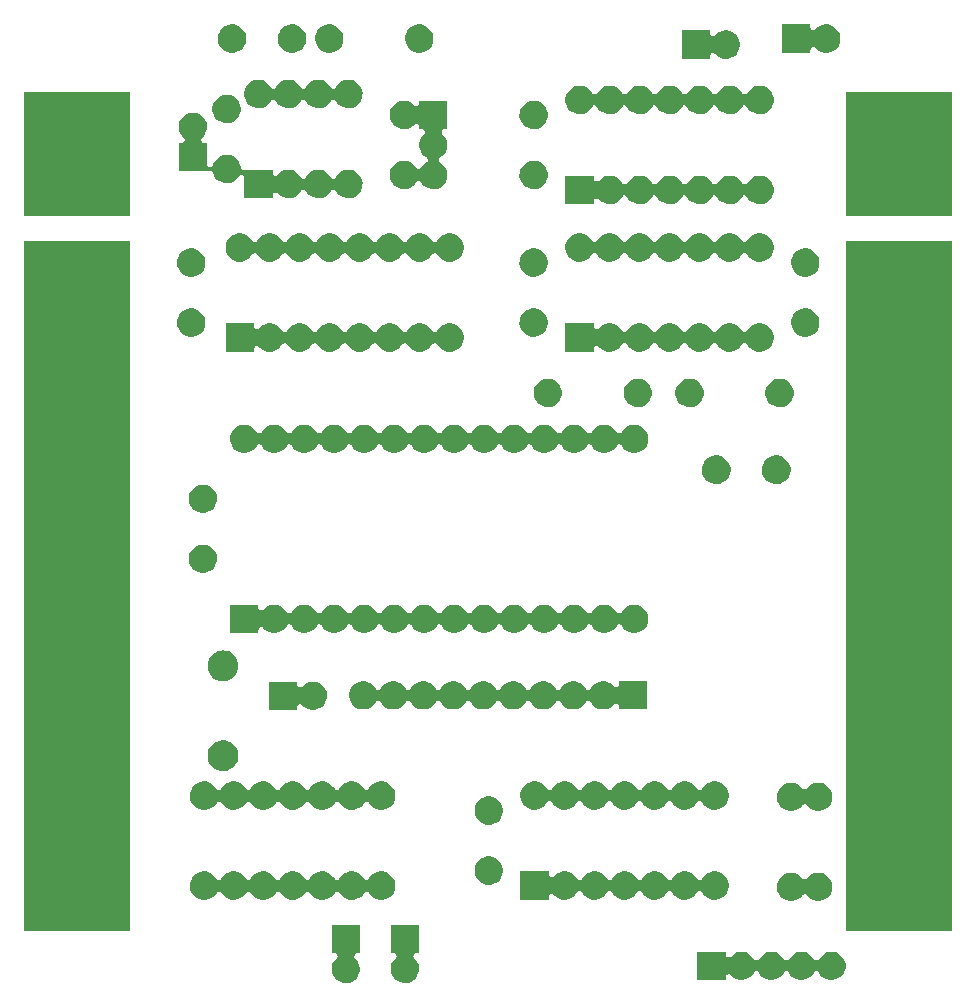
<source format=gts>
G04 #@! TF.FileFunction,Soldermask,Top*
%FSLAX46Y46*%
G04 Gerber Fmt 4.6, Leading zero omitted, Abs format (unit mm)*
G04 Created by KiCad (PCBNEW 4.0.5) date 02/22/17 12:47:01*
%MOMM*%
%LPD*%
G01*
G04 APERTURE LIST*
%ADD10C,0.150000*%
G04 APERTURE END LIST*
D10*
G36*
X134798500Y-125928500D02*
X134557556Y-125928500D01*
X134487908Y-125938398D01*
X134423774Y-125967307D01*
X134370234Y-126012939D01*
X134331526Y-126071681D01*
X134310715Y-126138880D01*
X134309450Y-126209217D01*
X134327830Y-126277121D01*
X134380164Y-126354659D01*
X134533274Y-126508841D01*
X134663340Y-126704607D01*
X134752910Y-126921919D01*
X134798219Y-127150749D01*
X134798218Y-127150801D01*
X134798551Y-127152481D01*
X134794803Y-127420939D01*
X134794424Y-127422608D01*
X134794423Y-127422664D01*
X134742742Y-127650140D01*
X134647143Y-127864859D01*
X134511658Y-128056920D01*
X134341448Y-128219009D01*
X134142995Y-128344951D01*
X133923863Y-128429946D01*
X133692392Y-128470761D01*
X133457406Y-128465838D01*
X133227849Y-128415367D01*
X133012463Y-128321267D01*
X132819466Y-128187131D01*
X132656190Y-128018054D01*
X132528865Y-127820486D01*
X132442343Y-127601955D01*
X132399914Y-127370775D01*
X132403196Y-127135754D01*
X132452062Y-126905855D01*
X132544656Y-126689818D01*
X132677445Y-126495884D01*
X132819148Y-126357119D01*
X132861985Y-126301317D01*
X132887580Y-126235790D01*
X132893906Y-126165727D01*
X132880463Y-126096675D01*
X132848315Y-126034103D01*
X132800007Y-125982964D01*
X132739364Y-125947307D01*
X132644233Y-125928500D01*
X132401500Y-125928500D01*
X132401500Y-123531500D01*
X134798500Y-123531500D01*
X134798500Y-125928500D01*
X134798500Y-125928500D01*
G37*
G36*
X139798500Y-125928500D02*
X139557556Y-125928500D01*
X139487908Y-125938398D01*
X139423774Y-125967307D01*
X139370234Y-126012939D01*
X139331526Y-126071681D01*
X139310715Y-126138880D01*
X139309450Y-126209217D01*
X139327830Y-126277121D01*
X139380164Y-126354659D01*
X139533274Y-126508841D01*
X139663340Y-126704607D01*
X139752910Y-126921919D01*
X139798219Y-127150749D01*
X139798218Y-127150801D01*
X139798551Y-127152481D01*
X139794803Y-127420939D01*
X139794424Y-127422608D01*
X139794423Y-127422664D01*
X139742742Y-127650140D01*
X139647143Y-127864859D01*
X139511658Y-128056920D01*
X139341448Y-128219009D01*
X139142995Y-128344951D01*
X138923863Y-128429946D01*
X138692392Y-128470761D01*
X138457406Y-128465838D01*
X138227849Y-128415367D01*
X138012463Y-128321267D01*
X137819466Y-128187131D01*
X137656190Y-128018054D01*
X137528865Y-127820486D01*
X137442343Y-127601955D01*
X137399914Y-127370775D01*
X137403196Y-127135754D01*
X137452062Y-126905855D01*
X137544656Y-126689818D01*
X137677445Y-126495884D01*
X137819148Y-126357119D01*
X137861985Y-126301317D01*
X137887580Y-126235790D01*
X137893906Y-126165727D01*
X137880463Y-126096675D01*
X137848315Y-126034103D01*
X137800007Y-125982964D01*
X137739364Y-125947307D01*
X137644233Y-125928500D01*
X137401500Y-125928500D01*
X137401500Y-123531500D01*
X139798500Y-123531500D01*
X139798500Y-125928500D01*
X139798500Y-125928500D01*
G37*
G36*
X174835883Y-125802287D02*
X175066124Y-125849549D01*
X175282798Y-125940631D01*
X175477655Y-126072063D01*
X175643276Y-126238844D01*
X175773340Y-126434607D01*
X175862910Y-126651919D01*
X175908219Y-126880749D01*
X175908218Y-126880801D01*
X175908551Y-126882481D01*
X175904803Y-127150939D01*
X175904424Y-127152608D01*
X175904423Y-127152664D01*
X175852742Y-127380140D01*
X175757143Y-127594859D01*
X175621658Y-127786920D01*
X175451448Y-127949009D01*
X175252995Y-128074951D01*
X175033863Y-128159946D01*
X174802392Y-128200761D01*
X174567406Y-128195838D01*
X174337849Y-128145367D01*
X174122463Y-128051267D01*
X173929466Y-127917131D01*
X173766189Y-127748053D01*
X173651602Y-127570250D01*
X173605553Y-127517068D01*
X173546511Y-127478820D01*
X173479151Y-127458535D01*
X173408807Y-127457820D01*
X173341048Y-127476730D01*
X173281240Y-127513769D01*
X173234119Y-127566003D01*
X173221765Y-127588306D01*
X173081658Y-127786920D01*
X172911448Y-127949009D01*
X172712995Y-128074951D01*
X172493863Y-128159946D01*
X172262392Y-128200761D01*
X172027406Y-128195838D01*
X171797849Y-128145367D01*
X171582463Y-128051267D01*
X171389466Y-127917131D01*
X171226189Y-127748053D01*
X171111602Y-127570250D01*
X171065553Y-127517068D01*
X171006511Y-127478820D01*
X170939151Y-127458535D01*
X170868807Y-127457820D01*
X170801048Y-127476730D01*
X170741240Y-127513769D01*
X170694119Y-127566003D01*
X170681765Y-127588306D01*
X170541658Y-127786920D01*
X170371448Y-127949009D01*
X170172995Y-128074951D01*
X169953863Y-128159946D01*
X169722392Y-128200761D01*
X169487406Y-128195838D01*
X169257849Y-128145367D01*
X169042463Y-128051267D01*
X168849466Y-127917131D01*
X168686189Y-127748053D01*
X168571602Y-127570250D01*
X168525553Y-127517068D01*
X168466511Y-127478820D01*
X168399151Y-127458535D01*
X168328807Y-127457820D01*
X168261048Y-127476730D01*
X168201240Y-127513769D01*
X168154119Y-127566003D01*
X168141765Y-127588306D01*
X168001658Y-127786920D01*
X167831448Y-127949009D01*
X167632995Y-128074951D01*
X167413863Y-128159946D01*
X167182392Y-128200761D01*
X166947406Y-128195838D01*
X166717849Y-128145367D01*
X166502463Y-128051267D01*
X166309466Y-127917131D01*
X166178335Y-127781341D01*
X166122833Y-127738116D01*
X166057487Y-127712065D01*
X165987470Y-127705249D01*
X165918326Y-127718211D01*
X165855530Y-127749921D01*
X165804055Y-127797871D01*
X165767977Y-127858263D01*
X165748500Y-127955006D01*
X165748500Y-128198500D01*
X163351500Y-128198500D01*
X163351500Y-125801500D01*
X165748500Y-125801500D01*
X165748500Y-126041419D01*
X165758398Y-126111067D01*
X165787307Y-126175201D01*
X165832939Y-126228741D01*
X165891681Y-126267449D01*
X165958880Y-126288260D01*
X166029217Y-126289525D01*
X166097121Y-126271145D01*
X166173415Y-126220038D01*
X166335375Y-126061436D01*
X166532047Y-125932737D01*
X166749972Y-125844689D01*
X166980851Y-125800646D01*
X167215883Y-125802287D01*
X167446124Y-125849549D01*
X167662798Y-125940631D01*
X167857655Y-126072063D01*
X168023276Y-126238844D01*
X168150730Y-126430678D01*
X168197516Y-126483212D01*
X168257087Y-126520632D01*
X168324723Y-126539975D01*
X168395071Y-126539708D01*
X168462559Y-126519854D01*
X168521844Y-126481984D01*
X168565238Y-126433572D01*
X168707444Y-126225885D01*
X168875375Y-126061436D01*
X169072047Y-125932737D01*
X169289972Y-125844689D01*
X169520851Y-125800646D01*
X169755883Y-125802287D01*
X169986124Y-125849549D01*
X170202798Y-125940631D01*
X170397655Y-126072063D01*
X170563276Y-126238844D01*
X170690730Y-126430678D01*
X170737516Y-126483212D01*
X170797087Y-126520632D01*
X170864723Y-126539975D01*
X170935071Y-126539708D01*
X171002559Y-126519854D01*
X171061844Y-126481984D01*
X171105238Y-126433572D01*
X171247444Y-126225885D01*
X171415375Y-126061436D01*
X171612047Y-125932737D01*
X171829972Y-125844689D01*
X172060851Y-125800646D01*
X172295883Y-125802287D01*
X172526124Y-125849549D01*
X172742798Y-125940631D01*
X172937655Y-126072063D01*
X173103276Y-126238844D01*
X173230730Y-126430678D01*
X173277516Y-126483212D01*
X173337087Y-126520632D01*
X173404723Y-126539975D01*
X173475071Y-126539708D01*
X173542559Y-126519854D01*
X173601844Y-126481984D01*
X173645238Y-126433572D01*
X173787444Y-126225885D01*
X173955375Y-126061436D01*
X174152047Y-125932737D01*
X174369972Y-125844689D01*
X174600851Y-125800646D01*
X174835883Y-125802287D01*
X174835883Y-125802287D01*
G37*
G36*
X115360000Y-124040000D02*
X106360000Y-124040000D01*
X106360000Y-65600000D01*
X115360000Y-65600000D01*
X115360000Y-124040000D01*
X115360000Y-124040000D01*
G37*
G36*
X184950000Y-124040000D02*
X175950000Y-124040000D01*
X175950000Y-65600000D01*
X184950000Y-65600000D01*
X184950000Y-124040000D01*
X184950000Y-124040000D01*
G37*
G36*
X173725883Y-119112287D02*
X173956124Y-119159549D01*
X174172798Y-119250631D01*
X174367655Y-119382063D01*
X174533276Y-119548844D01*
X174663340Y-119744607D01*
X174752910Y-119961919D01*
X174798219Y-120190749D01*
X174798218Y-120190801D01*
X174798551Y-120192481D01*
X174794803Y-120460939D01*
X174794424Y-120462608D01*
X174794423Y-120462664D01*
X174742742Y-120690140D01*
X174647143Y-120904859D01*
X174511658Y-121096920D01*
X174341448Y-121259009D01*
X174142995Y-121384951D01*
X173923863Y-121469946D01*
X173692392Y-121510761D01*
X173457406Y-121505838D01*
X173227849Y-121455367D01*
X173012463Y-121361267D01*
X172819466Y-121227131D01*
X172650734Y-121052404D01*
X172611784Y-121007419D01*
X172552742Y-120969171D01*
X172485382Y-120948885D01*
X172415038Y-120948168D01*
X172347279Y-120967078D01*
X172287470Y-121004116D01*
X172243403Y-121051918D01*
X172211656Y-121096922D01*
X172041448Y-121259009D01*
X171842995Y-121384951D01*
X171623863Y-121469946D01*
X171392392Y-121510761D01*
X171157406Y-121505838D01*
X170927849Y-121455367D01*
X170712463Y-121361267D01*
X170519466Y-121227131D01*
X170356190Y-121058054D01*
X170228865Y-120860486D01*
X170142343Y-120641955D01*
X170099914Y-120410775D01*
X170103196Y-120175754D01*
X170152062Y-119945855D01*
X170244656Y-119729818D01*
X170377445Y-119535884D01*
X170545375Y-119371436D01*
X170742047Y-119242737D01*
X170959972Y-119154689D01*
X171190851Y-119110646D01*
X171425883Y-119112287D01*
X171656124Y-119159549D01*
X171872798Y-119250631D01*
X172067655Y-119382063D01*
X172233276Y-119548844D01*
X172242537Y-119562783D01*
X172289323Y-119615317D01*
X172348893Y-119652737D01*
X172416530Y-119672080D01*
X172486878Y-119671813D01*
X172554366Y-119651959D01*
X172613651Y-119614089D01*
X172657045Y-119565677D01*
X172677444Y-119535885D01*
X172845375Y-119371436D01*
X173042047Y-119242737D01*
X173259972Y-119154689D01*
X173490851Y-119110646D01*
X173725883Y-119112287D01*
X173725883Y-119112287D01*
G37*
G36*
X164945883Y-119012287D02*
X165176124Y-119059549D01*
X165392798Y-119150631D01*
X165587655Y-119282063D01*
X165753276Y-119448844D01*
X165883340Y-119644607D01*
X165972910Y-119861919D01*
X166018219Y-120090749D01*
X166018218Y-120090801D01*
X166018551Y-120092481D01*
X166014803Y-120360939D01*
X166014424Y-120362608D01*
X166014423Y-120362664D01*
X165962742Y-120590140D01*
X165867143Y-120804859D01*
X165731658Y-120996920D01*
X165561448Y-121159009D01*
X165362995Y-121284951D01*
X165143863Y-121369946D01*
X164912392Y-121410761D01*
X164677406Y-121405838D01*
X164447849Y-121355367D01*
X164232463Y-121261267D01*
X164039466Y-121127131D01*
X163876189Y-120958053D01*
X163761602Y-120780250D01*
X163715553Y-120727068D01*
X163656511Y-120688820D01*
X163589151Y-120668535D01*
X163518807Y-120667820D01*
X163451048Y-120686730D01*
X163391240Y-120723769D01*
X163344119Y-120776003D01*
X163331765Y-120798306D01*
X163191658Y-120996920D01*
X163021448Y-121159009D01*
X162822995Y-121284951D01*
X162603863Y-121369946D01*
X162372392Y-121410761D01*
X162137406Y-121405838D01*
X161907849Y-121355367D01*
X161692463Y-121261267D01*
X161499466Y-121127131D01*
X161336189Y-120958053D01*
X161221602Y-120780250D01*
X161175553Y-120727068D01*
X161116511Y-120688820D01*
X161049151Y-120668535D01*
X160978807Y-120667820D01*
X160911048Y-120686730D01*
X160851240Y-120723769D01*
X160804119Y-120776003D01*
X160791765Y-120798306D01*
X160651658Y-120996920D01*
X160481448Y-121159009D01*
X160282995Y-121284951D01*
X160063863Y-121369946D01*
X159832392Y-121410761D01*
X159597406Y-121405838D01*
X159367849Y-121355367D01*
X159152463Y-121261267D01*
X158959466Y-121127131D01*
X158796189Y-120958053D01*
X158681602Y-120780250D01*
X158635553Y-120727068D01*
X158576511Y-120688820D01*
X158509151Y-120668535D01*
X158438807Y-120667820D01*
X158371048Y-120686730D01*
X158311240Y-120723769D01*
X158264119Y-120776003D01*
X158251765Y-120798306D01*
X158111658Y-120996920D01*
X157941448Y-121159009D01*
X157742995Y-121284951D01*
X157523863Y-121369946D01*
X157292392Y-121410761D01*
X157057406Y-121405838D01*
X156827849Y-121355367D01*
X156612463Y-121261267D01*
X156419466Y-121127131D01*
X156256189Y-120958053D01*
X156141602Y-120780250D01*
X156095553Y-120727068D01*
X156036511Y-120688820D01*
X155969151Y-120668535D01*
X155898807Y-120667820D01*
X155831048Y-120686730D01*
X155771240Y-120723769D01*
X155724119Y-120776003D01*
X155711765Y-120798306D01*
X155571658Y-120996920D01*
X155401448Y-121159009D01*
X155202995Y-121284951D01*
X154983863Y-121369946D01*
X154752392Y-121410761D01*
X154517406Y-121405838D01*
X154287849Y-121355367D01*
X154072463Y-121261267D01*
X153879466Y-121127131D01*
X153716189Y-120958053D01*
X153601602Y-120780250D01*
X153555553Y-120727068D01*
X153496511Y-120688820D01*
X153429151Y-120668535D01*
X153358807Y-120667820D01*
X153291048Y-120686730D01*
X153231240Y-120723769D01*
X153184119Y-120776003D01*
X153171765Y-120798306D01*
X153031658Y-120996920D01*
X152861448Y-121159009D01*
X152662995Y-121284951D01*
X152443863Y-121369946D01*
X152212392Y-121410761D01*
X151977406Y-121405838D01*
X151747849Y-121355367D01*
X151532463Y-121261267D01*
X151339466Y-121127131D01*
X151208335Y-120991341D01*
X151152833Y-120948116D01*
X151087487Y-120922065D01*
X151017470Y-120915249D01*
X150948326Y-120928211D01*
X150885530Y-120959921D01*
X150834055Y-121007871D01*
X150797977Y-121068263D01*
X150778500Y-121165006D01*
X150778500Y-121408500D01*
X148381500Y-121408500D01*
X148381500Y-119011500D01*
X150778500Y-119011500D01*
X150778500Y-119251419D01*
X150788398Y-119321067D01*
X150817307Y-119385201D01*
X150862939Y-119438741D01*
X150921681Y-119477449D01*
X150988880Y-119498260D01*
X151059217Y-119499525D01*
X151127121Y-119481145D01*
X151203415Y-119430038D01*
X151365375Y-119271436D01*
X151562047Y-119142737D01*
X151779972Y-119054689D01*
X152010851Y-119010646D01*
X152245883Y-119012287D01*
X152476124Y-119059549D01*
X152692798Y-119150631D01*
X152887655Y-119282063D01*
X153053276Y-119448844D01*
X153180730Y-119640678D01*
X153227516Y-119693212D01*
X153287087Y-119730632D01*
X153354723Y-119749975D01*
X153425071Y-119749708D01*
X153492559Y-119729854D01*
X153551844Y-119691984D01*
X153595238Y-119643572D01*
X153737444Y-119435885D01*
X153905375Y-119271436D01*
X154102047Y-119142737D01*
X154319972Y-119054689D01*
X154550851Y-119010646D01*
X154785883Y-119012287D01*
X155016124Y-119059549D01*
X155232798Y-119150631D01*
X155427655Y-119282063D01*
X155593276Y-119448844D01*
X155720730Y-119640678D01*
X155767516Y-119693212D01*
X155827087Y-119730632D01*
X155894723Y-119749975D01*
X155965071Y-119749708D01*
X156032559Y-119729854D01*
X156091844Y-119691984D01*
X156135238Y-119643572D01*
X156277444Y-119435885D01*
X156445375Y-119271436D01*
X156642047Y-119142737D01*
X156859972Y-119054689D01*
X157090851Y-119010646D01*
X157325883Y-119012287D01*
X157556124Y-119059549D01*
X157772798Y-119150631D01*
X157967655Y-119282063D01*
X158133276Y-119448844D01*
X158260730Y-119640678D01*
X158307516Y-119693212D01*
X158367087Y-119730632D01*
X158434723Y-119749975D01*
X158505071Y-119749708D01*
X158572559Y-119729854D01*
X158631844Y-119691984D01*
X158675238Y-119643572D01*
X158817444Y-119435885D01*
X158985375Y-119271436D01*
X159182047Y-119142737D01*
X159399972Y-119054689D01*
X159630851Y-119010646D01*
X159865883Y-119012287D01*
X160096124Y-119059549D01*
X160312798Y-119150631D01*
X160507655Y-119282063D01*
X160673276Y-119448844D01*
X160800730Y-119640678D01*
X160847516Y-119693212D01*
X160907087Y-119730632D01*
X160974723Y-119749975D01*
X161045071Y-119749708D01*
X161112559Y-119729854D01*
X161171844Y-119691984D01*
X161215238Y-119643572D01*
X161357444Y-119435885D01*
X161525375Y-119271436D01*
X161722047Y-119142737D01*
X161939972Y-119054689D01*
X162170851Y-119010646D01*
X162405883Y-119012287D01*
X162636124Y-119059549D01*
X162852798Y-119150631D01*
X163047655Y-119282063D01*
X163213276Y-119448844D01*
X163340730Y-119640678D01*
X163387516Y-119693212D01*
X163447087Y-119730632D01*
X163514723Y-119749975D01*
X163585071Y-119749708D01*
X163652559Y-119729854D01*
X163711844Y-119691984D01*
X163755238Y-119643572D01*
X163897444Y-119435885D01*
X164065375Y-119271436D01*
X164262047Y-119142737D01*
X164479972Y-119054689D01*
X164710851Y-119010646D01*
X164945883Y-119012287D01*
X164945883Y-119012287D01*
G37*
G36*
X136725883Y-119012287D02*
X136956124Y-119059549D01*
X137172798Y-119150631D01*
X137367655Y-119282063D01*
X137533276Y-119448844D01*
X137663340Y-119644607D01*
X137752910Y-119861919D01*
X137798219Y-120090749D01*
X137798218Y-120090801D01*
X137798551Y-120092481D01*
X137794803Y-120360939D01*
X137794424Y-120362608D01*
X137794423Y-120362664D01*
X137742742Y-120590140D01*
X137647143Y-120804859D01*
X137511658Y-120996920D01*
X137341448Y-121159009D01*
X137142995Y-121284951D01*
X136923863Y-121369946D01*
X136692392Y-121410761D01*
X136457406Y-121405838D01*
X136227849Y-121355367D01*
X136012463Y-121261267D01*
X135819466Y-121127131D01*
X135656189Y-120958053D01*
X135562346Y-120812438D01*
X135516297Y-120759256D01*
X135457255Y-120721008D01*
X135389895Y-120700723D01*
X135319551Y-120700008D01*
X135251792Y-120718918D01*
X135191984Y-120755956D01*
X135147919Y-120803758D01*
X135011658Y-120996920D01*
X134841448Y-121159009D01*
X134642995Y-121284951D01*
X134423863Y-121369946D01*
X134192392Y-121410761D01*
X133957406Y-121405838D01*
X133727849Y-121355367D01*
X133512463Y-121261267D01*
X133319466Y-121127131D01*
X133156189Y-120958053D01*
X133062346Y-120812438D01*
X133016297Y-120759256D01*
X132957255Y-120721008D01*
X132889895Y-120700723D01*
X132819551Y-120700008D01*
X132751792Y-120718918D01*
X132691984Y-120755956D01*
X132647919Y-120803758D01*
X132511658Y-120996920D01*
X132341448Y-121159009D01*
X132142995Y-121284951D01*
X131923863Y-121369946D01*
X131692392Y-121410761D01*
X131457406Y-121405838D01*
X131227849Y-121355367D01*
X131012463Y-121261267D01*
X130819466Y-121127131D01*
X130656189Y-120958053D01*
X130562346Y-120812438D01*
X130516297Y-120759256D01*
X130457255Y-120721008D01*
X130389895Y-120700723D01*
X130319551Y-120700008D01*
X130251792Y-120718918D01*
X130191984Y-120755956D01*
X130147919Y-120803758D01*
X130011658Y-120996920D01*
X129841448Y-121159009D01*
X129642995Y-121284951D01*
X129423863Y-121369946D01*
X129192392Y-121410761D01*
X128957406Y-121405838D01*
X128727849Y-121355367D01*
X128512463Y-121261267D01*
X128319466Y-121127131D01*
X128156189Y-120958053D01*
X128062346Y-120812438D01*
X128016297Y-120759256D01*
X127957255Y-120721008D01*
X127889895Y-120700723D01*
X127819551Y-120700008D01*
X127751792Y-120718918D01*
X127691984Y-120755956D01*
X127647919Y-120803758D01*
X127511658Y-120996920D01*
X127341448Y-121159009D01*
X127142995Y-121284951D01*
X126923863Y-121369946D01*
X126692392Y-121410761D01*
X126457406Y-121405838D01*
X126227849Y-121355367D01*
X126012463Y-121261267D01*
X125819466Y-121127131D01*
X125656189Y-120958053D01*
X125562346Y-120812438D01*
X125516297Y-120759256D01*
X125457255Y-120721008D01*
X125389895Y-120700723D01*
X125319551Y-120700008D01*
X125251792Y-120718918D01*
X125191984Y-120755956D01*
X125147919Y-120803758D01*
X125011658Y-120996920D01*
X124841448Y-121159009D01*
X124642995Y-121284951D01*
X124423863Y-121369946D01*
X124192392Y-121410761D01*
X123957406Y-121405838D01*
X123727849Y-121355367D01*
X123512463Y-121261267D01*
X123319466Y-121127131D01*
X123156189Y-120958053D01*
X123062346Y-120812438D01*
X123016297Y-120759256D01*
X122957255Y-120721008D01*
X122889895Y-120700723D01*
X122819551Y-120700008D01*
X122751792Y-120718918D01*
X122691984Y-120755956D01*
X122647919Y-120803758D01*
X122511658Y-120996920D01*
X122341448Y-121159009D01*
X122142995Y-121284951D01*
X121923863Y-121369946D01*
X121692392Y-121410761D01*
X121457406Y-121405838D01*
X121227849Y-121355367D01*
X121012463Y-121261267D01*
X120819466Y-121127131D01*
X120656190Y-120958054D01*
X120528865Y-120760486D01*
X120442343Y-120541955D01*
X120399914Y-120310775D01*
X120403196Y-120075754D01*
X120452062Y-119845855D01*
X120544656Y-119629818D01*
X120677445Y-119435884D01*
X120845375Y-119271436D01*
X121042047Y-119142737D01*
X121259972Y-119054689D01*
X121490851Y-119010646D01*
X121725883Y-119012287D01*
X121956124Y-119059549D01*
X122172798Y-119150631D01*
X122367655Y-119282063D01*
X122533273Y-119448841D01*
X122641030Y-119611029D01*
X122687817Y-119663563D01*
X122747387Y-119700983D01*
X122815024Y-119720326D01*
X122885372Y-119720059D01*
X122952860Y-119700205D01*
X123012145Y-119662335D01*
X123055539Y-119613923D01*
X123177444Y-119435885D01*
X123345375Y-119271436D01*
X123542047Y-119142737D01*
X123759972Y-119054689D01*
X123990851Y-119010646D01*
X124225883Y-119012287D01*
X124456124Y-119059549D01*
X124672798Y-119150631D01*
X124867655Y-119282063D01*
X125033273Y-119448841D01*
X125141030Y-119611029D01*
X125187817Y-119663563D01*
X125247387Y-119700983D01*
X125315024Y-119720326D01*
X125385372Y-119720059D01*
X125452860Y-119700205D01*
X125512145Y-119662335D01*
X125555539Y-119613923D01*
X125677444Y-119435885D01*
X125845375Y-119271436D01*
X126042047Y-119142737D01*
X126259972Y-119054689D01*
X126490851Y-119010646D01*
X126725883Y-119012287D01*
X126956124Y-119059549D01*
X127172798Y-119150631D01*
X127367655Y-119282063D01*
X127533273Y-119448841D01*
X127641030Y-119611029D01*
X127687817Y-119663563D01*
X127747387Y-119700983D01*
X127815024Y-119720326D01*
X127885372Y-119720059D01*
X127952860Y-119700205D01*
X128012145Y-119662335D01*
X128055539Y-119613923D01*
X128177444Y-119435885D01*
X128345375Y-119271436D01*
X128542047Y-119142737D01*
X128759972Y-119054689D01*
X128990851Y-119010646D01*
X129225883Y-119012287D01*
X129456124Y-119059549D01*
X129672798Y-119150631D01*
X129867655Y-119282063D01*
X130033273Y-119448841D01*
X130141030Y-119611029D01*
X130187817Y-119663563D01*
X130247387Y-119700983D01*
X130315024Y-119720326D01*
X130385372Y-119720059D01*
X130452860Y-119700205D01*
X130512145Y-119662335D01*
X130555539Y-119613923D01*
X130677444Y-119435885D01*
X130845375Y-119271436D01*
X131042047Y-119142737D01*
X131259972Y-119054689D01*
X131490851Y-119010646D01*
X131725883Y-119012287D01*
X131956124Y-119059549D01*
X132172798Y-119150631D01*
X132367655Y-119282063D01*
X132533273Y-119448841D01*
X132641030Y-119611029D01*
X132687817Y-119663563D01*
X132747387Y-119700983D01*
X132815024Y-119720326D01*
X132885372Y-119720059D01*
X132952860Y-119700205D01*
X133012145Y-119662335D01*
X133055539Y-119613923D01*
X133177444Y-119435885D01*
X133345375Y-119271436D01*
X133542047Y-119142737D01*
X133759972Y-119054689D01*
X133990851Y-119010646D01*
X134225883Y-119012287D01*
X134456124Y-119059549D01*
X134672798Y-119150631D01*
X134867655Y-119282063D01*
X135033273Y-119448841D01*
X135141030Y-119611029D01*
X135187817Y-119663563D01*
X135247387Y-119700983D01*
X135315024Y-119720326D01*
X135385372Y-119720059D01*
X135452860Y-119700205D01*
X135512145Y-119662335D01*
X135555539Y-119613923D01*
X135677444Y-119435885D01*
X135845375Y-119271436D01*
X136042047Y-119142737D01*
X136259972Y-119054689D01*
X136490851Y-119010646D01*
X136725883Y-119012287D01*
X136725883Y-119012287D01*
G37*
G36*
X145825883Y-117742287D02*
X146056124Y-117789549D01*
X146272798Y-117880631D01*
X146467655Y-118012063D01*
X146633276Y-118178844D01*
X146763340Y-118374607D01*
X146852910Y-118591919D01*
X146898219Y-118820749D01*
X146898218Y-118820801D01*
X146898551Y-118822481D01*
X146894803Y-119090939D01*
X146894424Y-119092608D01*
X146894423Y-119092664D01*
X146842742Y-119320140D01*
X146747143Y-119534859D01*
X146611658Y-119726920D01*
X146441448Y-119889009D01*
X146242995Y-120014951D01*
X146023863Y-120099946D01*
X145792392Y-120140761D01*
X145557406Y-120135838D01*
X145327849Y-120085367D01*
X145112463Y-119991267D01*
X144919466Y-119857131D01*
X144756190Y-119688054D01*
X144628865Y-119490486D01*
X144542343Y-119271955D01*
X144499914Y-119040775D01*
X144503196Y-118805754D01*
X144552062Y-118575855D01*
X144644656Y-118359818D01*
X144777445Y-118165884D01*
X144945375Y-118001436D01*
X145142047Y-117872737D01*
X145359972Y-117784689D01*
X145590851Y-117740646D01*
X145825883Y-117742287D01*
X145825883Y-117742287D01*
G37*
G36*
X145825883Y-112662287D02*
X146056124Y-112709549D01*
X146272798Y-112800631D01*
X146467655Y-112932063D01*
X146633276Y-113098844D01*
X146763340Y-113294607D01*
X146852910Y-113511919D01*
X146898219Y-113740749D01*
X146898218Y-113740801D01*
X146898551Y-113742481D01*
X146894803Y-114010939D01*
X146894424Y-114012608D01*
X146894423Y-114012664D01*
X146842742Y-114240140D01*
X146747143Y-114454859D01*
X146611658Y-114646920D01*
X146441448Y-114809009D01*
X146242995Y-114934951D01*
X146023863Y-115019946D01*
X145792392Y-115060761D01*
X145557406Y-115055838D01*
X145327849Y-115005367D01*
X145112463Y-114911267D01*
X144919466Y-114777131D01*
X144756190Y-114608054D01*
X144628865Y-114410486D01*
X144542343Y-114191955D01*
X144499914Y-113960775D01*
X144503196Y-113725754D01*
X144552062Y-113495855D01*
X144644656Y-113279818D01*
X144777445Y-113085884D01*
X144945375Y-112921436D01*
X145142047Y-112792737D01*
X145359972Y-112704689D01*
X145590851Y-112660646D01*
X145825883Y-112662287D01*
X145825883Y-112662287D01*
G37*
G36*
X173725883Y-111492287D02*
X173956124Y-111539549D01*
X174172798Y-111630631D01*
X174367655Y-111762063D01*
X174533276Y-111928844D01*
X174663340Y-112124607D01*
X174752910Y-112341919D01*
X174798219Y-112570749D01*
X174798218Y-112570801D01*
X174798551Y-112572481D01*
X174794803Y-112840939D01*
X174794424Y-112842608D01*
X174794423Y-112842664D01*
X174742742Y-113070140D01*
X174647143Y-113284859D01*
X174511658Y-113476920D01*
X174341448Y-113639009D01*
X174142995Y-113764951D01*
X173923863Y-113849946D01*
X173692392Y-113890761D01*
X173457406Y-113885838D01*
X173227849Y-113835367D01*
X173012463Y-113741267D01*
X172819466Y-113607131D01*
X172650734Y-113432404D01*
X172611784Y-113387419D01*
X172552742Y-113349171D01*
X172485382Y-113328885D01*
X172415038Y-113328168D01*
X172347279Y-113347078D01*
X172287470Y-113384116D01*
X172243403Y-113431918D01*
X172211656Y-113476922D01*
X172041448Y-113639009D01*
X171842995Y-113764951D01*
X171623863Y-113849946D01*
X171392392Y-113890761D01*
X171157406Y-113885838D01*
X170927849Y-113835367D01*
X170712463Y-113741267D01*
X170519466Y-113607131D01*
X170356190Y-113438054D01*
X170228865Y-113240486D01*
X170142343Y-113021955D01*
X170099914Y-112790775D01*
X170103196Y-112555754D01*
X170152062Y-112325855D01*
X170244656Y-112109818D01*
X170377445Y-111915884D01*
X170545375Y-111751436D01*
X170742047Y-111622737D01*
X170959972Y-111534689D01*
X171190851Y-111490646D01*
X171425883Y-111492287D01*
X171656124Y-111539549D01*
X171872798Y-111630631D01*
X172067655Y-111762063D01*
X172233276Y-111928844D01*
X172242537Y-111942783D01*
X172289323Y-111995317D01*
X172348893Y-112032737D01*
X172416530Y-112052080D01*
X172486878Y-112051813D01*
X172554366Y-112031959D01*
X172613651Y-111994089D01*
X172657045Y-111945677D01*
X172677444Y-111915885D01*
X172845375Y-111751436D01*
X173042047Y-111622737D01*
X173259972Y-111534689D01*
X173490851Y-111490646D01*
X173725883Y-111492287D01*
X173725883Y-111492287D01*
G37*
G36*
X164945883Y-111392287D02*
X165176124Y-111439549D01*
X165392798Y-111530631D01*
X165587655Y-111662063D01*
X165753276Y-111828844D01*
X165883340Y-112024607D01*
X165972910Y-112241919D01*
X166018219Y-112470749D01*
X166018218Y-112470801D01*
X166018551Y-112472481D01*
X166014803Y-112740939D01*
X166014424Y-112742608D01*
X166014423Y-112742664D01*
X165962742Y-112970140D01*
X165867143Y-113184859D01*
X165731658Y-113376920D01*
X165561448Y-113539009D01*
X165362995Y-113664951D01*
X165143863Y-113749946D01*
X164912392Y-113790761D01*
X164677406Y-113785838D01*
X164447849Y-113735367D01*
X164232463Y-113641267D01*
X164039466Y-113507131D01*
X163876189Y-113338053D01*
X163761602Y-113160250D01*
X163715553Y-113107068D01*
X163656511Y-113068820D01*
X163589151Y-113048535D01*
X163518807Y-113047820D01*
X163451048Y-113066730D01*
X163391240Y-113103769D01*
X163344119Y-113156003D01*
X163331765Y-113178306D01*
X163191658Y-113376920D01*
X163021448Y-113539009D01*
X162822995Y-113664951D01*
X162603863Y-113749946D01*
X162372392Y-113790761D01*
X162137406Y-113785838D01*
X161907849Y-113735367D01*
X161692463Y-113641267D01*
X161499466Y-113507131D01*
X161336189Y-113338053D01*
X161221602Y-113160250D01*
X161175553Y-113107068D01*
X161116511Y-113068820D01*
X161049151Y-113048535D01*
X160978807Y-113047820D01*
X160911048Y-113066730D01*
X160851240Y-113103769D01*
X160804119Y-113156003D01*
X160791765Y-113178306D01*
X160651658Y-113376920D01*
X160481448Y-113539009D01*
X160282995Y-113664951D01*
X160063863Y-113749946D01*
X159832392Y-113790761D01*
X159597406Y-113785838D01*
X159367849Y-113735367D01*
X159152463Y-113641267D01*
X158959466Y-113507131D01*
X158796189Y-113338053D01*
X158681602Y-113160250D01*
X158635553Y-113107068D01*
X158576511Y-113068820D01*
X158509151Y-113048535D01*
X158438807Y-113047820D01*
X158371048Y-113066730D01*
X158311240Y-113103769D01*
X158264119Y-113156003D01*
X158251765Y-113178306D01*
X158111658Y-113376920D01*
X157941448Y-113539009D01*
X157742995Y-113664951D01*
X157523863Y-113749946D01*
X157292392Y-113790761D01*
X157057406Y-113785838D01*
X156827849Y-113735367D01*
X156612463Y-113641267D01*
X156419466Y-113507131D01*
X156256189Y-113338053D01*
X156141602Y-113160250D01*
X156095553Y-113107068D01*
X156036511Y-113068820D01*
X155969151Y-113048535D01*
X155898807Y-113047820D01*
X155831048Y-113066730D01*
X155771240Y-113103769D01*
X155724119Y-113156003D01*
X155711765Y-113178306D01*
X155571658Y-113376920D01*
X155401448Y-113539009D01*
X155202995Y-113664951D01*
X154983863Y-113749946D01*
X154752392Y-113790761D01*
X154517406Y-113785838D01*
X154287849Y-113735367D01*
X154072463Y-113641267D01*
X153879466Y-113507131D01*
X153716189Y-113338053D01*
X153601602Y-113160250D01*
X153555553Y-113107068D01*
X153496511Y-113068820D01*
X153429151Y-113048535D01*
X153358807Y-113047820D01*
X153291048Y-113066730D01*
X153231240Y-113103769D01*
X153184119Y-113156003D01*
X153171765Y-113178306D01*
X153031658Y-113376920D01*
X152861448Y-113539009D01*
X152662995Y-113664951D01*
X152443863Y-113749946D01*
X152212392Y-113790761D01*
X151977406Y-113785838D01*
X151747849Y-113735367D01*
X151532463Y-113641267D01*
X151339466Y-113507131D01*
X151176189Y-113338053D01*
X151061602Y-113160250D01*
X151015553Y-113107068D01*
X150956511Y-113068820D01*
X150889151Y-113048535D01*
X150818807Y-113047820D01*
X150751048Y-113066730D01*
X150691240Y-113103769D01*
X150644119Y-113156003D01*
X150631765Y-113178306D01*
X150491658Y-113376920D01*
X150321448Y-113539009D01*
X150122995Y-113664951D01*
X149903863Y-113749946D01*
X149672392Y-113790761D01*
X149437406Y-113785838D01*
X149207849Y-113735367D01*
X148992463Y-113641267D01*
X148799466Y-113507131D01*
X148636190Y-113338054D01*
X148508865Y-113140486D01*
X148422343Y-112921955D01*
X148379914Y-112690775D01*
X148383196Y-112455754D01*
X148432062Y-112225855D01*
X148524656Y-112009818D01*
X148657445Y-111815884D01*
X148825375Y-111651436D01*
X149022047Y-111522737D01*
X149239972Y-111434689D01*
X149470851Y-111390646D01*
X149705883Y-111392287D01*
X149936124Y-111439549D01*
X150152798Y-111530631D01*
X150347655Y-111662063D01*
X150513276Y-111828844D01*
X150640730Y-112020678D01*
X150687516Y-112073212D01*
X150747087Y-112110632D01*
X150814723Y-112129975D01*
X150885071Y-112129708D01*
X150952559Y-112109854D01*
X151011844Y-112071984D01*
X151055238Y-112023572D01*
X151197444Y-111815885D01*
X151365375Y-111651436D01*
X151562047Y-111522737D01*
X151779972Y-111434689D01*
X152010851Y-111390646D01*
X152245883Y-111392287D01*
X152476124Y-111439549D01*
X152692798Y-111530631D01*
X152887655Y-111662063D01*
X153053276Y-111828844D01*
X153180730Y-112020678D01*
X153227516Y-112073212D01*
X153287087Y-112110632D01*
X153354723Y-112129975D01*
X153425071Y-112129708D01*
X153492559Y-112109854D01*
X153551844Y-112071984D01*
X153595238Y-112023572D01*
X153737444Y-111815885D01*
X153905375Y-111651436D01*
X154102047Y-111522737D01*
X154319972Y-111434689D01*
X154550851Y-111390646D01*
X154785883Y-111392287D01*
X155016124Y-111439549D01*
X155232798Y-111530631D01*
X155427655Y-111662063D01*
X155593276Y-111828844D01*
X155720730Y-112020678D01*
X155767516Y-112073212D01*
X155827087Y-112110632D01*
X155894723Y-112129975D01*
X155965071Y-112129708D01*
X156032559Y-112109854D01*
X156091844Y-112071984D01*
X156135238Y-112023572D01*
X156277444Y-111815885D01*
X156445375Y-111651436D01*
X156642047Y-111522737D01*
X156859972Y-111434689D01*
X157090851Y-111390646D01*
X157325883Y-111392287D01*
X157556124Y-111439549D01*
X157772798Y-111530631D01*
X157967655Y-111662063D01*
X158133276Y-111828844D01*
X158260730Y-112020678D01*
X158307516Y-112073212D01*
X158367087Y-112110632D01*
X158434723Y-112129975D01*
X158505071Y-112129708D01*
X158572559Y-112109854D01*
X158631844Y-112071984D01*
X158675238Y-112023572D01*
X158817444Y-111815885D01*
X158985375Y-111651436D01*
X159182047Y-111522737D01*
X159399972Y-111434689D01*
X159630851Y-111390646D01*
X159865883Y-111392287D01*
X160096124Y-111439549D01*
X160312798Y-111530631D01*
X160507655Y-111662063D01*
X160673276Y-111828844D01*
X160800730Y-112020678D01*
X160847516Y-112073212D01*
X160907087Y-112110632D01*
X160974723Y-112129975D01*
X161045071Y-112129708D01*
X161112559Y-112109854D01*
X161171844Y-112071984D01*
X161215238Y-112023572D01*
X161357444Y-111815885D01*
X161525375Y-111651436D01*
X161722047Y-111522737D01*
X161939972Y-111434689D01*
X162170851Y-111390646D01*
X162405883Y-111392287D01*
X162636124Y-111439549D01*
X162852798Y-111530631D01*
X163047655Y-111662063D01*
X163213276Y-111828844D01*
X163340730Y-112020678D01*
X163387516Y-112073212D01*
X163447087Y-112110632D01*
X163514723Y-112129975D01*
X163585071Y-112129708D01*
X163652559Y-112109854D01*
X163711844Y-112071984D01*
X163755238Y-112023572D01*
X163897444Y-111815885D01*
X164065375Y-111651436D01*
X164262047Y-111522737D01*
X164479972Y-111434689D01*
X164710851Y-111390646D01*
X164945883Y-111392287D01*
X164945883Y-111392287D01*
G37*
G36*
X136725883Y-111392287D02*
X136956124Y-111439549D01*
X137172798Y-111530631D01*
X137367655Y-111662063D01*
X137533276Y-111828844D01*
X137663340Y-112024607D01*
X137752910Y-112241919D01*
X137798219Y-112470749D01*
X137798218Y-112470801D01*
X137798551Y-112472481D01*
X137794803Y-112740939D01*
X137794424Y-112742608D01*
X137794423Y-112742664D01*
X137742742Y-112970140D01*
X137647143Y-113184859D01*
X137511658Y-113376920D01*
X137341448Y-113539009D01*
X137142995Y-113664951D01*
X136923863Y-113749946D01*
X136692392Y-113790761D01*
X136457406Y-113785838D01*
X136227849Y-113735367D01*
X136012463Y-113641267D01*
X135819466Y-113507131D01*
X135656189Y-113338053D01*
X135562346Y-113192438D01*
X135516297Y-113139256D01*
X135457255Y-113101008D01*
X135389895Y-113080723D01*
X135319551Y-113080008D01*
X135251792Y-113098918D01*
X135191984Y-113135956D01*
X135147919Y-113183758D01*
X135011658Y-113376920D01*
X134841448Y-113539009D01*
X134642995Y-113664951D01*
X134423863Y-113749946D01*
X134192392Y-113790761D01*
X133957406Y-113785838D01*
X133727849Y-113735367D01*
X133512463Y-113641267D01*
X133319466Y-113507131D01*
X133156189Y-113338053D01*
X133062346Y-113192438D01*
X133016297Y-113139256D01*
X132957255Y-113101008D01*
X132889895Y-113080723D01*
X132819551Y-113080008D01*
X132751792Y-113098918D01*
X132691984Y-113135956D01*
X132647919Y-113183758D01*
X132511658Y-113376920D01*
X132341448Y-113539009D01*
X132142995Y-113664951D01*
X131923863Y-113749946D01*
X131692392Y-113790761D01*
X131457406Y-113785838D01*
X131227849Y-113735367D01*
X131012463Y-113641267D01*
X130819466Y-113507131D01*
X130656189Y-113338053D01*
X130562346Y-113192438D01*
X130516297Y-113139256D01*
X130457255Y-113101008D01*
X130389895Y-113080723D01*
X130319551Y-113080008D01*
X130251792Y-113098918D01*
X130191984Y-113135956D01*
X130147919Y-113183758D01*
X130011658Y-113376920D01*
X129841448Y-113539009D01*
X129642995Y-113664951D01*
X129423863Y-113749946D01*
X129192392Y-113790761D01*
X128957406Y-113785838D01*
X128727849Y-113735367D01*
X128512463Y-113641267D01*
X128319466Y-113507131D01*
X128156189Y-113338053D01*
X128062346Y-113192438D01*
X128016297Y-113139256D01*
X127957255Y-113101008D01*
X127889895Y-113080723D01*
X127819551Y-113080008D01*
X127751792Y-113098918D01*
X127691984Y-113135956D01*
X127647919Y-113183758D01*
X127511658Y-113376920D01*
X127341448Y-113539009D01*
X127142995Y-113664951D01*
X126923863Y-113749946D01*
X126692392Y-113790761D01*
X126457406Y-113785838D01*
X126227849Y-113735367D01*
X126012463Y-113641267D01*
X125819466Y-113507131D01*
X125656189Y-113338053D01*
X125562346Y-113192438D01*
X125516297Y-113139256D01*
X125457255Y-113101008D01*
X125389895Y-113080723D01*
X125319551Y-113080008D01*
X125251792Y-113098918D01*
X125191984Y-113135956D01*
X125147919Y-113183758D01*
X125011658Y-113376920D01*
X124841448Y-113539009D01*
X124642995Y-113664951D01*
X124423863Y-113749946D01*
X124192392Y-113790761D01*
X123957406Y-113785838D01*
X123727849Y-113735367D01*
X123512463Y-113641267D01*
X123319466Y-113507131D01*
X123156189Y-113338053D01*
X123062346Y-113192438D01*
X123016297Y-113139256D01*
X122957255Y-113101008D01*
X122889895Y-113080723D01*
X122819551Y-113080008D01*
X122751792Y-113098918D01*
X122691984Y-113135956D01*
X122647919Y-113183758D01*
X122511658Y-113376920D01*
X122341448Y-113539009D01*
X122142995Y-113664951D01*
X121923863Y-113749946D01*
X121692392Y-113790761D01*
X121457406Y-113785838D01*
X121227849Y-113735367D01*
X121012463Y-113641267D01*
X120819466Y-113507131D01*
X120656190Y-113338054D01*
X120528865Y-113140486D01*
X120442343Y-112921955D01*
X120399914Y-112690775D01*
X120403196Y-112455754D01*
X120452062Y-112225855D01*
X120544656Y-112009818D01*
X120677445Y-111815884D01*
X120845375Y-111651436D01*
X121042047Y-111522737D01*
X121259972Y-111434689D01*
X121490851Y-111390646D01*
X121725883Y-111392287D01*
X121956124Y-111439549D01*
X122172798Y-111530631D01*
X122367655Y-111662063D01*
X122533273Y-111828841D01*
X122641030Y-111991029D01*
X122687817Y-112043563D01*
X122747387Y-112080983D01*
X122815024Y-112100326D01*
X122885372Y-112100059D01*
X122952860Y-112080205D01*
X123012145Y-112042335D01*
X123055539Y-111993923D01*
X123177444Y-111815885D01*
X123345375Y-111651436D01*
X123542047Y-111522737D01*
X123759972Y-111434689D01*
X123990851Y-111390646D01*
X124225883Y-111392287D01*
X124456124Y-111439549D01*
X124672798Y-111530631D01*
X124867655Y-111662063D01*
X125033273Y-111828841D01*
X125141030Y-111991029D01*
X125187817Y-112043563D01*
X125247387Y-112080983D01*
X125315024Y-112100326D01*
X125385372Y-112100059D01*
X125452860Y-112080205D01*
X125512145Y-112042335D01*
X125555539Y-111993923D01*
X125677444Y-111815885D01*
X125845375Y-111651436D01*
X126042047Y-111522737D01*
X126259972Y-111434689D01*
X126490851Y-111390646D01*
X126725883Y-111392287D01*
X126956124Y-111439549D01*
X127172798Y-111530631D01*
X127367655Y-111662063D01*
X127533273Y-111828841D01*
X127641030Y-111991029D01*
X127687817Y-112043563D01*
X127747387Y-112080983D01*
X127815024Y-112100326D01*
X127885372Y-112100059D01*
X127952860Y-112080205D01*
X128012145Y-112042335D01*
X128055539Y-111993923D01*
X128177444Y-111815885D01*
X128345375Y-111651436D01*
X128542047Y-111522737D01*
X128759972Y-111434689D01*
X128990851Y-111390646D01*
X129225883Y-111392287D01*
X129456124Y-111439549D01*
X129672798Y-111530631D01*
X129867655Y-111662063D01*
X130033273Y-111828841D01*
X130141030Y-111991029D01*
X130187817Y-112043563D01*
X130247387Y-112080983D01*
X130315024Y-112100326D01*
X130385372Y-112100059D01*
X130452860Y-112080205D01*
X130512145Y-112042335D01*
X130555539Y-111993923D01*
X130677444Y-111815885D01*
X130845375Y-111651436D01*
X131042047Y-111522737D01*
X131259972Y-111434689D01*
X131490851Y-111390646D01*
X131725883Y-111392287D01*
X131956124Y-111439549D01*
X132172798Y-111530631D01*
X132367655Y-111662063D01*
X132533273Y-111828841D01*
X132641030Y-111991029D01*
X132687817Y-112043563D01*
X132747387Y-112080983D01*
X132815024Y-112100326D01*
X132885372Y-112100059D01*
X132952860Y-112080205D01*
X133012145Y-112042335D01*
X133055539Y-111993923D01*
X133177444Y-111815885D01*
X133345375Y-111651436D01*
X133542047Y-111522737D01*
X133759972Y-111434689D01*
X133990851Y-111390646D01*
X134225883Y-111392287D01*
X134456124Y-111439549D01*
X134672798Y-111530631D01*
X134867655Y-111662063D01*
X135033273Y-111828841D01*
X135141030Y-111991029D01*
X135187817Y-112043563D01*
X135247387Y-112080983D01*
X135315024Y-112100326D01*
X135385372Y-112100059D01*
X135452860Y-112080205D01*
X135512145Y-112042335D01*
X135555539Y-111993923D01*
X135677444Y-111815885D01*
X135845375Y-111651436D01*
X136042047Y-111522737D01*
X136259972Y-111434689D01*
X136490851Y-111390646D01*
X136725883Y-111392287D01*
X136725883Y-111392287D01*
G37*
G36*
X123326544Y-107920855D02*
X123576286Y-107972120D01*
X123811308Y-108070913D01*
X124022669Y-108213479D01*
X124202311Y-108394379D01*
X124343394Y-108606727D01*
X124440547Y-108842437D01*
X124489724Y-109090798D01*
X124489723Y-109090848D01*
X124490056Y-109092528D01*
X124485990Y-109383722D01*
X124485611Y-109385391D01*
X124485610Y-109385445D01*
X124429517Y-109632333D01*
X124325823Y-109865235D01*
X124178864Y-110073564D01*
X123994238Y-110249381D01*
X123778985Y-110385984D01*
X123541289Y-110478181D01*
X123290217Y-110522452D01*
X123035330Y-110517112D01*
X122786329Y-110462366D01*
X122552712Y-110360301D01*
X122343360Y-110214798D01*
X122166260Y-110031406D01*
X122028154Y-109817106D01*
X121934303Y-109580067D01*
X121888280Y-109329309D01*
X121891840Y-109074388D01*
X121944847Y-108825012D01*
X122045280Y-108590684D01*
X122189315Y-108380326D01*
X122371467Y-108201950D01*
X122584795Y-108062352D01*
X122821177Y-107966847D01*
X123071607Y-107919075D01*
X123326544Y-107920855D01*
X123326544Y-107920855D01*
G37*
G36*
X130935883Y-102942287D02*
X131166124Y-102989549D01*
X131382798Y-103080631D01*
X131577655Y-103212063D01*
X131743276Y-103378844D01*
X131873340Y-103574607D01*
X131962910Y-103791919D01*
X132008219Y-104020749D01*
X132008218Y-104020801D01*
X132008551Y-104022481D01*
X132004803Y-104290939D01*
X132004424Y-104292608D01*
X132004423Y-104292664D01*
X131952742Y-104520140D01*
X131857143Y-104734859D01*
X131721658Y-104926920D01*
X131551448Y-105089009D01*
X131352995Y-105214951D01*
X131133863Y-105299946D01*
X130902392Y-105340761D01*
X130667406Y-105335838D01*
X130437849Y-105285367D01*
X130222463Y-105191267D01*
X130029466Y-105057131D01*
X129898335Y-104921341D01*
X129842833Y-104878116D01*
X129777487Y-104852065D01*
X129707470Y-104845249D01*
X129638326Y-104858211D01*
X129575530Y-104889921D01*
X129524055Y-104937871D01*
X129487977Y-104998263D01*
X129468500Y-105095006D01*
X129468500Y-105338500D01*
X127071500Y-105338500D01*
X127071500Y-102941500D01*
X129468500Y-102941500D01*
X129468500Y-103181419D01*
X129478398Y-103251067D01*
X129507307Y-103315201D01*
X129552939Y-103368741D01*
X129611681Y-103407449D01*
X129678880Y-103428260D01*
X129749217Y-103429525D01*
X129817121Y-103411145D01*
X129893415Y-103360038D01*
X130055375Y-103201436D01*
X130252047Y-103072737D01*
X130469972Y-102984689D01*
X130700851Y-102940646D01*
X130935883Y-102942287D01*
X130935883Y-102942287D01*
G37*
G36*
X155515883Y-102902287D02*
X155746124Y-102949549D01*
X155962798Y-103040631D01*
X156157655Y-103172063D01*
X156304107Y-103319541D01*
X156360207Y-103361987D01*
X156425911Y-103387123D01*
X156496017Y-103392960D01*
X156564973Y-103379035D01*
X156627319Y-103346450D01*
X156678120Y-103297786D01*
X156713351Y-103236897D01*
X156731500Y-103143382D01*
X156731500Y-102901500D01*
X159128500Y-102901500D01*
X159128500Y-105298500D01*
X156731500Y-105298500D01*
X156731500Y-105060881D01*
X156721602Y-104991233D01*
X156692693Y-104927099D01*
X156647061Y-104873559D01*
X156588319Y-104834851D01*
X156521120Y-104814040D01*
X156450783Y-104812775D01*
X156382879Y-104831155D01*
X156309095Y-104879838D01*
X156131448Y-105049009D01*
X155932995Y-105174951D01*
X155713863Y-105259946D01*
X155482392Y-105300761D01*
X155247406Y-105295838D01*
X155017849Y-105245367D01*
X154802463Y-105151267D01*
X154609466Y-105017131D01*
X154446189Y-104848053D01*
X154331602Y-104670250D01*
X154285553Y-104617068D01*
X154226511Y-104578820D01*
X154159151Y-104558535D01*
X154088807Y-104557820D01*
X154021048Y-104576730D01*
X153961240Y-104613769D01*
X153914119Y-104666003D01*
X153901765Y-104688306D01*
X153761658Y-104886920D01*
X153591448Y-105049009D01*
X153392995Y-105174951D01*
X153173863Y-105259946D01*
X152942392Y-105300761D01*
X152707406Y-105295838D01*
X152477849Y-105245367D01*
X152262463Y-105151267D01*
X152069466Y-105017131D01*
X151906189Y-104848053D01*
X151791602Y-104670250D01*
X151745553Y-104617068D01*
X151686511Y-104578820D01*
X151619151Y-104558535D01*
X151548807Y-104557820D01*
X151481048Y-104576730D01*
X151421240Y-104613769D01*
X151374119Y-104666003D01*
X151361765Y-104688306D01*
X151221658Y-104886920D01*
X151051448Y-105049009D01*
X150852995Y-105174951D01*
X150633863Y-105259946D01*
X150402392Y-105300761D01*
X150167406Y-105295838D01*
X149937849Y-105245367D01*
X149722463Y-105151267D01*
X149529466Y-105017131D01*
X149366189Y-104848053D01*
X149251602Y-104670250D01*
X149205553Y-104617068D01*
X149146511Y-104578820D01*
X149079151Y-104558535D01*
X149008807Y-104557820D01*
X148941048Y-104576730D01*
X148881240Y-104613769D01*
X148834119Y-104666003D01*
X148821765Y-104688306D01*
X148681658Y-104886920D01*
X148511448Y-105049009D01*
X148312995Y-105174951D01*
X148093863Y-105259946D01*
X147862392Y-105300761D01*
X147627406Y-105295838D01*
X147397849Y-105245367D01*
X147182463Y-105151267D01*
X146989466Y-105017131D01*
X146826189Y-104848053D01*
X146711602Y-104670250D01*
X146665553Y-104617068D01*
X146606511Y-104578820D01*
X146539151Y-104558535D01*
X146468807Y-104557820D01*
X146401048Y-104576730D01*
X146341240Y-104613769D01*
X146294119Y-104666003D01*
X146281765Y-104688306D01*
X146141658Y-104886920D01*
X145971448Y-105049009D01*
X145772995Y-105174951D01*
X145553863Y-105259946D01*
X145322392Y-105300761D01*
X145087406Y-105295838D01*
X144857849Y-105245367D01*
X144642463Y-105151267D01*
X144449466Y-105017131D01*
X144286189Y-104848053D01*
X144171602Y-104670250D01*
X144125553Y-104617068D01*
X144066511Y-104578820D01*
X143999151Y-104558535D01*
X143928807Y-104557820D01*
X143861048Y-104576730D01*
X143801240Y-104613769D01*
X143754119Y-104666003D01*
X143741765Y-104688306D01*
X143601658Y-104886920D01*
X143431448Y-105049009D01*
X143232995Y-105174951D01*
X143013863Y-105259946D01*
X142782392Y-105300761D01*
X142547406Y-105295838D01*
X142317849Y-105245367D01*
X142102463Y-105151267D01*
X141909466Y-105017131D01*
X141746189Y-104848053D01*
X141631602Y-104670250D01*
X141585553Y-104617068D01*
X141526511Y-104578820D01*
X141459151Y-104558535D01*
X141388807Y-104557820D01*
X141321048Y-104576730D01*
X141261240Y-104613769D01*
X141214119Y-104666003D01*
X141201765Y-104688306D01*
X141061658Y-104886920D01*
X140891448Y-105049009D01*
X140692995Y-105174951D01*
X140473863Y-105259946D01*
X140242392Y-105300761D01*
X140007406Y-105295838D01*
X139777849Y-105245367D01*
X139562463Y-105151267D01*
X139369466Y-105017131D01*
X139206189Y-104848053D01*
X139091602Y-104670250D01*
X139045553Y-104617068D01*
X138986511Y-104578820D01*
X138919151Y-104558535D01*
X138848807Y-104557820D01*
X138781048Y-104576730D01*
X138721240Y-104613769D01*
X138674119Y-104666003D01*
X138661765Y-104688306D01*
X138521658Y-104886920D01*
X138351448Y-105049009D01*
X138152995Y-105174951D01*
X137933863Y-105259946D01*
X137702392Y-105300761D01*
X137467406Y-105295838D01*
X137237849Y-105245367D01*
X137022463Y-105151267D01*
X136829466Y-105017131D01*
X136666189Y-104848053D01*
X136551602Y-104670250D01*
X136505553Y-104617068D01*
X136446511Y-104578820D01*
X136379151Y-104558535D01*
X136308807Y-104557820D01*
X136241048Y-104576730D01*
X136181240Y-104613769D01*
X136134119Y-104666003D01*
X136121765Y-104688306D01*
X135981658Y-104886920D01*
X135811448Y-105049009D01*
X135612995Y-105174951D01*
X135393863Y-105259946D01*
X135162392Y-105300761D01*
X134927406Y-105295838D01*
X134697849Y-105245367D01*
X134482463Y-105151267D01*
X134289466Y-105017131D01*
X134126190Y-104848054D01*
X133998865Y-104650486D01*
X133912343Y-104431955D01*
X133869914Y-104200775D01*
X133873196Y-103965754D01*
X133922062Y-103735855D01*
X134014656Y-103519818D01*
X134147445Y-103325884D01*
X134315375Y-103161436D01*
X134512047Y-103032737D01*
X134729972Y-102944689D01*
X134960851Y-102900646D01*
X135195883Y-102902287D01*
X135426124Y-102949549D01*
X135642798Y-103040631D01*
X135837655Y-103172063D01*
X136003276Y-103338844D01*
X136130730Y-103530678D01*
X136177516Y-103583212D01*
X136237087Y-103620632D01*
X136304723Y-103639975D01*
X136375071Y-103639708D01*
X136442559Y-103619854D01*
X136501844Y-103581984D01*
X136545238Y-103533572D01*
X136687444Y-103325885D01*
X136855375Y-103161436D01*
X137052047Y-103032737D01*
X137269972Y-102944689D01*
X137500851Y-102900646D01*
X137735883Y-102902287D01*
X137966124Y-102949549D01*
X138182798Y-103040631D01*
X138377655Y-103172063D01*
X138543276Y-103338844D01*
X138670730Y-103530678D01*
X138717516Y-103583212D01*
X138777087Y-103620632D01*
X138844723Y-103639975D01*
X138915071Y-103639708D01*
X138982559Y-103619854D01*
X139041844Y-103581984D01*
X139085238Y-103533572D01*
X139227444Y-103325885D01*
X139395375Y-103161436D01*
X139592047Y-103032737D01*
X139809972Y-102944689D01*
X140040851Y-102900646D01*
X140275883Y-102902287D01*
X140506124Y-102949549D01*
X140722798Y-103040631D01*
X140917655Y-103172063D01*
X141083276Y-103338844D01*
X141210730Y-103530678D01*
X141257516Y-103583212D01*
X141317087Y-103620632D01*
X141384723Y-103639975D01*
X141455071Y-103639708D01*
X141522559Y-103619854D01*
X141581844Y-103581984D01*
X141625238Y-103533572D01*
X141767444Y-103325885D01*
X141935375Y-103161436D01*
X142132047Y-103032737D01*
X142349972Y-102944689D01*
X142580851Y-102900646D01*
X142815883Y-102902287D01*
X143046124Y-102949549D01*
X143262798Y-103040631D01*
X143457655Y-103172063D01*
X143623276Y-103338844D01*
X143750730Y-103530678D01*
X143797516Y-103583212D01*
X143857087Y-103620632D01*
X143924723Y-103639975D01*
X143995071Y-103639708D01*
X144062559Y-103619854D01*
X144121844Y-103581984D01*
X144165238Y-103533572D01*
X144307444Y-103325885D01*
X144475375Y-103161436D01*
X144672047Y-103032737D01*
X144889972Y-102944689D01*
X145120851Y-102900646D01*
X145355883Y-102902287D01*
X145586124Y-102949549D01*
X145802798Y-103040631D01*
X145997655Y-103172063D01*
X146163276Y-103338844D01*
X146290730Y-103530678D01*
X146337516Y-103583212D01*
X146397087Y-103620632D01*
X146464723Y-103639975D01*
X146535071Y-103639708D01*
X146602559Y-103619854D01*
X146661844Y-103581984D01*
X146705238Y-103533572D01*
X146847444Y-103325885D01*
X147015375Y-103161436D01*
X147212047Y-103032737D01*
X147429972Y-102944689D01*
X147660851Y-102900646D01*
X147895883Y-102902287D01*
X148126124Y-102949549D01*
X148342798Y-103040631D01*
X148537655Y-103172063D01*
X148703276Y-103338844D01*
X148830730Y-103530678D01*
X148877516Y-103583212D01*
X148937087Y-103620632D01*
X149004723Y-103639975D01*
X149075071Y-103639708D01*
X149142559Y-103619854D01*
X149201844Y-103581984D01*
X149245238Y-103533572D01*
X149387444Y-103325885D01*
X149555375Y-103161436D01*
X149752047Y-103032737D01*
X149969972Y-102944689D01*
X150200851Y-102900646D01*
X150435883Y-102902287D01*
X150666124Y-102949549D01*
X150882798Y-103040631D01*
X151077655Y-103172063D01*
X151243276Y-103338844D01*
X151370730Y-103530678D01*
X151417516Y-103583212D01*
X151477087Y-103620632D01*
X151544723Y-103639975D01*
X151615071Y-103639708D01*
X151682559Y-103619854D01*
X151741844Y-103581984D01*
X151785238Y-103533572D01*
X151927444Y-103325885D01*
X152095375Y-103161436D01*
X152292047Y-103032737D01*
X152509972Y-102944689D01*
X152740851Y-102900646D01*
X152975883Y-102902287D01*
X153206124Y-102949549D01*
X153422798Y-103040631D01*
X153617655Y-103172063D01*
X153783276Y-103338844D01*
X153910730Y-103530678D01*
X153957516Y-103583212D01*
X154017087Y-103620632D01*
X154084723Y-103639975D01*
X154155071Y-103639708D01*
X154222559Y-103619854D01*
X154281844Y-103581984D01*
X154325238Y-103533572D01*
X154467444Y-103325885D01*
X154635375Y-103161436D01*
X154832047Y-103032737D01*
X155049972Y-102944689D01*
X155280851Y-102900646D01*
X155515883Y-102902287D01*
X155515883Y-102902287D01*
G37*
G36*
X123451161Y-100320227D02*
X123451209Y-100320242D01*
X123451401Y-100320262D01*
X123693770Y-100395288D01*
X123916951Y-100515961D01*
X124112442Y-100677686D01*
X124272798Y-100874301D01*
X124391910Y-101098319D01*
X124465242Y-101341205D01*
X124490000Y-101593710D01*
X124490000Y-101606616D01*
X124489946Y-101614295D01*
X124489944Y-101614314D01*
X124489873Y-101624441D01*
X124461592Y-101876575D01*
X124384876Y-102118414D01*
X124262648Y-102340747D01*
X124099562Y-102535104D01*
X123901832Y-102694084D01*
X123676989Y-102811629D01*
X123433596Y-102883263D01*
X123433430Y-102883278D01*
X123433369Y-102883296D01*
X123180936Y-102906269D01*
X122928839Y-102879773D01*
X122928791Y-102879758D01*
X122928599Y-102879738D01*
X122686230Y-102804712D01*
X122463049Y-102684039D01*
X122267558Y-102522314D01*
X122107202Y-102325699D01*
X121988090Y-102101681D01*
X121914758Y-101858795D01*
X121890000Y-101606290D01*
X121890000Y-101593384D01*
X121890054Y-101585705D01*
X121890056Y-101585686D01*
X121890127Y-101575559D01*
X121918408Y-101323425D01*
X121995124Y-101081586D01*
X122117352Y-100859253D01*
X122280438Y-100664896D01*
X122478168Y-100505916D01*
X122703011Y-100388371D01*
X122946404Y-100316737D01*
X122946570Y-100316722D01*
X122946631Y-100316704D01*
X123199064Y-100293731D01*
X123451161Y-100320227D01*
X123451161Y-100320227D01*
G37*
G36*
X158135883Y-96422287D02*
X158366124Y-96469549D01*
X158582798Y-96560631D01*
X158777655Y-96692063D01*
X158943276Y-96858844D01*
X159073340Y-97054607D01*
X159162910Y-97271919D01*
X159208219Y-97500749D01*
X159208218Y-97500801D01*
X159208551Y-97502481D01*
X159204803Y-97770939D01*
X159204424Y-97772608D01*
X159204423Y-97772664D01*
X159152742Y-98000140D01*
X159057143Y-98214859D01*
X158921658Y-98406920D01*
X158751448Y-98569009D01*
X158552995Y-98694951D01*
X158333863Y-98779946D01*
X158102392Y-98820761D01*
X157867406Y-98815838D01*
X157637849Y-98765367D01*
X157422463Y-98671267D01*
X157229466Y-98537131D01*
X157066189Y-98368053D01*
X156951602Y-98190250D01*
X156905553Y-98137068D01*
X156846511Y-98098820D01*
X156779151Y-98078535D01*
X156708807Y-98077820D01*
X156641048Y-98096730D01*
X156581240Y-98133769D01*
X156534119Y-98186003D01*
X156521765Y-98208306D01*
X156381658Y-98406920D01*
X156211448Y-98569009D01*
X156012995Y-98694951D01*
X155793863Y-98779946D01*
X155562392Y-98820761D01*
X155327406Y-98815838D01*
X155097849Y-98765367D01*
X154882463Y-98671267D01*
X154689466Y-98537131D01*
X154526189Y-98368053D01*
X154411602Y-98190250D01*
X154365553Y-98137068D01*
X154306511Y-98098820D01*
X154239151Y-98078535D01*
X154168807Y-98077820D01*
X154101048Y-98096730D01*
X154041240Y-98133769D01*
X153994119Y-98186003D01*
X153981765Y-98208306D01*
X153841658Y-98406920D01*
X153671448Y-98569009D01*
X153472995Y-98694951D01*
X153253863Y-98779946D01*
X153022392Y-98820761D01*
X152787406Y-98815838D01*
X152557849Y-98765367D01*
X152342463Y-98671267D01*
X152149466Y-98537131D01*
X151986189Y-98368053D01*
X151871602Y-98190250D01*
X151825553Y-98137068D01*
X151766511Y-98098820D01*
X151699151Y-98078535D01*
X151628807Y-98077820D01*
X151561048Y-98096730D01*
X151501240Y-98133769D01*
X151454119Y-98186003D01*
X151441765Y-98208306D01*
X151301658Y-98406920D01*
X151131448Y-98569009D01*
X150932995Y-98694951D01*
X150713863Y-98779946D01*
X150482392Y-98820761D01*
X150247406Y-98815838D01*
X150017849Y-98765367D01*
X149802463Y-98671267D01*
X149609466Y-98537131D01*
X149446189Y-98368053D01*
X149331602Y-98190250D01*
X149285553Y-98137068D01*
X149226511Y-98098820D01*
X149159151Y-98078535D01*
X149088807Y-98077820D01*
X149021048Y-98096730D01*
X148961240Y-98133769D01*
X148914119Y-98186003D01*
X148901765Y-98208306D01*
X148761658Y-98406920D01*
X148591448Y-98569009D01*
X148392995Y-98694951D01*
X148173863Y-98779946D01*
X147942392Y-98820761D01*
X147707406Y-98815838D01*
X147477849Y-98765367D01*
X147262463Y-98671267D01*
X147069466Y-98537131D01*
X146906189Y-98368053D01*
X146791602Y-98190250D01*
X146745553Y-98137068D01*
X146686511Y-98098820D01*
X146619151Y-98078535D01*
X146548807Y-98077820D01*
X146481048Y-98096730D01*
X146421240Y-98133769D01*
X146374119Y-98186003D01*
X146361765Y-98208306D01*
X146221658Y-98406920D01*
X146051448Y-98569009D01*
X145852995Y-98694951D01*
X145633863Y-98779946D01*
X145402392Y-98820761D01*
X145167406Y-98815838D01*
X144937849Y-98765367D01*
X144722463Y-98671267D01*
X144529466Y-98537131D01*
X144366189Y-98368053D01*
X144251602Y-98190250D01*
X144205553Y-98137068D01*
X144146511Y-98098820D01*
X144079151Y-98078535D01*
X144008807Y-98077820D01*
X143941048Y-98096730D01*
X143881240Y-98133769D01*
X143834119Y-98186003D01*
X143821765Y-98208306D01*
X143681658Y-98406920D01*
X143511448Y-98569009D01*
X143312995Y-98694951D01*
X143093863Y-98779946D01*
X142862392Y-98820761D01*
X142627406Y-98815838D01*
X142397849Y-98765367D01*
X142182463Y-98671267D01*
X141989466Y-98537131D01*
X141826189Y-98368053D01*
X141711602Y-98190250D01*
X141665553Y-98137068D01*
X141606511Y-98098820D01*
X141539151Y-98078535D01*
X141468807Y-98077820D01*
X141401048Y-98096730D01*
X141341240Y-98133769D01*
X141294119Y-98186003D01*
X141281765Y-98208306D01*
X141141658Y-98406920D01*
X140971448Y-98569009D01*
X140772995Y-98694951D01*
X140553863Y-98779946D01*
X140322392Y-98820761D01*
X140087406Y-98815838D01*
X139857849Y-98765367D01*
X139642463Y-98671267D01*
X139449466Y-98537131D01*
X139286189Y-98368053D01*
X139171602Y-98190250D01*
X139125553Y-98137068D01*
X139066511Y-98098820D01*
X138999151Y-98078535D01*
X138928807Y-98077820D01*
X138861048Y-98096730D01*
X138801240Y-98133769D01*
X138754119Y-98186003D01*
X138741765Y-98208306D01*
X138601658Y-98406920D01*
X138431448Y-98569009D01*
X138232995Y-98694951D01*
X138013863Y-98779946D01*
X137782392Y-98820761D01*
X137547406Y-98815838D01*
X137317849Y-98765367D01*
X137102463Y-98671267D01*
X136909466Y-98537131D01*
X136746189Y-98368053D01*
X136631602Y-98190250D01*
X136585553Y-98137068D01*
X136526511Y-98098820D01*
X136459151Y-98078535D01*
X136388807Y-98077820D01*
X136321048Y-98096730D01*
X136261240Y-98133769D01*
X136214119Y-98186003D01*
X136201765Y-98208306D01*
X136061658Y-98406920D01*
X135891448Y-98569009D01*
X135692995Y-98694951D01*
X135473863Y-98779946D01*
X135242392Y-98820761D01*
X135007406Y-98815838D01*
X134777849Y-98765367D01*
X134562463Y-98671267D01*
X134369466Y-98537131D01*
X134206189Y-98368053D01*
X134091602Y-98190250D01*
X134045553Y-98137068D01*
X133986511Y-98098820D01*
X133919151Y-98078535D01*
X133848807Y-98077820D01*
X133781048Y-98096730D01*
X133721240Y-98133769D01*
X133674119Y-98186003D01*
X133661765Y-98208306D01*
X133521658Y-98406920D01*
X133351448Y-98569009D01*
X133152995Y-98694951D01*
X132933863Y-98779946D01*
X132702392Y-98820761D01*
X132467406Y-98815838D01*
X132237849Y-98765367D01*
X132022463Y-98671267D01*
X131829466Y-98537131D01*
X131666189Y-98368053D01*
X131551602Y-98190250D01*
X131505553Y-98137068D01*
X131446511Y-98098820D01*
X131379151Y-98078535D01*
X131308807Y-98077820D01*
X131241048Y-98096730D01*
X131181240Y-98133769D01*
X131134119Y-98186003D01*
X131121765Y-98208306D01*
X130981658Y-98406920D01*
X130811448Y-98569009D01*
X130612995Y-98694951D01*
X130393863Y-98779946D01*
X130162392Y-98820761D01*
X129927406Y-98815838D01*
X129697849Y-98765367D01*
X129482463Y-98671267D01*
X129289466Y-98537131D01*
X129126189Y-98368053D01*
X129011602Y-98190250D01*
X128965553Y-98137068D01*
X128906511Y-98098820D01*
X128839151Y-98078535D01*
X128768807Y-98077820D01*
X128701048Y-98096730D01*
X128641240Y-98133769D01*
X128594119Y-98186003D01*
X128581765Y-98208306D01*
X128441658Y-98406920D01*
X128271448Y-98569009D01*
X128072995Y-98694951D01*
X127853863Y-98779946D01*
X127622392Y-98820761D01*
X127387406Y-98815838D01*
X127157849Y-98765367D01*
X126942463Y-98671267D01*
X126749466Y-98537131D01*
X126618335Y-98401341D01*
X126562833Y-98358116D01*
X126497487Y-98332065D01*
X126427470Y-98325249D01*
X126358326Y-98338211D01*
X126295530Y-98369921D01*
X126244055Y-98417871D01*
X126207977Y-98478263D01*
X126188500Y-98575006D01*
X126188500Y-98818500D01*
X123791500Y-98818500D01*
X123791500Y-96421500D01*
X126188500Y-96421500D01*
X126188500Y-96661419D01*
X126198398Y-96731067D01*
X126227307Y-96795201D01*
X126272939Y-96848741D01*
X126331681Y-96887449D01*
X126398880Y-96908260D01*
X126469217Y-96909525D01*
X126537121Y-96891145D01*
X126613415Y-96840038D01*
X126775375Y-96681436D01*
X126972047Y-96552737D01*
X127189972Y-96464689D01*
X127420851Y-96420646D01*
X127655883Y-96422287D01*
X127886124Y-96469549D01*
X128102798Y-96560631D01*
X128297655Y-96692063D01*
X128463276Y-96858844D01*
X128590730Y-97050678D01*
X128637516Y-97103212D01*
X128697087Y-97140632D01*
X128764723Y-97159975D01*
X128835071Y-97159708D01*
X128902559Y-97139854D01*
X128961844Y-97101984D01*
X129005238Y-97053572D01*
X129147444Y-96845885D01*
X129315375Y-96681436D01*
X129512047Y-96552737D01*
X129729972Y-96464689D01*
X129960851Y-96420646D01*
X130195883Y-96422287D01*
X130426124Y-96469549D01*
X130642798Y-96560631D01*
X130837655Y-96692063D01*
X131003276Y-96858844D01*
X131130730Y-97050678D01*
X131177516Y-97103212D01*
X131237087Y-97140632D01*
X131304723Y-97159975D01*
X131375071Y-97159708D01*
X131442559Y-97139854D01*
X131501844Y-97101984D01*
X131545238Y-97053572D01*
X131687444Y-96845885D01*
X131855375Y-96681436D01*
X132052047Y-96552737D01*
X132269972Y-96464689D01*
X132500851Y-96420646D01*
X132735883Y-96422287D01*
X132966124Y-96469549D01*
X133182798Y-96560631D01*
X133377655Y-96692063D01*
X133543276Y-96858844D01*
X133670730Y-97050678D01*
X133717516Y-97103212D01*
X133777087Y-97140632D01*
X133844723Y-97159975D01*
X133915071Y-97159708D01*
X133982559Y-97139854D01*
X134041844Y-97101984D01*
X134085238Y-97053572D01*
X134227444Y-96845885D01*
X134395375Y-96681436D01*
X134592047Y-96552737D01*
X134809972Y-96464689D01*
X135040851Y-96420646D01*
X135275883Y-96422287D01*
X135506124Y-96469549D01*
X135722798Y-96560631D01*
X135917655Y-96692063D01*
X136083276Y-96858844D01*
X136210730Y-97050678D01*
X136257516Y-97103212D01*
X136317087Y-97140632D01*
X136384723Y-97159975D01*
X136455071Y-97159708D01*
X136522559Y-97139854D01*
X136581844Y-97101984D01*
X136625238Y-97053572D01*
X136767444Y-96845885D01*
X136935375Y-96681436D01*
X137132047Y-96552737D01*
X137349972Y-96464689D01*
X137580851Y-96420646D01*
X137815883Y-96422287D01*
X138046124Y-96469549D01*
X138262798Y-96560631D01*
X138457655Y-96692063D01*
X138623276Y-96858844D01*
X138750730Y-97050678D01*
X138797516Y-97103212D01*
X138857087Y-97140632D01*
X138924723Y-97159975D01*
X138995071Y-97159708D01*
X139062559Y-97139854D01*
X139121844Y-97101984D01*
X139165238Y-97053572D01*
X139307444Y-96845885D01*
X139475375Y-96681436D01*
X139672047Y-96552737D01*
X139889972Y-96464689D01*
X140120851Y-96420646D01*
X140355883Y-96422287D01*
X140586124Y-96469549D01*
X140802798Y-96560631D01*
X140997655Y-96692063D01*
X141163276Y-96858844D01*
X141290730Y-97050678D01*
X141337516Y-97103212D01*
X141397087Y-97140632D01*
X141464723Y-97159975D01*
X141535071Y-97159708D01*
X141602559Y-97139854D01*
X141661844Y-97101984D01*
X141705238Y-97053572D01*
X141847444Y-96845885D01*
X142015375Y-96681436D01*
X142212047Y-96552737D01*
X142429972Y-96464689D01*
X142660851Y-96420646D01*
X142895883Y-96422287D01*
X143126124Y-96469549D01*
X143342798Y-96560631D01*
X143537655Y-96692063D01*
X143703276Y-96858844D01*
X143830730Y-97050678D01*
X143877516Y-97103212D01*
X143937087Y-97140632D01*
X144004723Y-97159975D01*
X144075071Y-97159708D01*
X144142559Y-97139854D01*
X144201844Y-97101984D01*
X144245238Y-97053572D01*
X144387444Y-96845885D01*
X144555375Y-96681436D01*
X144752047Y-96552737D01*
X144969972Y-96464689D01*
X145200851Y-96420646D01*
X145435883Y-96422287D01*
X145666124Y-96469549D01*
X145882798Y-96560631D01*
X146077655Y-96692063D01*
X146243276Y-96858844D01*
X146370730Y-97050678D01*
X146417516Y-97103212D01*
X146477087Y-97140632D01*
X146544723Y-97159975D01*
X146615071Y-97159708D01*
X146682559Y-97139854D01*
X146741844Y-97101984D01*
X146785238Y-97053572D01*
X146927444Y-96845885D01*
X147095375Y-96681436D01*
X147292047Y-96552737D01*
X147509972Y-96464689D01*
X147740851Y-96420646D01*
X147975883Y-96422287D01*
X148206124Y-96469549D01*
X148422798Y-96560631D01*
X148617655Y-96692063D01*
X148783276Y-96858844D01*
X148910730Y-97050678D01*
X148957516Y-97103212D01*
X149017087Y-97140632D01*
X149084723Y-97159975D01*
X149155071Y-97159708D01*
X149222559Y-97139854D01*
X149281844Y-97101984D01*
X149325238Y-97053572D01*
X149467444Y-96845885D01*
X149635375Y-96681436D01*
X149832047Y-96552737D01*
X150049972Y-96464689D01*
X150280851Y-96420646D01*
X150515883Y-96422287D01*
X150746124Y-96469549D01*
X150962798Y-96560631D01*
X151157655Y-96692063D01*
X151323276Y-96858844D01*
X151450730Y-97050678D01*
X151497516Y-97103212D01*
X151557087Y-97140632D01*
X151624723Y-97159975D01*
X151695071Y-97159708D01*
X151762559Y-97139854D01*
X151821844Y-97101984D01*
X151865238Y-97053572D01*
X152007444Y-96845885D01*
X152175375Y-96681436D01*
X152372047Y-96552737D01*
X152589972Y-96464689D01*
X152820851Y-96420646D01*
X153055883Y-96422287D01*
X153286124Y-96469549D01*
X153502798Y-96560631D01*
X153697655Y-96692063D01*
X153863276Y-96858844D01*
X153990730Y-97050678D01*
X154037516Y-97103212D01*
X154097087Y-97140632D01*
X154164723Y-97159975D01*
X154235071Y-97159708D01*
X154302559Y-97139854D01*
X154361844Y-97101984D01*
X154405238Y-97053572D01*
X154547444Y-96845885D01*
X154715375Y-96681436D01*
X154912047Y-96552737D01*
X155129972Y-96464689D01*
X155360851Y-96420646D01*
X155595883Y-96422287D01*
X155826124Y-96469549D01*
X156042798Y-96560631D01*
X156237655Y-96692063D01*
X156403276Y-96858844D01*
X156530730Y-97050678D01*
X156577516Y-97103212D01*
X156637087Y-97140632D01*
X156704723Y-97159975D01*
X156775071Y-97159708D01*
X156842559Y-97139854D01*
X156901844Y-97101984D01*
X156945238Y-97053572D01*
X157087444Y-96845885D01*
X157255375Y-96681436D01*
X157452047Y-96552737D01*
X157669972Y-96464689D01*
X157900851Y-96420646D01*
X158135883Y-96422287D01*
X158135883Y-96422287D01*
G37*
G36*
X121625883Y-91342287D02*
X121856124Y-91389549D01*
X122072798Y-91480631D01*
X122267655Y-91612063D01*
X122433276Y-91778844D01*
X122563340Y-91974607D01*
X122652910Y-92191919D01*
X122698219Y-92420749D01*
X122698218Y-92420801D01*
X122698551Y-92422481D01*
X122694803Y-92690939D01*
X122694424Y-92692608D01*
X122694423Y-92692664D01*
X122642742Y-92920140D01*
X122547143Y-93134859D01*
X122411658Y-93326920D01*
X122241448Y-93489009D01*
X122042995Y-93614951D01*
X121823863Y-93699946D01*
X121592392Y-93740761D01*
X121357406Y-93735838D01*
X121127849Y-93685367D01*
X120912463Y-93591267D01*
X120719466Y-93457131D01*
X120556190Y-93288054D01*
X120428865Y-93090486D01*
X120342343Y-92871955D01*
X120299914Y-92640775D01*
X120303196Y-92405754D01*
X120352062Y-92175855D01*
X120444656Y-91959818D01*
X120577445Y-91765884D01*
X120745375Y-91601436D01*
X120942047Y-91472737D01*
X121159972Y-91384689D01*
X121390851Y-91340646D01*
X121625883Y-91342287D01*
X121625883Y-91342287D01*
G37*
G36*
X121625883Y-86262287D02*
X121856124Y-86309549D01*
X122072798Y-86400631D01*
X122267655Y-86532063D01*
X122433276Y-86698844D01*
X122563340Y-86894607D01*
X122652910Y-87111919D01*
X122698219Y-87340749D01*
X122698218Y-87340801D01*
X122698551Y-87342481D01*
X122694803Y-87610939D01*
X122694424Y-87612608D01*
X122694423Y-87612664D01*
X122642742Y-87840140D01*
X122547143Y-88054859D01*
X122411658Y-88246920D01*
X122241448Y-88409009D01*
X122042995Y-88534951D01*
X121823863Y-88619946D01*
X121592392Y-88660761D01*
X121357406Y-88655838D01*
X121127849Y-88605367D01*
X120912463Y-88511267D01*
X120719466Y-88377131D01*
X120556190Y-88208054D01*
X120428865Y-88010486D01*
X120342343Y-87791955D01*
X120299914Y-87560775D01*
X120303196Y-87325754D01*
X120352062Y-87095855D01*
X120444656Y-86879818D01*
X120577445Y-86685884D01*
X120745375Y-86521436D01*
X120942047Y-86392737D01*
X121159972Y-86304689D01*
X121390851Y-86260646D01*
X121625883Y-86262287D01*
X121625883Y-86262287D01*
G37*
G36*
X165087219Y-83789596D02*
X165319897Y-83837358D01*
X165538869Y-83929405D01*
X165735792Y-84062232D01*
X165903162Y-84230774D01*
X166034611Y-84428621D01*
X166125125Y-84648225D01*
X166170920Y-84879505D01*
X166170919Y-84879560D01*
X166171251Y-84881236D01*
X166167463Y-85152538D01*
X166167084Y-85154207D01*
X166167083Y-85154262D01*
X166114850Y-85384168D01*
X166018238Y-85601162D01*
X165881318Y-85795258D01*
X165709304Y-85959065D01*
X165508749Y-86086341D01*
X165287295Y-86172238D01*
X165053372Y-86213485D01*
X164815894Y-86208509D01*
X164583907Y-86157504D01*
X164366237Y-86062406D01*
X164171195Y-85926849D01*
X164006187Y-85755979D01*
X163877518Y-85556323D01*
X163790076Y-85335470D01*
X163747197Y-85101843D01*
X163750514Y-84864334D01*
X163799900Y-84631993D01*
X163893473Y-84413671D01*
X164027669Y-84217682D01*
X164197380Y-84051488D01*
X164396132Y-83921429D01*
X164616371Y-83832447D01*
X164849694Y-83787938D01*
X165087219Y-83789596D01*
X165087219Y-83789596D01*
G37*
G36*
X170167219Y-83789596D02*
X170399897Y-83837358D01*
X170618869Y-83929405D01*
X170815792Y-84062232D01*
X170983162Y-84230774D01*
X171114611Y-84428621D01*
X171205125Y-84648225D01*
X171250920Y-84879505D01*
X171250919Y-84879560D01*
X171251251Y-84881236D01*
X171247463Y-85152538D01*
X171247084Y-85154207D01*
X171247083Y-85154262D01*
X171194850Y-85384168D01*
X171098238Y-85601162D01*
X170961318Y-85795258D01*
X170789304Y-85959065D01*
X170588749Y-86086341D01*
X170367295Y-86172238D01*
X170133372Y-86213485D01*
X169895894Y-86208509D01*
X169663907Y-86157504D01*
X169446237Y-86062406D01*
X169251195Y-85926849D01*
X169086187Y-85755979D01*
X168957518Y-85556323D01*
X168870076Y-85335470D01*
X168827197Y-85101843D01*
X168830514Y-84864334D01*
X168879900Y-84631993D01*
X168973473Y-84413671D01*
X169107669Y-84217682D01*
X169277380Y-84051488D01*
X169476132Y-83921429D01*
X169696371Y-83832447D01*
X169929694Y-83787938D01*
X170167219Y-83789596D01*
X170167219Y-83789596D01*
G37*
G36*
X158135883Y-81182287D02*
X158366124Y-81229549D01*
X158582798Y-81320631D01*
X158777655Y-81452063D01*
X158943276Y-81618844D01*
X159073340Y-81814607D01*
X159162910Y-82031919D01*
X159208219Y-82260749D01*
X159208218Y-82260801D01*
X159208551Y-82262481D01*
X159204803Y-82530939D01*
X159204424Y-82532608D01*
X159204423Y-82532664D01*
X159152742Y-82760140D01*
X159057143Y-82974859D01*
X158921658Y-83166920D01*
X158751448Y-83329009D01*
X158552995Y-83454951D01*
X158333863Y-83539946D01*
X158102392Y-83580761D01*
X157867406Y-83575838D01*
X157637849Y-83525367D01*
X157422463Y-83431267D01*
X157229466Y-83297131D01*
X157066189Y-83128053D01*
X156951602Y-82950250D01*
X156905553Y-82897068D01*
X156846511Y-82858820D01*
X156779151Y-82838535D01*
X156708807Y-82837820D01*
X156641048Y-82856730D01*
X156581240Y-82893769D01*
X156534119Y-82946003D01*
X156521765Y-82968306D01*
X156381658Y-83166920D01*
X156211448Y-83329009D01*
X156012995Y-83454951D01*
X155793863Y-83539946D01*
X155562392Y-83580761D01*
X155327406Y-83575838D01*
X155097849Y-83525367D01*
X154882463Y-83431267D01*
X154689466Y-83297131D01*
X154526189Y-83128053D01*
X154411602Y-82950250D01*
X154365553Y-82897068D01*
X154306511Y-82858820D01*
X154239151Y-82838535D01*
X154168807Y-82837820D01*
X154101048Y-82856730D01*
X154041240Y-82893769D01*
X153994119Y-82946003D01*
X153981765Y-82968306D01*
X153841658Y-83166920D01*
X153671448Y-83329009D01*
X153472995Y-83454951D01*
X153253863Y-83539946D01*
X153022392Y-83580761D01*
X152787406Y-83575838D01*
X152557849Y-83525367D01*
X152342463Y-83431267D01*
X152149466Y-83297131D01*
X151986189Y-83128053D01*
X151871602Y-82950250D01*
X151825553Y-82897068D01*
X151766511Y-82858820D01*
X151699151Y-82838535D01*
X151628807Y-82837820D01*
X151561048Y-82856730D01*
X151501240Y-82893769D01*
X151454119Y-82946003D01*
X151441765Y-82968306D01*
X151301658Y-83166920D01*
X151131448Y-83329009D01*
X150932995Y-83454951D01*
X150713863Y-83539946D01*
X150482392Y-83580761D01*
X150247406Y-83575838D01*
X150017849Y-83525367D01*
X149802463Y-83431267D01*
X149609466Y-83297131D01*
X149446189Y-83128053D01*
X149331602Y-82950250D01*
X149285553Y-82897068D01*
X149226511Y-82858820D01*
X149159151Y-82838535D01*
X149088807Y-82837820D01*
X149021048Y-82856730D01*
X148961240Y-82893769D01*
X148914119Y-82946003D01*
X148901765Y-82968306D01*
X148761658Y-83166920D01*
X148591448Y-83329009D01*
X148392995Y-83454951D01*
X148173863Y-83539946D01*
X147942392Y-83580761D01*
X147707406Y-83575838D01*
X147477849Y-83525367D01*
X147262463Y-83431267D01*
X147069466Y-83297131D01*
X146906189Y-83128053D01*
X146791602Y-82950250D01*
X146745553Y-82897068D01*
X146686511Y-82858820D01*
X146619151Y-82838535D01*
X146548807Y-82837820D01*
X146481048Y-82856730D01*
X146421240Y-82893769D01*
X146374119Y-82946003D01*
X146361765Y-82968306D01*
X146221658Y-83166920D01*
X146051448Y-83329009D01*
X145852995Y-83454951D01*
X145633863Y-83539946D01*
X145402392Y-83580761D01*
X145167406Y-83575838D01*
X144937849Y-83525367D01*
X144722463Y-83431267D01*
X144529466Y-83297131D01*
X144366189Y-83128053D01*
X144251602Y-82950250D01*
X144205553Y-82897068D01*
X144146511Y-82858820D01*
X144079151Y-82838535D01*
X144008807Y-82837820D01*
X143941048Y-82856730D01*
X143881240Y-82893769D01*
X143834119Y-82946003D01*
X143821765Y-82968306D01*
X143681658Y-83166920D01*
X143511448Y-83329009D01*
X143312995Y-83454951D01*
X143093863Y-83539946D01*
X142862392Y-83580761D01*
X142627406Y-83575838D01*
X142397849Y-83525367D01*
X142182463Y-83431267D01*
X141989466Y-83297131D01*
X141826189Y-83128053D01*
X141711602Y-82950250D01*
X141665553Y-82897068D01*
X141606511Y-82858820D01*
X141539151Y-82838535D01*
X141468807Y-82837820D01*
X141401048Y-82856730D01*
X141341240Y-82893769D01*
X141294119Y-82946003D01*
X141281765Y-82968306D01*
X141141658Y-83166920D01*
X140971448Y-83329009D01*
X140772995Y-83454951D01*
X140553863Y-83539946D01*
X140322392Y-83580761D01*
X140087406Y-83575838D01*
X139857849Y-83525367D01*
X139642463Y-83431267D01*
X139449466Y-83297131D01*
X139286189Y-83128053D01*
X139171602Y-82950250D01*
X139125553Y-82897068D01*
X139066511Y-82858820D01*
X138999151Y-82838535D01*
X138928807Y-82837820D01*
X138861048Y-82856730D01*
X138801240Y-82893769D01*
X138754119Y-82946003D01*
X138741765Y-82968306D01*
X138601658Y-83166920D01*
X138431448Y-83329009D01*
X138232995Y-83454951D01*
X138013863Y-83539946D01*
X137782392Y-83580761D01*
X137547406Y-83575838D01*
X137317849Y-83525367D01*
X137102463Y-83431267D01*
X136909466Y-83297131D01*
X136746189Y-83128053D01*
X136631602Y-82950250D01*
X136585553Y-82897068D01*
X136526511Y-82858820D01*
X136459151Y-82838535D01*
X136388807Y-82837820D01*
X136321048Y-82856730D01*
X136261240Y-82893769D01*
X136214119Y-82946003D01*
X136201765Y-82968306D01*
X136061658Y-83166920D01*
X135891448Y-83329009D01*
X135692995Y-83454951D01*
X135473863Y-83539946D01*
X135242392Y-83580761D01*
X135007406Y-83575838D01*
X134777849Y-83525367D01*
X134562463Y-83431267D01*
X134369466Y-83297131D01*
X134206189Y-83128053D01*
X134091602Y-82950250D01*
X134045553Y-82897068D01*
X133986511Y-82858820D01*
X133919151Y-82838535D01*
X133848807Y-82837820D01*
X133781048Y-82856730D01*
X133721240Y-82893769D01*
X133674119Y-82946003D01*
X133661765Y-82968306D01*
X133521658Y-83166920D01*
X133351448Y-83329009D01*
X133152995Y-83454951D01*
X132933863Y-83539946D01*
X132702392Y-83580761D01*
X132467406Y-83575838D01*
X132237849Y-83525367D01*
X132022463Y-83431267D01*
X131829466Y-83297131D01*
X131666189Y-83128053D01*
X131551602Y-82950250D01*
X131505553Y-82897068D01*
X131446511Y-82858820D01*
X131379151Y-82838535D01*
X131308807Y-82837820D01*
X131241048Y-82856730D01*
X131181240Y-82893769D01*
X131134119Y-82946003D01*
X131121765Y-82968306D01*
X130981658Y-83166920D01*
X130811448Y-83329009D01*
X130612995Y-83454951D01*
X130393863Y-83539946D01*
X130162392Y-83580761D01*
X129927406Y-83575838D01*
X129697849Y-83525367D01*
X129482463Y-83431267D01*
X129289466Y-83297131D01*
X129126189Y-83128053D01*
X129011602Y-82950250D01*
X128965553Y-82897068D01*
X128906511Y-82858820D01*
X128839151Y-82838535D01*
X128768807Y-82837820D01*
X128701048Y-82856730D01*
X128641240Y-82893769D01*
X128594119Y-82946003D01*
X128581765Y-82968306D01*
X128441658Y-83166920D01*
X128271448Y-83329009D01*
X128072995Y-83454951D01*
X127853863Y-83539946D01*
X127622392Y-83580761D01*
X127387406Y-83575838D01*
X127157849Y-83525367D01*
X126942463Y-83431267D01*
X126749466Y-83297131D01*
X126586189Y-83128053D01*
X126471602Y-82950250D01*
X126425553Y-82897068D01*
X126366511Y-82858820D01*
X126299151Y-82838535D01*
X126228807Y-82837820D01*
X126161048Y-82856730D01*
X126101240Y-82893769D01*
X126054119Y-82946003D01*
X126041765Y-82968306D01*
X125901658Y-83166920D01*
X125731448Y-83329009D01*
X125532995Y-83454951D01*
X125313863Y-83539946D01*
X125082392Y-83580761D01*
X124847406Y-83575838D01*
X124617849Y-83525367D01*
X124402463Y-83431267D01*
X124209466Y-83297131D01*
X124046190Y-83128054D01*
X123918865Y-82930486D01*
X123832343Y-82711955D01*
X123789914Y-82480775D01*
X123793196Y-82245754D01*
X123842062Y-82015855D01*
X123934656Y-81799818D01*
X124067445Y-81605884D01*
X124235375Y-81441436D01*
X124432047Y-81312737D01*
X124649972Y-81224689D01*
X124880851Y-81180646D01*
X125115883Y-81182287D01*
X125346124Y-81229549D01*
X125562798Y-81320631D01*
X125757655Y-81452063D01*
X125923276Y-81618844D01*
X126050730Y-81810678D01*
X126097516Y-81863212D01*
X126157087Y-81900632D01*
X126224723Y-81919975D01*
X126295071Y-81919708D01*
X126362559Y-81899854D01*
X126421844Y-81861984D01*
X126465238Y-81813572D01*
X126607444Y-81605885D01*
X126775375Y-81441436D01*
X126972047Y-81312737D01*
X127189972Y-81224689D01*
X127420851Y-81180646D01*
X127655883Y-81182287D01*
X127886124Y-81229549D01*
X128102798Y-81320631D01*
X128297655Y-81452063D01*
X128463276Y-81618844D01*
X128590730Y-81810678D01*
X128637516Y-81863212D01*
X128697087Y-81900632D01*
X128764723Y-81919975D01*
X128835071Y-81919708D01*
X128902559Y-81899854D01*
X128961844Y-81861984D01*
X129005238Y-81813572D01*
X129147444Y-81605885D01*
X129315375Y-81441436D01*
X129512047Y-81312737D01*
X129729972Y-81224689D01*
X129960851Y-81180646D01*
X130195883Y-81182287D01*
X130426124Y-81229549D01*
X130642798Y-81320631D01*
X130837655Y-81452063D01*
X131003276Y-81618844D01*
X131130730Y-81810678D01*
X131177516Y-81863212D01*
X131237087Y-81900632D01*
X131304723Y-81919975D01*
X131375071Y-81919708D01*
X131442559Y-81899854D01*
X131501844Y-81861984D01*
X131545238Y-81813572D01*
X131687444Y-81605885D01*
X131855375Y-81441436D01*
X132052047Y-81312737D01*
X132269972Y-81224689D01*
X132500851Y-81180646D01*
X132735883Y-81182287D01*
X132966124Y-81229549D01*
X133182798Y-81320631D01*
X133377655Y-81452063D01*
X133543276Y-81618844D01*
X133670730Y-81810678D01*
X133717516Y-81863212D01*
X133777087Y-81900632D01*
X133844723Y-81919975D01*
X133915071Y-81919708D01*
X133982559Y-81899854D01*
X134041844Y-81861984D01*
X134085238Y-81813572D01*
X134227444Y-81605885D01*
X134395375Y-81441436D01*
X134592047Y-81312737D01*
X134809972Y-81224689D01*
X135040851Y-81180646D01*
X135275883Y-81182287D01*
X135506124Y-81229549D01*
X135722798Y-81320631D01*
X135917655Y-81452063D01*
X136083276Y-81618844D01*
X136210730Y-81810678D01*
X136257516Y-81863212D01*
X136317087Y-81900632D01*
X136384723Y-81919975D01*
X136455071Y-81919708D01*
X136522559Y-81899854D01*
X136581844Y-81861984D01*
X136625238Y-81813572D01*
X136767444Y-81605885D01*
X136935375Y-81441436D01*
X137132047Y-81312737D01*
X137349972Y-81224689D01*
X137580851Y-81180646D01*
X137815883Y-81182287D01*
X138046124Y-81229549D01*
X138262798Y-81320631D01*
X138457655Y-81452063D01*
X138623276Y-81618844D01*
X138750730Y-81810678D01*
X138797516Y-81863212D01*
X138857087Y-81900632D01*
X138924723Y-81919975D01*
X138995071Y-81919708D01*
X139062559Y-81899854D01*
X139121844Y-81861984D01*
X139165238Y-81813572D01*
X139307444Y-81605885D01*
X139475375Y-81441436D01*
X139672047Y-81312737D01*
X139889972Y-81224689D01*
X140120851Y-81180646D01*
X140355883Y-81182287D01*
X140586124Y-81229549D01*
X140802798Y-81320631D01*
X140997655Y-81452063D01*
X141163276Y-81618844D01*
X141290730Y-81810678D01*
X141337516Y-81863212D01*
X141397087Y-81900632D01*
X141464723Y-81919975D01*
X141535071Y-81919708D01*
X141602559Y-81899854D01*
X141661844Y-81861984D01*
X141705238Y-81813572D01*
X141847444Y-81605885D01*
X142015375Y-81441436D01*
X142212047Y-81312737D01*
X142429972Y-81224689D01*
X142660851Y-81180646D01*
X142895883Y-81182287D01*
X143126124Y-81229549D01*
X143342798Y-81320631D01*
X143537655Y-81452063D01*
X143703276Y-81618844D01*
X143830730Y-81810678D01*
X143877516Y-81863212D01*
X143937087Y-81900632D01*
X144004723Y-81919975D01*
X144075071Y-81919708D01*
X144142559Y-81899854D01*
X144201844Y-81861984D01*
X144245238Y-81813572D01*
X144387444Y-81605885D01*
X144555375Y-81441436D01*
X144752047Y-81312737D01*
X144969972Y-81224689D01*
X145200851Y-81180646D01*
X145435883Y-81182287D01*
X145666124Y-81229549D01*
X145882798Y-81320631D01*
X146077655Y-81452063D01*
X146243276Y-81618844D01*
X146370730Y-81810678D01*
X146417516Y-81863212D01*
X146477087Y-81900632D01*
X146544723Y-81919975D01*
X146615071Y-81919708D01*
X146682559Y-81899854D01*
X146741844Y-81861984D01*
X146785238Y-81813572D01*
X146927444Y-81605885D01*
X147095375Y-81441436D01*
X147292047Y-81312737D01*
X147509972Y-81224689D01*
X147740851Y-81180646D01*
X147975883Y-81182287D01*
X148206124Y-81229549D01*
X148422798Y-81320631D01*
X148617655Y-81452063D01*
X148783276Y-81618844D01*
X148910730Y-81810678D01*
X148957516Y-81863212D01*
X149017087Y-81900632D01*
X149084723Y-81919975D01*
X149155071Y-81919708D01*
X149222559Y-81899854D01*
X149281844Y-81861984D01*
X149325238Y-81813572D01*
X149467444Y-81605885D01*
X149635375Y-81441436D01*
X149832047Y-81312737D01*
X150049972Y-81224689D01*
X150280851Y-81180646D01*
X150515883Y-81182287D01*
X150746124Y-81229549D01*
X150962798Y-81320631D01*
X151157655Y-81452063D01*
X151323276Y-81618844D01*
X151450730Y-81810678D01*
X151497516Y-81863212D01*
X151557087Y-81900632D01*
X151624723Y-81919975D01*
X151695071Y-81919708D01*
X151762559Y-81899854D01*
X151821844Y-81861984D01*
X151865238Y-81813572D01*
X152007444Y-81605885D01*
X152175375Y-81441436D01*
X152372047Y-81312737D01*
X152589972Y-81224689D01*
X152820851Y-81180646D01*
X153055883Y-81182287D01*
X153286124Y-81229549D01*
X153502798Y-81320631D01*
X153697655Y-81452063D01*
X153863276Y-81618844D01*
X153990730Y-81810678D01*
X154037516Y-81863212D01*
X154097087Y-81900632D01*
X154164723Y-81919975D01*
X154235071Y-81919708D01*
X154302559Y-81899854D01*
X154361844Y-81861984D01*
X154405238Y-81813572D01*
X154547444Y-81605885D01*
X154715375Y-81441436D01*
X154912047Y-81312737D01*
X155129972Y-81224689D01*
X155360851Y-81180646D01*
X155595883Y-81182287D01*
X155826124Y-81229549D01*
X156042798Y-81320631D01*
X156237655Y-81452063D01*
X156403276Y-81618844D01*
X156530730Y-81810678D01*
X156577516Y-81863212D01*
X156637087Y-81900632D01*
X156704723Y-81919975D01*
X156775071Y-81919708D01*
X156842559Y-81899854D01*
X156901844Y-81861984D01*
X156945238Y-81813572D01*
X157087444Y-81605885D01*
X157255375Y-81441436D01*
X157452047Y-81312737D01*
X157669972Y-81224689D01*
X157900851Y-81180646D01*
X158135883Y-81182287D01*
X158135883Y-81182287D01*
G37*
G36*
X162815883Y-77302287D02*
X163046124Y-77349549D01*
X163262798Y-77440631D01*
X163457655Y-77572063D01*
X163623276Y-77738844D01*
X163753340Y-77934607D01*
X163842910Y-78151919D01*
X163888219Y-78380749D01*
X163888218Y-78380801D01*
X163888551Y-78382481D01*
X163884803Y-78650939D01*
X163884424Y-78652608D01*
X163884423Y-78652664D01*
X163832742Y-78880140D01*
X163737143Y-79094859D01*
X163601658Y-79286920D01*
X163431448Y-79449009D01*
X163232995Y-79574951D01*
X163013863Y-79659946D01*
X162782392Y-79700761D01*
X162547406Y-79695838D01*
X162317849Y-79645367D01*
X162102463Y-79551267D01*
X161909466Y-79417131D01*
X161746190Y-79248054D01*
X161618865Y-79050486D01*
X161532343Y-78831955D01*
X161489914Y-78600775D01*
X161493196Y-78365754D01*
X161542062Y-78135855D01*
X161634656Y-77919818D01*
X161767445Y-77725884D01*
X161935375Y-77561436D01*
X162132047Y-77432737D01*
X162349972Y-77344689D01*
X162580851Y-77300646D01*
X162815883Y-77302287D01*
X162815883Y-77302287D01*
G37*
G36*
X170435883Y-77302287D02*
X170666124Y-77349549D01*
X170882798Y-77440631D01*
X171077655Y-77572063D01*
X171243276Y-77738844D01*
X171373340Y-77934607D01*
X171462910Y-78151919D01*
X171508219Y-78380749D01*
X171508218Y-78380801D01*
X171508551Y-78382481D01*
X171504803Y-78650939D01*
X171504424Y-78652608D01*
X171504423Y-78652664D01*
X171452742Y-78880140D01*
X171357143Y-79094859D01*
X171221658Y-79286920D01*
X171051448Y-79449009D01*
X170852995Y-79574951D01*
X170633863Y-79659946D01*
X170402392Y-79700761D01*
X170167406Y-79695838D01*
X169937849Y-79645367D01*
X169722463Y-79551267D01*
X169529466Y-79417131D01*
X169366190Y-79248054D01*
X169238865Y-79050486D01*
X169152343Y-78831955D01*
X169109914Y-78600775D01*
X169113196Y-78365754D01*
X169162062Y-78135855D01*
X169254656Y-77919818D01*
X169387445Y-77725884D01*
X169555375Y-77561436D01*
X169752047Y-77432737D01*
X169969972Y-77344689D01*
X170200851Y-77300646D01*
X170435883Y-77302287D01*
X170435883Y-77302287D01*
G37*
G36*
X158435883Y-77302287D02*
X158666124Y-77349549D01*
X158882798Y-77440631D01*
X159077655Y-77572063D01*
X159243276Y-77738844D01*
X159373340Y-77934607D01*
X159462910Y-78151919D01*
X159508219Y-78380749D01*
X159508218Y-78380801D01*
X159508551Y-78382481D01*
X159504803Y-78650939D01*
X159504424Y-78652608D01*
X159504423Y-78652664D01*
X159452742Y-78880140D01*
X159357143Y-79094859D01*
X159221658Y-79286920D01*
X159051448Y-79449009D01*
X158852995Y-79574951D01*
X158633863Y-79659946D01*
X158402392Y-79700761D01*
X158167406Y-79695838D01*
X157937849Y-79645367D01*
X157722463Y-79551267D01*
X157529466Y-79417131D01*
X157366190Y-79248054D01*
X157238865Y-79050486D01*
X157152343Y-78831955D01*
X157109914Y-78600775D01*
X157113196Y-78365754D01*
X157162062Y-78135855D01*
X157254656Y-77919818D01*
X157387445Y-77725884D01*
X157555375Y-77561436D01*
X157752047Y-77432737D01*
X157969972Y-77344689D01*
X158200851Y-77300646D01*
X158435883Y-77302287D01*
X158435883Y-77302287D01*
G37*
G36*
X150815883Y-77302287D02*
X151046124Y-77349549D01*
X151262798Y-77440631D01*
X151457655Y-77572063D01*
X151623276Y-77738844D01*
X151753340Y-77934607D01*
X151842910Y-78151919D01*
X151888219Y-78380749D01*
X151888218Y-78380801D01*
X151888551Y-78382481D01*
X151884803Y-78650939D01*
X151884424Y-78652608D01*
X151884423Y-78652664D01*
X151832742Y-78880140D01*
X151737143Y-79094859D01*
X151601658Y-79286920D01*
X151431448Y-79449009D01*
X151232995Y-79574951D01*
X151013863Y-79659946D01*
X150782392Y-79700761D01*
X150547406Y-79695838D01*
X150317849Y-79645367D01*
X150102463Y-79551267D01*
X149909466Y-79417131D01*
X149746190Y-79248054D01*
X149618865Y-79050486D01*
X149532343Y-78831955D01*
X149489914Y-78600775D01*
X149493196Y-78365754D01*
X149542062Y-78135855D01*
X149634656Y-77919818D01*
X149767445Y-77725884D01*
X149935375Y-77561436D01*
X150132047Y-77432737D01*
X150349972Y-77344689D01*
X150580851Y-77300646D01*
X150815883Y-77302287D01*
X150815883Y-77302287D01*
G37*
G36*
X142515883Y-72612287D02*
X142746124Y-72659549D01*
X142962798Y-72750631D01*
X143157655Y-72882063D01*
X143323276Y-73048844D01*
X143453340Y-73244607D01*
X143542910Y-73461919D01*
X143588219Y-73690749D01*
X143588218Y-73690801D01*
X143588551Y-73692481D01*
X143584803Y-73960939D01*
X143584424Y-73962608D01*
X143584423Y-73962664D01*
X143532742Y-74190140D01*
X143437143Y-74404859D01*
X143301658Y-74596920D01*
X143131448Y-74759009D01*
X142932995Y-74884951D01*
X142713863Y-74969946D01*
X142482392Y-75010761D01*
X142247406Y-75005838D01*
X142017849Y-74955367D01*
X141802463Y-74861267D01*
X141609466Y-74727131D01*
X141446189Y-74558053D01*
X141331602Y-74380250D01*
X141285553Y-74327068D01*
X141226511Y-74288820D01*
X141159151Y-74268535D01*
X141088807Y-74267820D01*
X141021048Y-74286730D01*
X140961240Y-74323769D01*
X140914119Y-74376003D01*
X140901765Y-74398306D01*
X140761658Y-74596920D01*
X140591448Y-74759009D01*
X140392995Y-74884951D01*
X140173863Y-74969946D01*
X139942392Y-75010761D01*
X139707406Y-75005838D01*
X139477849Y-74955367D01*
X139262463Y-74861267D01*
X139069466Y-74727131D01*
X138906189Y-74558053D01*
X138791602Y-74380250D01*
X138745553Y-74327068D01*
X138686511Y-74288820D01*
X138619151Y-74268535D01*
X138548807Y-74267820D01*
X138481048Y-74286730D01*
X138421240Y-74323769D01*
X138374119Y-74376003D01*
X138361765Y-74398306D01*
X138221658Y-74596920D01*
X138051448Y-74759009D01*
X137852995Y-74884951D01*
X137633863Y-74969946D01*
X137402392Y-75010761D01*
X137167406Y-75005838D01*
X136937849Y-74955367D01*
X136722463Y-74861267D01*
X136529466Y-74727131D01*
X136366189Y-74558053D01*
X136251602Y-74380250D01*
X136205553Y-74327068D01*
X136146511Y-74288820D01*
X136079151Y-74268535D01*
X136008807Y-74267820D01*
X135941048Y-74286730D01*
X135881240Y-74323769D01*
X135834119Y-74376003D01*
X135821765Y-74398306D01*
X135681658Y-74596920D01*
X135511448Y-74759009D01*
X135312995Y-74884951D01*
X135093863Y-74969946D01*
X134862392Y-75010761D01*
X134627406Y-75005838D01*
X134397849Y-74955367D01*
X134182463Y-74861267D01*
X133989466Y-74727131D01*
X133826189Y-74558053D01*
X133711602Y-74380250D01*
X133665553Y-74327068D01*
X133606511Y-74288820D01*
X133539151Y-74268535D01*
X133468807Y-74267820D01*
X133401048Y-74286730D01*
X133341240Y-74323769D01*
X133294119Y-74376003D01*
X133281765Y-74398306D01*
X133141658Y-74596920D01*
X132971448Y-74759009D01*
X132772995Y-74884951D01*
X132553863Y-74969946D01*
X132322392Y-75010761D01*
X132087406Y-75005838D01*
X131857849Y-74955367D01*
X131642463Y-74861267D01*
X131449466Y-74727131D01*
X131286189Y-74558053D01*
X131171602Y-74380250D01*
X131125553Y-74327068D01*
X131066511Y-74288820D01*
X130999151Y-74268535D01*
X130928807Y-74267820D01*
X130861048Y-74286730D01*
X130801240Y-74323769D01*
X130754119Y-74376003D01*
X130741765Y-74398306D01*
X130601658Y-74596920D01*
X130431448Y-74759009D01*
X130232995Y-74884951D01*
X130013863Y-74969946D01*
X129782392Y-75010761D01*
X129547406Y-75005838D01*
X129317849Y-74955367D01*
X129102463Y-74861267D01*
X128909466Y-74727131D01*
X128746189Y-74558053D01*
X128631602Y-74380250D01*
X128585553Y-74327068D01*
X128526511Y-74288820D01*
X128459151Y-74268535D01*
X128388807Y-74267820D01*
X128321048Y-74286730D01*
X128261240Y-74323769D01*
X128214119Y-74376003D01*
X128201765Y-74398306D01*
X128061658Y-74596920D01*
X127891448Y-74759009D01*
X127692995Y-74884951D01*
X127473863Y-74969946D01*
X127242392Y-75010761D01*
X127007406Y-75005838D01*
X126777849Y-74955367D01*
X126562463Y-74861267D01*
X126369466Y-74727131D01*
X126238335Y-74591341D01*
X126182833Y-74548116D01*
X126117487Y-74522065D01*
X126047470Y-74515249D01*
X125978326Y-74528211D01*
X125915530Y-74559921D01*
X125864055Y-74607871D01*
X125827977Y-74668263D01*
X125808500Y-74765006D01*
X125808500Y-75008500D01*
X123411500Y-75008500D01*
X123411500Y-72611500D01*
X125808500Y-72611500D01*
X125808500Y-72851419D01*
X125818398Y-72921067D01*
X125847307Y-72985201D01*
X125892939Y-73038741D01*
X125951681Y-73077449D01*
X126018880Y-73098260D01*
X126089217Y-73099525D01*
X126157121Y-73081145D01*
X126233415Y-73030038D01*
X126395375Y-72871436D01*
X126592047Y-72742737D01*
X126809972Y-72654689D01*
X127040851Y-72610646D01*
X127275883Y-72612287D01*
X127506124Y-72659549D01*
X127722798Y-72750631D01*
X127917655Y-72882063D01*
X128083276Y-73048844D01*
X128210730Y-73240678D01*
X128257516Y-73293212D01*
X128317087Y-73330632D01*
X128384723Y-73349975D01*
X128455071Y-73349708D01*
X128522559Y-73329854D01*
X128581844Y-73291984D01*
X128625238Y-73243572D01*
X128767444Y-73035885D01*
X128935375Y-72871436D01*
X129132047Y-72742737D01*
X129349972Y-72654689D01*
X129580851Y-72610646D01*
X129815883Y-72612287D01*
X130046124Y-72659549D01*
X130262798Y-72750631D01*
X130457655Y-72882063D01*
X130623276Y-73048844D01*
X130750730Y-73240678D01*
X130797516Y-73293212D01*
X130857087Y-73330632D01*
X130924723Y-73349975D01*
X130995071Y-73349708D01*
X131062559Y-73329854D01*
X131121844Y-73291984D01*
X131165238Y-73243572D01*
X131307444Y-73035885D01*
X131475375Y-72871436D01*
X131672047Y-72742737D01*
X131889972Y-72654689D01*
X132120851Y-72610646D01*
X132355883Y-72612287D01*
X132586124Y-72659549D01*
X132802798Y-72750631D01*
X132997655Y-72882063D01*
X133163276Y-73048844D01*
X133290730Y-73240678D01*
X133337516Y-73293212D01*
X133397087Y-73330632D01*
X133464723Y-73349975D01*
X133535071Y-73349708D01*
X133602559Y-73329854D01*
X133661844Y-73291984D01*
X133705238Y-73243572D01*
X133847444Y-73035885D01*
X134015375Y-72871436D01*
X134212047Y-72742737D01*
X134429972Y-72654689D01*
X134660851Y-72610646D01*
X134895883Y-72612287D01*
X135126124Y-72659549D01*
X135342798Y-72750631D01*
X135537655Y-72882063D01*
X135703276Y-73048844D01*
X135830730Y-73240678D01*
X135877516Y-73293212D01*
X135937087Y-73330632D01*
X136004723Y-73349975D01*
X136075071Y-73349708D01*
X136142559Y-73329854D01*
X136201844Y-73291984D01*
X136245238Y-73243572D01*
X136387444Y-73035885D01*
X136555375Y-72871436D01*
X136752047Y-72742737D01*
X136969972Y-72654689D01*
X137200851Y-72610646D01*
X137435883Y-72612287D01*
X137666124Y-72659549D01*
X137882798Y-72750631D01*
X138077655Y-72882063D01*
X138243276Y-73048844D01*
X138370730Y-73240678D01*
X138417516Y-73293212D01*
X138477087Y-73330632D01*
X138544723Y-73349975D01*
X138615071Y-73349708D01*
X138682559Y-73329854D01*
X138741844Y-73291984D01*
X138785238Y-73243572D01*
X138927444Y-73035885D01*
X139095375Y-72871436D01*
X139292047Y-72742737D01*
X139509972Y-72654689D01*
X139740851Y-72610646D01*
X139975883Y-72612287D01*
X140206124Y-72659549D01*
X140422798Y-72750631D01*
X140617655Y-72882063D01*
X140783276Y-73048844D01*
X140910730Y-73240678D01*
X140957516Y-73293212D01*
X141017087Y-73330632D01*
X141084723Y-73349975D01*
X141155071Y-73349708D01*
X141222559Y-73329854D01*
X141281844Y-73291984D01*
X141325238Y-73243572D01*
X141467444Y-73035885D01*
X141635375Y-72871436D01*
X141832047Y-72742737D01*
X142049972Y-72654689D01*
X142280851Y-72610646D01*
X142515883Y-72612287D01*
X142515883Y-72612287D01*
G37*
G36*
X168745883Y-72612287D02*
X168976124Y-72659549D01*
X169192798Y-72750631D01*
X169387655Y-72882063D01*
X169553276Y-73048844D01*
X169683340Y-73244607D01*
X169772910Y-73461919D01*
X169818219Y-73690749D01*
X169818218Y-73690801D01*
X169818551Y-73692481D01*
X169814803Y-73960939D01*
X169814424Y-73962608D01*
X169814423Y-73962664D01*
X169762742Y-74190140D01*
X169667143Y-74404859D01*
X169531658Y-74596920D01*
X169361448Y-74759009D01*
X169162995Y-74884951D01*
X168943863Y-74969946D01*
X168712392Y-75010761D01*
X168477406Y-75005838D01*
X168247849Y-74955367D01*
X168032463Y-74861267D01*
X167839466Y-74727131D01*
X167676189Y-74558053D01*
X167561602Y-74380250D01*
X167515553Y-74327068D01*
X167456511Y-74288820D01*
X167389151Y-74268535D01*
X167318807Y-74267820D01*
X167251048Y-74286730D01*
X167191240Y-74323769D01*
X167144119Y-74376003D01*
X167131765Y-74398306D01*
X166991658Y-74596920D01*
X166821448Y-74759009D01*
X166622995Y-74884951D01*
X166403863Y-74969946D01*
X166172392Y-75010761D01*
X165937406Y-75005838D01*
X165707849Y-74955367D01*
X165492463Y-74861267D01*
X165299466Y-74727131D01*
X165136189Y-74558053D01*
X165021602Y-74380250D01*
X164975553Y-74327068D01*
X164916511Y-74288820D01*
X164849151Y-74268535D01*
X164778807Y-74267820D01*
X164711048Y-74286730D01*
X164651240Y-74323769D01*
X164604119Y-74376003D01*
X164591765Y-74398306D01*
X164451658Y-74596920D01*
X164281448Y-74759009D01*
X164082995Y-74884951D01*
X163863863Y-74969946D01*
X163632392Y-75010761D01*
X163397406Y-75005838D01*
X163167849Y-74955367D01*
X162952463Y-74861267D01*
X162759466Y-74727131D01*
X162596189Y-74558053D01*
X162481602Y-74380250D01*
X162435553Y-74327068D01*
X162376511Y-74288820D01*
X162309151Y-74268535D01*
X162238807Y-74267820D01*
X162171048Y-74286730D01*
X162111240Y-74323769D01*
X162064119Y-74376003D01*
X162051765Y-74398306D01*
X161911658Y-74596920D01*
X161741448Y-74759009D01*
X161542995Y-74884951D01*
X161323863Y-74969946D01*
X161092392Y-75010761D01*
X160857406Y-75005838D01*
X160627849Y-74955367D01*
X160412463Y-74861267D01*
X160219466Y-74727131D01*
X160056189Y-74558053D01*
X159941602Y-74380250D01*
X159895553Y-74327068D01*
X159836511Y-74288820D01*
X159769151Y-74268535D01*
X159698807Y-74267820D01*
X159631048Y-74286730D01*
X159571240Y-74323769D01*
X159524119Y-74376003D01*
X159511765Y-74398306D01*
X159371658Y-74596920D01*
X159201448Y-74759009D01*
X159002995Y-74884951D01*
X158783863Y-74969946D01*
X158552392Y-75010761D01*
X158317406Y-75005838D01*
X158087849Y-74955367D01*
X157872463Y-74861267D01*
X157679466Y-74727131D01*
X157516189Y-74558053D01*
X157401602Y-74380250D01*
X157355553Y-74327068D01*
X157296511Y-74288820D01*
X157229151Y-74268535D01*
X157158807Y-74267820D01*
X157091048Y-74286730D01*
X157031240Y-74323769D01*
X156984119Y-74376003D01*
X156971765Y-74398306D01*
X156831658Y-74596920D01*
X156661448Y-74759009D01*
X156462995Y-74884951D01*
X156243863Y-74969946D01*
X156012392Y-75010761D01*
X155777406Y-75005838D01*
X155547849Y-74955367D01*
X155332463Y-74861267D01*
X155139466Y-74727131D01*
X155008335Y-74591341D01*
X154952833Y-74548116D01*
X154887487Y-74522065D01*
X154817470Y-74515249D01*
X154748326Y-74528211D01*
X154685530Y-74559921D01*
X154634055Y-74607871D01*
X154597977Y-74668263D01*
X154578500Y-74765006D01*
X154578500Y-75008500D01*
X152181500Y-75008500D01*
X152181500Y-72611500D01*
X154578500Y-72611500D01*
X154578500Y-72851419D01*
X154588398Y-72921067D01*
X154617307Y-72985201D01*
X154662939Y-73038741D01*
X154721681Y-73077449D01*
X154788880Y-73098260D01*
X154859217Y-73099525D01*
X154927121Y-73081145D01*
X155003415Y-73030038D01*
X155165375Y-72871436D01*
X155362047Y-72742737D01*
X155579972Y-72654689D01*
X155810851Y-72610646D01*
X156045883Y-72612287D01*
X156276124Y-72659549D01*
X156492798Y-72750631D01*
X156687655Y-72882063D01*
X156853276Y-73048844D01*
X156980730Y-73240678D01*
X157027516Y-73293212D01*
X157087087Y-73330632D01*
X157154723Y-73349975D01*
X157225071Y-73349708D01*
X157292559Y-73329854D01*
X157351844Y-73291984D01*
X157395238Y-73243572D01*
X157537444Y-73035885D01*
X157705375Y-72871436D01*
X157902047Y-72742737D01*
X158119972Y-72654689D01*
X158350851Y-72610646D01*
X158585883Y-72612287D01*
X158816124Y-72659549D01*
X159032798Y-72750631D01*
X159227655Y-72882063D01*
X159393276Y-73048844D01*
X159520730Y-73240678D01*
X159567516Y-73293212D01*
X159627087Y-73330632D01*
X159694723Y-73349975D01*
X159765071Y-73349708D01*
X159832559Y-73329854D01*
X159891844Y-73291984D01*
X159935238Y-73243572D01*
X160077444Y-73035885D01*
X160245375Y-72871436D01*
X160442047Y-72742737D01*
X160659972Y-72654689D01*
X160890851Y-72610646D01*
X161125883Y-72612287D01*
X161356124Y-72659549D01*
X161572798Y-72750631D01*
X161767655Y-72882063D01*
X161933276Y-73048844D01*
X162060730Y-73240678D01*
X162107516Y-73293212D01*
X162167087Y-73330632D01*
X162234723Y-73349975D01*
X162305071Y-73349708D01*
X162372559Y-73329854D01*
X162431844Y-73291984D01*
X162475238Y-73243572D01*
X162617444Y-73035885D01*
X162785375Y-72871436D01*
X162982047Y-72742737D01*
X163199972Y-72654689D01*
X163430851Y-72610646D01*
X163665883Y-72612287D01*
X163896124Y-72659549D01*
X164112798Y-72750631D01*
X164307655Y-72882063D01*
X164473276Y-73048844D01*
X164600730Y-73240678D01*
X164647516Y-73293212D01*
X164707087Y-73330632D01*
X164774723Y-73349975D01*
X164845071Y-73349708D01*
X164912559Y-73329854D01*
X164971844Y-73291984D01*
X165015238Y-73243572D01*
X165157444Y-73035885D01*
X165325375Y-72871436D01*
X165522047Y-72742737D01*
X165739972Y-72654689D01*
X165970851Y-72610646D01*
X166205883Y-72612287D01*
X166436124Y-72659549D01*
X166652798Y-72750631D01*
X166847655Y-72882063D01*
X167013276Y-73048844D01*
X167140730Y-73240678D01*
X167187516Y-73293212D01*
X167247087Y-73330632D01*
X167314723Y-73349975D01*
X167385071Y-73349708D01*
X167452559Y-73329854D01*
X167511844Y-73291984D01*
X167555238Y-73243572D01*
X167697444Y-73035885D01*
X167865375Y-72871436D01*
X168062047Y-72742737D01*
X168279972Y-72654689D01*
X168510851Y-72610646D01*
X168745883Y-72612287D01*
X168745883Y-72612287D01*
G37*
G36*
X172625883Y-71342287D02*
X172856124Y-71389549D01*
X173072798Y-71480631D01*
X173267655Y-71612063D01*
X173433276Y-71778844D01*
X173563340Y-71974607D01*
X173652910Y-72191919D01*
X173698219Y-72420749D01*
X173698218Y-72420801D01*
X173698551Y-72422481D01*
X173694803Y-72690939D01*
X173694424Y-72692608D01*
X173694423Y-72692664D01*
X173642742Y-72920140D01*
X173547143Y-73134859D01*
X173411658Y-73326920D01*
X173241448Y-73489009D01*
X173042995Y-73614951D01*
X172823863Y-73699946D01*
X172592392Y-73740761D01*
X172357406Y-73735838D01*
X172127849Y-73685367D01*
X171912463Y-73591267D01*
X171719466Y-73457131D01*
X171556190Y-73288054D01*
X171428865Y-73090486D01*
X171342343Y-72871955D01*
X171299914Y-72640775D01*
X171303196Y-72405754D01*
X171352062Y-72175855D01*
X171444656Y-71959818D01*
X171577445Y-71765884D01*
X171745375Y-71601436D01*
X171942047Y-71472737D01*
X172159972Y-71384689D01*
X172390851Y-71340646D01*
X172625883Y-71342287D01*
X172625883Y-71342287D01*
G37*
G36*
X149625883Y-71342287D02*
X149856124Y-71389549D01*
X150072798Y-71480631D01*
X150267655Y-71612063D01*
X150433276Y-71778844D01*
X150563340Y-71974607D01*
X150652910Y-72191919D01*
X150698219Y-72420749D01*
X150698218Y-72420801D01*
X150698551Y-72422481D01*
X150694803Y-72690939D01*
X150694424Y-72692608D01*
X150694423Y-72692664D01*
X150642742Y-72920140D01*
X150547143Y-73134859D01*
X150411658Y-73326920D01*
X150241448Y-73489009D01*
X150042995Y-73614951D01*
X149823863Y-73699946D01*
X149592392Y-73740761D01*
X149357406Y-73735838D01*
X149127849Y-73685367D01*
X148912463Y-73591267D01*
X148719466Y-73457131D01*
X148556190Y-73288054D01*
X148428865Y-73090486D01*
X148342343Y-72871955D01*
X148299914Y-72640775D01*
X148303196Y-72405754D01*
X148352062Y-72175855D01*
X148444656Y-71959818D01*
X148577445Y-71765884D01*
X148745375Y-71601436D01*
X148942047Y-71472737D01*
X149159972Y-71384689D01*
X149390851Y-71340646D01*
X149625883Y-71342287D01*
X149625883Y-71342287D01*
G37*
G36*
X120625883Y-71342287D02*
X120856124Y-71389549D01*
X121072798Y-71480631D01*
X121267655Y-71612063D01*
X121433276Y-71778844D01*
X121563340Y-71974607D01*
X121652910Y-72191919D01*
X121698219Y-72420749D01*
X121698218Y-72420801D01*
X121698551Y-72422481D01*
X121694803Y-72690939D01*
X121694424Y-72692608D01*
X121694423Y-72692664D01*
X121642742Y-72920140D01*
X121547143Y-73134859D01*
X121411658Y-73326920D01*
X121241448Y-73489009D01*
X121042995Y-73614951D01*
X120823863Y-73699946D01*
X120592392Y-73740761D01*
X120357406Y-73735838D01*
X120127849Y-73685367D01*
X119912463Y-73591267D01*
X119719466Y-73457131D01*
X119556190Y-73288054D01*
X119428865Y-73090486D01*
X119342343Y-72871955D01*
X119299914Y-72640775D01*
X119303196Y-72405754D01*
X119352062Y-72175855D01*
X119444656Y-71959818D01*
X119577445Y-71765884D01*
X119745375Y-71601436D01*
X119942047Y-71472737D01*
X120159972Y-71384689D01*
X120390851Y-71340646D01*
X120625883Y-71342287D01*
X120625883Y-71342287D01*
G37*
G36*
X172625883Y-66262287D02*
X172856124Y-66309549D01*
X173072798Y-66400631D01*
X173267655Y-66532063D01*
X173433276Y-66698844D01*
X173563340Y-66894607D01*
X173652910Y-67111919D01*
X173698219Y-67340749D01*
X173698218Y-67340801D01*
X173698551Y-67342481D01*
X173694803Y-67610939D01*
X173694424Y-67612608D01*
X173694423Y-67612664D01*
X173642742Y-67840140D01*
X173547143Y-68054859D01*
X173411658Y-68246920D01*
X173241448Y-68409009D01*
X173042995Y-68534951D01*
X172823863Y-68619946D01*
X172592392Y-68660761D01*
X172357406Y-68655838D01*
X172127849Y-68605367D01*
X171912463Y-68511267D01*
X171719466Y-68377131D01*
X171556190Y-68208054D01*
X171428865Y-68010486D01*
X171342343Y-67791955D01*
X171299914Y-67560775D01*
X171303196Y-67325754D01*
X171352062Y-67095855D01*
X171444656Y-66879818D01*
X171577445Y-66685884D01*
X171745375Y-66521436D01*
X171942047Y-66392737D01*
X172159972Y-66304689D01*
X172390851Y-66260646D01*
X172625883Y-66262287D01*
X172625883Y-66262287D01*
G37*
G36*
X149625883Y-66262287D02*
X149856124Y-66309549D01*
X150072798Y-66400631D01*
X150267655Y-66532063D01*
X150433276Y-66698844D01*
X150563340Y-66894607D01*
X150652910Y-67111919D01*
X150698219Y-67340749D01*
X150698218Y-67340801D01*
X150698551Y-67342481D01*
X150694803Y-67610939D01*
X150694424Y-67612608D01*
X150694423Y-67612664D01*
X150642742Y-67840140D01*
X150547143Y-68054859D01*
X150411658Y-68246920D01*
X150241448Y-68409009D01*
X150042995Y-68534951D01*
X149823863Y-68619946D01*
X149592392Y-68660761D01*
X149357406Y-68655838D01*
X149127849Y-68605367D01*
X148912463Y-68511267D01*
X148719466Y-68377131D01*
X148556190Y-68208054D01*
X148428865Y-68010486D01*
X148342343Y-67791955D01*
X148299914Y-67560775D01*
X148303196Y-67325754D01*
X148352062Y-67095855D01*
X148444656Y-66879818D01*
X148577445Y-66685884D01*
X148745375Y-66521436D01*
X148942047Y-66392737D01*
X149159972Y-66304689D01*
X149390851Y-66260646D01*
X149625883Y-66262287D01*
X149625883Y-66262287D01*
G37*
G36*
X120625883Y-66262287D02*
X120856124Y-66309549D01*
X121072798Y-66400631D01*
X121267655Y-66532063D01*
X121433276Y-66698844D01*
X121563340Y-66894607D01*
X121652910Y-67111919D01*
X121698219Y-67340749D01*
X121698218Y-67340801D01*
X121698551Y-67342481D01*
X121694803Y-67610939D01*
X121694424Y-67612608D01*
X121694423Y-67612664D01*
X121642742Y-67840140D01*
X121547143Y-68054859D01*
X121411658Y-68246920D01*
X121241448Y-68409009D01*
X121042995Y-68534951D01*
X120823863Y-68619946D01*
X120592392Y-68660761D01*
X120357406Y-68655838D01*
X120127849Y-68605367D01*
X119912463Y-68511267D01*
X119719466Y-68377131D01*
X119556190Y-68208054D01*
X119428865Y-68010486D01*
X119342343Y-67791955D01*
X119299914Y-67560775D01*
X119303196Y-67325754D01*
X119352062Y-67095855D01*
X119444656Y-66879818D01*
X119577445Y-66685884D01*
X119745375Y-66521436D01*
X119942047Y-66392737D01*
X120159972Y-66304689D01*
X120390851Y-66260646D01*
X120625883Y-66262287D01*
X120625883Y-66262287D01*
G37*
G36*
X168745883Y-64992287D02*
X168976124Y-65039549D01*
X169192798Y-65130631D01*
X169387655Y-65262063D01*
X169553276Y-65428844D01*
X169683340Y-65624607D01*
X169772910Y-65841919D01*
X169818219Y-66070749D01*
X169818218Y-66070801D01*
X169818551Y-66072481D01*
X169814803Y-66340939D01*
X169814424Y-66342608D01*
X169814423Y-66342664D01*
X169762742Y-66570140D01*
X169667143Y-66784859D01*
X169531658Y-66976920D01*
X169361448Y-67139009D01*
X169162995Y-67264951D01*
X168943863Y-67349946D01*
X168712392Y-67390761D01*
X168477406Y-67385838D01*
X168247849Y-67335367D01*
X168032463Y-67241267D01*
X167839466Y-67107131D01*
X167676189Y-66938053D01*
X167561602Y-66760250D01*
X167515553Y-66707068D01*
X167456511Y-66668820D01*
X167389151Y-66648535D01*
X167318807Y-66647820D01*
X167251048Y-66666730D01*
X167191240Y-66703769D01*
X167144119Y-66756003D01*
X167131765Y-66778306D01*
X166991658Y-66976920D01*
X166821448Y-67139009D01*
X166622995Y-67264951D01*
X166403863Y-67349946D01*
X166172392Y-67390761D01*
X165937406Y-67385838D01*
X165707849Y-67335367D01*
X165492463Y-67241267D01*
X165299466Y-67107131D01*
X165136189Y-66938053D01*
X165021602Y-66760250D01*
X164975553Y-66707068D01*
X164916511Y-66668820D01*
X164849151Y-66648535D01*
X164778807Y-66647820D01*
X164711048Y-66666730D01*
X164651240Y-66703769D01*
X164604119Y-66756003D01*
X164591765Y-66778306D01*
X164451658Y-66976920D01*
X164281448Y-67139009D01*
X164082995Y-67264951D01*
X163863863Y-67349946D01*
X163632392Y-67390761D01*
X163397406Y-67385838D01*
X163167849Y-67335367D01*
X162952463Y-67241267D01*
X162759466Y-67107131D01*
X162596189Y-66938053D01*
X162481602Y-66760250D01*
X162435553Y-66707068D01*
X162376511Y-66668820D01*
X162309151Y-66648535D01*
X162238807Y-66647820D01*
X162171048Y-66666730D01*
X162111240Y-66703769D01*
X162064119Y-66756003D01*
X162051765Y-66778306D01*
X161911658Y-66976920D01*
X161741448Y-67139009D01*
X161542995Y-67264951D01*
X161323863Y-67349946D01*
X161092392Y-67390761D01*
X160857406Y-67385838D01*
X160627849Y-67335367D01*
X160412463Y-67241267D01*
X160219466Y-67107131D01*
X160056189Y-66938053D01*
X159941602Y-66760250D01*
X159895553Y-66707068D01*
X159836511Y-66668820D01*
X159769151Y-66648535D01*
X159698807Y-66647820D01*
X159631048Y-66666730D01*
X159571240Y-66703769D01*
X159524119Y-66756003D01*
X159511765Y-66778306D01*
X159371658Y-66976920D01*
X159201448Y-67139009D01*
X159002995Y-67264951D01*
X158783863Y-67349946D01*
X158552392Y-67390761D01*
X158317406Y-67385838D01*
X158087849Y-67335367D01*
X157872463Y-67241267D01*
X157679466Y-67107131D01*
X157516189Y-66938053D01*
X157401602Y-66760250D01*
X157355553Y-66707068D01*
X157296511Y-66668820D01*
X157229151Y-66648535D01*
X157158807Y-66647820D01*
X157091048Y-66666730D01*
X157031240Y-66703769D01*
X156984119Y-66756003D01*
X156971765Y-66778306D01*
X156831658Y-66976920D01*
X156661448Y-67139009D01*
X156462995Y-67264951D01*
X156243863Y-67349946D01*
X156012392Y-67390761D01*
X155777406Y-67385838D01*
X155547849Y-67335367D01*
X155332463Y-67241267D01*
X155139466Y-67107131D01*
X154976189Y-66938053D01*
X154861602Y-66760250D01*
X154815553Y-66707068D01*
X154756511Y-66668820D01*
X154689151Y-66648535D01*
X154618807Y-66647820D01*
X154551048Y-66666730D01*
X154491240Y-66703769D01*
X154444119Y-66756003D01*
X154431765Y-66778306D01*
X154291658Y-66976920D01*
X154121448Y-67139009D01*
X153922995Y-67264951D01*
X153703863Y-67349946D01*
X153472392Y-67390761D01*
X153237406Y-67385838D01*
X153007849Y-67335367D01*
X152792463Y-67241267D01*
X152599466Y-67107131D01*
X152436190Y-66938054D01*
X152308865Y-66740486D01*
X152222343Y-66521955D01*
X152179914Y-66290775D01*
X152183196Y-66055754D01*
X152232062Y-65825855D01*
X152324656Y-65609818D01*
X152457445Y-65415884D01*
X152625375Y-65251436D01*
X152822047Y-65122737D01*
X153039972Y-65034689D01*
X153270851Y-64990646D01*
X153505883Y-64992287D01*
X153736124Y-65039549D01*
X153952798Y-65130631D01*
X154147655Y-65262063D01*
X154313276Y-65428844D01*
X154440730Y-65620678D01*
X154487516Y-65673212D01*
X154547087Y-65710632D01*
X154614723Y-65729975D01*
X154685071Y-65729708D01*
X154752559Y-65709854D01*
X154811844Y-65671984D01*
X154855238Y-65623572D01*
X154997444Y-65415885D01*
X155165375Y-65251436D01*
X155362047Y-65122737D01*
X155579972Y-65034689D01*
X155810851Y-64990646D01*
X156045883Y-64992287D01*
X156276124Y-65039549D01*
X156492798Y-65130631D01*
X156687655Y-65262063D01*
X156853276Y-65428844D01*
X156980730Y-65620678D01*
X157027516Y-65673212D01*
X157087087Y-65710632D01*
X157154723Y-65729975D01*
X157225071Y-65729708D01*
X157292559Y-65709854D01*
X157351844Y-65671984D01*
X157395238Y-65623572D01*
X157537444Y-65415885D01*
X157705375Y-65251436D01*
X157902047Y-65122737D01*
X158119972Y-65034689D01*
X158350851Y-64990646D01*
X158585883Y-64992287D01*
X158816124Y-65039549D01*
X159032798Y-65130631D01*
X159227655Y-65262063D01*
X159393276Y-65428844D01*
X159520730Y-65620678D01*
X159567516Y-65673212D01*
X159627087Y-65710632D01*
X159694723Y-65729975D01*
X159765071Y-65729708D01*
X159832559Y-65709854D01*
X159891844Y-65671984D01*
X159935238Y-65623572D01*
X160077444Y-65415885D01*
X160245375Y-65251436D01*
X160442047Y-65122737D01*
X160659972Y-65034689D01*
X160890851Y-64990646D01*
X161125883Y-64992287D01*
X161356124Y-65039549D01*
X161572798Y-65130631D01*
X161767655Y-65262063D01*
X161933276Y-65428844D01*
X162060730Y-65620678D01*
X162107516Y-65673212D01*
X162167087Y-65710632D01*
X162234723Y-65729975D01*
X162305071Y-65729708D01*
X162372559Y-65709854D01*
X162431844Y-65671984D01*
X162475238Y-65623572D01*
X162617444Y-65415885D01*
X162785375Y-65251436D01*
X162982047Y-65122737D01*
X163199972Y-65034689D01*
X163430851Y-64990646D01*
X163665883Y-64992287D01*
X163896124Y-65039549D01*
X164112798Y-65130631D01*
X164307655Y-65262063D01*
X164473276Y-65428844D01*
X164600730Y-65620678D01*
X164647516Y-65673212D01*
X164707087Y-65710632D01*
X164774723Y-65729975D01*
X164845071Y-65729708D01*
X164912559Y-65709854D01*
X164971844Y-65671984D01*
X165015238Y-65623572D01*
X165157444Y-65415885D01*
X165325375Y-65251436D01*
X165522047Y-65122737D01*
X165739972Y-65034689D01*
X165970851Y-64990646D01*
X166205883Y-64992287D01*
X166436124Y-65039549D01*
X166652798Y-65130631D01*
X166847655Y-65262063D01*
X167013276Y-65428844D01*
X167140730Y-65620678D01*
X167187516Y-65673212D01*
X167247087Y-65710632D01*
X167314723Y-65729975D01*
X167385071Y-65729708D01*
X167452559Y-65709854D01*
X167511844Y-65671984D01*
X167555238Y-65623572D01*
X167697444Y-65415885D01*
X167865375Y-65251436D01*
X168062047Y-65122737D01*
X168279972Y-65034689D01*
X168510851Y-64990646D01*
X168745883Y-64992287D01*
X168745883Y-64992287D01*
G37*
G36*
X142515883Y-64992287D02*
X142746124Y-65039549D01*
X142962798Y-65130631D01*
X143157655Y-65262063D01*
X143323276Y-65428844D01*
X143453340Y-65624607D01*
X143542910Y-65841919D01*
X143588219Y-66070749D01*
X143588218Y-66070801D01*
X143588551Y-66072481D01*
X143584803Y-66340939D01*
X143584424Y-66342608D01*
X143584423Y-66342664D01*
X143532742Y-66570140D01*
X143437143Y-66784859D01*
X143301658Y-66976920D01*
X143131448Y-67139009D01*
X142932995Y-67264951D01*
X142713863Y-67349946D01*
X142482392Y-67390761D01*
X142247406Y-67385838D01*
X142017849Y-67335367D01*
X141802463Y-67241267D01*
X141609466Y-67107131D01*
X141446189Y-66938053D01*
X141331602Y-66760250D01*
X141285553Y-66707068D01*
X141226511Y-66668820D01*
X141159151Y-66648535D01*
X141088807Y-66647820D01*
X141021048Y-66666730D01*
X140961240Y-66703769D01*
X140914119Y-66756003D01*
X140901765Y-66778306D01*
X140761658Y-66976920D01*
X140591448Y-67139009D01*
X140392995Y-67264951D01*
X140173863Y-67349946D01*
X139942392Y-67390761D01*
X139707406Y-67385838D01*
X139477849Y-67335367D01*
X139262463Y-67241267D01*
X139069466Y-67107131D01*
X138906189Y-66938053D01*
X138791602Y-66760250D01*
X138745553Y-66707068D01*
X138686511Y-66668820D01*
X138619151Y-66648535D01*
X138548807Y-66647820D01*
X138481048Y-66666730D01*
X138421240Y-66703769D01*
X138374119Y-66756003D01*
X138361765Y-66778306D01*
X138221658Y-66976920D01*
X138051448Y-67139009D01*
X137852995Y-67264951D01*
X137633863Y-67349946D01*
X137402392Y-67390761D01*
X137167406Y-67385838D01*
X136937849Y-67335367D01*
X136722463Y-67241267D01*
X136529466Y-67107131D01*
X136366189Y-66938053D01*
X136251602Y-66760250D01*
X136205553Y-66707068D01*
X136146511Y-66668820D01*
X136079151Y-66648535D01*
X136008807Y-66647820D01*
X135941048Y-66666730D01*
X135881240Y-66703769D01*
X135834119Y-66756003D01*
X135821765Y-66778306D01*
X135681658Y-66976920D01*
X135511448Y-67139009D01*
X135312995Y-67264951D01*
X135093863Y-67349946D01*
X134862392Y-67390761D01*
X134627406Y-67385838D01*
X134397849Y-67335367D01*
X134182463Y-67241267D01*
X133989466Y-67107131D01*
X133826189Y-66938053D01*
X133711602Y-66760250D01*
X133665553Y-66707068D01*
X133606511Y-66668820D01*
X133539151Y-66648535D01*
X133468807Y-66647820D01*
X133401048Y-66666730D01*
X133341240Y-66703769D01*
X133294119Y-66756003D01*
X133281765Y-66778306D01*
X133141658Y-66976920D01*
X132971448Y-67139009D01*
X132772995Y-67264951D01*
X132553863Y-67349946D01*
X132322392Y-67390761D01*
X132087406Y-67385838D01*
X131857849Y-67335367D01*
X131642463Y-67241267D01*
X131449466Y-67107131D01*
X131286189Y-66938053D01*
X131171602Y-66760250D01*
X131125553Y-66707068D01*
X131066511Y-66668820D01*
X130999151Y-66648535D01*
X130928807Y-66647820D01*
X130861048Y-66666730D01*
X130801240Y-66703769D01*
X130754119Y-66756003D01*
X130741765Y-66778306D01*
X130601658Y-66976920D01*
X130431448Y-67139009D01*
X130232995Y-67264951D01*
X130013863Y-67349946D01*
X129782392Y-67390761D01*
X129547406Y-67385838D01*
X129317849Y-67335367D01*
X129102463Y-67241267D01*
X128909466Y-67107131D01*
X128746189Y-66938053D01*
X128631602Y-66760250D01*
X128585553Y-66707068D01*
X128526511Y-66668820D01*
X128459151Y-66648535D01*
X128388807Y-66647820D01*
X128321048Y-66666730D01*
X128261240Y-66703769D01*
X128214119Y-66756003D01*
X128201765Y-66778306D01*
X128061658Y-66976920D01*
X127891448Y-67139009D01*
X127692995Y-67264951D01*
X127473863Y-67349946D01*
X127242392Y-67390761D01*
X127007406Y-67385838D01*
X126777849Y-67335367D01*
X126562463Y-67241267D01*
X126369466Y-67107131D01*
X126206189Y-66938053D01*
X126091602Y-66760250D01*
X126045553Y-66707068D01*
X125986511Y-66668820D01*
X125919151Y-66648535D01*
X125848807Y-66647820D01*
X125781048Y-66666730D01*
X125721240Y-66703769D01*
X125674119Y-66756003D01*
X125661765Y-66778306D01*
X125521658Y-66976920D01*
X125351448Y-67139009D01*
X125152995Y-67264951D01*
X124933863Y-67349946D01*
X124702392Y-67390761D01*
X124467406Y-67385838D01*
X124237849Y-67335367D01*
X124022463Y-67241267D01*
X123829466Y-67107131D01*
X123666190Y-66938054D01*
X123538865Y-66740486D01*
X123452343Y-66521955D01*
X123409914Y-66290775D01*
X123413196Y-66055754D01*
X123462062Y-65825855D01*
X123554656Y-65609818D01*
X123687445Y-65415884D01*
X123855375Y-65251436D01*
X124052047Y-65122737D01*
X124269972Y-65034689D01*
X124500851Y-64990646D01*
X124735883Y-64992287D01*
X124966124Y-65039549D01*
X125182798Y-65130631D01*
X125377655Y-65262063D01*
X125543276Y-65428844D01*
X125670730Y-65620678D01*
X125717516Y-65673212D01*
X125777087Y-65710632D01*
X125844723Y-65729975D01*
X125915071Y-65729708D01*
X125982559Y-65709854D01*
X126041844Y-65671984D01*
X126085238Y-65623572D01*
X126227444Y-65415885D01*
X126395375Y-65251436D01*
X126592047Y-65122737D01*
X126809972Y-65034689D01*
X127040851Y-64990646D01*
X127275883Y-64992287D01*
X127506124Y-65039549D01*
X127722798Y-65130631D01*
X127917655Y-65262063D01*
X128083276Y-65428844D01*
X128210730Y-65620678D01*
X128257516Y-65673212D01*
X128317087Y-65710632D01*
X128384723Y-65729975D01*
X128455071Y-65729708D01*
X128522559Y-65709854D01*
X128581844Y-65671984D01*
X128625238Y-65623572D01*
X128767444Y-65415885D01*
X128935375Y-65251436D01*
X129132047Y-65122737D01*
X129349972Y-65034689D01*
X129580851Y-64990646D01*
X129815883Y-64992287D01*
X130046124Y-65039549D01*
X130262798Y-65130631D01*
X130457655Y-65262063D01*
X130623276Y-65428844D01*
X130750730Y-65620678D01*
X130797516Y-65673212D01*
X130857087Y-65710632D01*
X130924723Y-65729975D01*
X130995071Y-65729708D01*
X131062559Y-65709854D01*
X131121844Y-65671984D01*
X131165238Y-65623572D01*
X131307444Y-65415885D01*
X131475375Y-65251436D01*
X131672047Y-65122737D01*
X131889972Y-65034689D01*
X132120851Y-64990646D01*
X132355883Y-64992287D01*
X132586124Y-65039549D01*
X132802798Y-65130631D01*
X132997655Y-65262063D01*
X133163276Y-65428844D01*
X133290730Y-65620678D01*
X133337516Y-65673212D01*
X133397087Y-65710632D01*
X133464723Y-65729975D01*
X133535071Y-65729708D01*
X133602559Y-65709854D01*
X133661844Y-65671984D01*
X133705238Y-65623572D01*
X133847444Y-65415885D01*
X134015375Y-65251436D01*
X134212047Y-65122737D01*
X134429972Y-65034689D01*
X134660851Y-64990646D01*
X134895883Y-64992287D01*
X135126124Y-65039549D01*
X135342798Y-65130631D01*
X135537655Y-65262063D01*
X135703276Y-65428844D01*
X135830730Y-65620678D01*
X135877516Y-65673212D01*
X135937087Y-65710632D01*
X136004723Y-65729975D01*
X136075071Y-65729708D01*
X136142559Y-65709854D01*
X136201844Y-65671984D01*
X136245238Y-65623572D01*
X136387444Y-65415885D01*
X136555375Y-65251436D01*
X136752047Y-65122737D01*
X136969972Y-65034689D01*
X137200851Y-64990646D01*
X137435883Y-64992287D01*
X137666124Y-65039549D01*
X137882798Y-65130631D01*
X138077655Y-65262063D01*
X138243276Y-65428844D01*
X138370730Y-65620678D01*
X138417516Y-65673212D01*
X138477087Y-65710632D01*
X138544723Y-65729975D01*
X138615071Y-65729708D01*
X138682559Y-65709854D01*
X138741844Y-65671984D01*
X138785238Y-65623572D01*
X138927444Y-65415885D01*
X139095375Y-65251436D01*
X139292047Y-65122737D01*
X139509972Y-65034689D01*
X139740851Y-64990646D01*
X139975883Y-64992287D01*
X140206124Y-65039549D01*
X140422798Y-65130631D01*
X140617655Y-65262063D01*
X140783276Y-65428844D01*
X140910730Y-65620678D01*
X140957516Y-65673212D01*
X141017087Y-65710632D01*
X141084723Y-65729975D01*
X141155071Y-65729708D01*
X141222559Y-65709854D01*
X141281844Y-65671984D01*
X141325238Y-65623572D01*
X141467444Y-65415885D01*
X141635375Y-65251436D01*
X141832047Y-65122737D01*
X142049972Y-65034689D01*
X142280851Y-64990646D01*
X142515883Y-64992287D01*
X142515883Y-64992287D01*
G37*
G36*
X115360000Y-63560000D02*
X106360000Y-63560000D01*
X106360000Y-53000000D01*
X115360000Y-53000000D01*
X115360000Y-63560000D01*
X115360000Y-63560000D01*
G37*
G36*
X184950000Y-63560000D02*
X175950000Y-63560000D01*
X175950000Y-53000000D01*
X184950000Y-53000000D01*
X184950000Y-63560000D01*
X184950000Y-63560000D01*
G37*
G36*
X168745883Y-60112287D02*
X168976124Y-60159549D01*
X169192798Y-60250631D01*
X169387655Y-60382063D01*
X169553276Y-60548844D01*
X169683340Y-60744607D01*
X169772910Y-60961919D01*
X169818219Y-61190749D01*
X169818218Y-61190801D01*
X169818551Y-61192481D01*
X169814803Y-61460939D01*
X169814424Y-61462608D01*
X169814423Y-61462664D01*
X169762742Y-61690140D01*
X169667143Y-61904859D01*
X169531658Y-62096920D01*
X169361448Y-62259009D01*
X169162995Y-62384951D01*
X168943863Y-62469946D01*
X168712392Y-62510761D01*
X168477406Y-62505838D01*
X168247849Y-62455367D01*
X168032463Y-62361267D01*
X167839466Y-62227131D01*
X167676189Y-62058053D01*
X167561602Y-61880250D01*
X167515553Y-61827068D01*
X167456511Y-61788820D01*
X167389151Y-61768535D01*
X167318807Y-61767820D01*
X167251048Y-61786730D01*
X167191240Y-61823769D01*
X167144119Y-61876003D01*
X167131765Y-61898306D01*
X166991658Y-62096920D01*
X166821448Y-62259009D01*
X166622995Y-62384951D01*
X166403863Y-62469946D01*
X166172392Y-62510761D01*
X165937406Y-62505838D01*
X165707849Y-62455367D01*
X165492463Y-62361267D01*
X165299466Y-62227131D01*
X165136189Y-62058053D01*
X165021602Y-61880250D01*
X164975553Y-61827068D01*
X164916511Y-61788820D01*
X164849151Y-61768535D01*
X164778807Y-61767820D01*
X164711048Y-61786730D01*
X164651240Y-61823769D01*
X164604119Y-61876003D01*
X164591765Y-61898306D01*
X164451658Y-62096920D01*
X164281448Y-62259009D01*
X164082995Y-62384951D01*
X163863863Y-62469946D01*
X163632392Y-62510761D01*
X163397406Y-62505838D01*
X163167849Y-62455367D01*
X162952463Y-62361267D01*
X162759466Y-62227131D01*
X162596189Y-62058053D01*
X162481602Y-61880250D01*
X162435553Y-61827068D01*
X162376511Y-61788820D01*
X162309151Y-61768535D01*
X162238807Y-61767820D01*
X162171048Y-61786730D01*
X162111240Y-61823769D01*
X162064119Y-61876003D01*
X162051765Y-61898306D01*
X161911658Y-62096920D01*
X161741448Y-62259009D01*
X161542995Y-62384951D01*
X161323863Y-62469946D01*
X161092392Y-62510761D01*
X160857406Y-62505838D01*
X160627849Y-62455367D01*
X160412463Y-62361267D01*
X160219466Y-62227131D01*
X160056189Y-62058053D01*
X159941602Y-61880250D01*
X159895553Y-61827068D01*
X159836511Y-61788820D01*
X159769151Y-61768535D01*
X159698807Y-61767820D01*
X159631048Y-61786730D01*
X159571240Y-61823769D01*
X159524119Y-61876003D01*
X159511765Y-61898306D01*
X159371658Y-62096920D01*
X159201448Y-62259009D01*
X159002995Y-62384951D01*
X158783863Y-62469946D01*
X158552392Y-62510761D01*
X158317406Y-62505838D01*
X158087849Y-62455367D01*
X157872463Y-62361267D01*
X157679466Y-62227131D01*
X157516189Y-62058053D01*
X157401602Y-61880250D01*
X157355553Y-61827068D01*
X157296511Y-61788820D01*
X157229151Y-61768535D01*
X157158807Y-61767820D01*
X157091048Y-61786730D01*
X157031240Y-61823769D01*
X156984119Y-61876003D01*
X156971765Y-61898306D01*
X156831658Y-62096920D01*
X156661448Y-62259009D01*
X156462995Y-62384951D01*
X156243863Y-62469946D01*
X156012392Y-62510761D01*
X155777406Y-62505838D01*
X155547849Y-62455367D01*
X155332463Y-62361267D01*
X155139466Y-62227131D01*
X155008335Y-62091341D01*
X154952833Y-62048116D01*
X154887487Y-62022065D01*
X154817470Y-62015249D01*
X154748326Y-62028211D01*
X154685530Y-62059921D01*
X154634055Y-62107871D01*
X154597977Y-62168263D01*
X154578500Y-62265006D01*
X154578500Y-62508500D01*
X152181500Y-62508500D01*
X152181500Y-60111500D01*
X154578500Y-60111500D01*
X154578500Y-60351419D01*
X154588398Y-60421067D01*
X154617307Y-60485201D01*
X154662939Y-60538741D01*
X154721681Y-60577449D01*
X154788880Y-60598260D01*
X154859217Y-60599525D01*
X154927121Y-60581145D01*
X155003415Y-60530038D01*
X155165375Y-60371436D01*
X155362047Y-60242737D01*
X155579972Y-60154689D01*
X155810851Y-60110646D01*
X156045883Y-60112287D01*
X156276124Y-60159549D01*
X156492798Y-60250631D01*
X156687655Y-60382063D01*
X156853276Y-60548844D01*
X156980730Y-60740678D01*
X157027516Y-60793212D01*
X157087087Y-60830632D01*
X157154723Y-60849975D01*
X157225071Y-60849708D01*
X157292559Y-60829854D01*
X157351844Y-60791984D01*
X157395238Y-60743572D01*
X157537444Y-60535885D01*
X157705375Y-60371436D01*
X157902047Y-60242737D01*
X158119972Y-60154689D01*
X158350851Y-60110646D01*
X158585883Y-60112287D01*
X158816124Y-60159549D01*
X159032798Y-60250631D01*
X159227655Y-60382063D01*
X159393276Y-60548844D01*
X159520730Y-60740678D01*
X159567516Y-60793212D01*
X159627087Y-60830632D01*
X159694723Y-60849975D01*
X159765071Y-60849708D01*
X159832559Y-60829854D01*
X159891844Y-60791984D01*
X159935238Y-60743572D01*
X160077444Y-60535885D01*
X160245375Y-60371436D01*
X160442047Y-60242737D01*
X160659972Y-60154689D01*
X160890851Y-60110646D01*
X161125883Y-60112287D01*
X161356124Y-60159549D01*
X161572798Y-60250631D01*
X161767655Y-60382063D01*
X161933276Y-60548844D01*
X162060730Y-60740678D01*
X162107516Y-60793212D01*
X162167087Y-60830632D01*
X162234723Y-60849975D01*
X162305071Y-60849708D01*
X162372559Y-60829854D01*
X162431844Y-60791984D01*
X162475238Y-60743572D01*
X162617444Y-60535885D01*
X162785375Y-60371436D01*
X162982047Y-60242737D01*
X163199972Y-60154689D01*
X163430851Y-60110646D01*
X163665883Y-60112287D01*
X163896124Y-60159549D01*
X164112798Y-60250631D01*
X164307655Y-60382063D01*
X164473276Y-60548844D01*
X164600730Y-60740678D01*
X164647516Y-60793212D01*
X164707087Y-60830632D01*
X164774723Y-60849975D01*
X164845071Y-60849708D01*
X164912559Y-60829854D01*
X164971844Y-60791984D01*
X165015238Y-60743572D01*
X165157444Y-60535885D01*
X165325375Y-60371436D01*
X165522047Y-60242737D01*
X165739972Y-60154689D01*
X165970851Y-60110646D01*
X166205883Y-60112287D01*
X166436124Y-60159549D01*
X166652798Y-60250631D01*
X166847655Y-60382063D01*
X167013276Y-60548844D01*
X167140730Y-60740678D01*
X167187516Y-60793212D01*
X167247087Y-60830632D01*
X167314723Y-60849975D01*
X167385071Y-60849708D01*
X167452559Y-60829854D01*
X167511844Y-60791984D01*
X167555238Y-60743572D01*
X167697444Y-60535885D01*
X167865375Y-60371436D01*
X168062047Y-60242737D01*
X168279972Y-60154689D01*
X168510851Y-60110646D01*
X168745883Y-60112287D01*
X168745883Y-60112287D01*
G37*
G36*
X120775883Y-54782287D02*
X121006124Y-54829549D01*
X121222798Y-54920631D01*
X121417655Y-55052063D01*
X121583276Y-55218844D01*
X121713340Y-55414607D01*
X121802910Y-55631919D01*
X121848219Y-55860749D01*
X121848218Y-55860801D01*
X121848551Y-55862481D01*
X121844803Y-56130939D01*
X121844424Y-56132608D01*
X121844423Y-56132664D01*
X121792742Y-56360140D01*
X121697143Y-56574859D01*
X121561658Y-56766920D01*
X121431932Y-56890457D01*
X121388320Y-56945656D01*
X121361813Y-57010819D01*
X121354510Y-57080787D01*
X121366988Y-57150020D01*
X121398260Y-57213035D01*
X121445849Y-57264843D01*
X121505988Y-57301342D01*
X121604337Y-57321500D01*
X121848500Y-57321500D01*
X121848500Y-59166337D01*
X121858398Y-59235985D01*
X121887307Y-59300119D01*
X121932939Y-59353659D01*
X121991681Y-59392367D01*
X122058880Y-59413178D01*
X122129217Y-59414443D01*
X122197121Y-59396063D01*
X122257217Y-59359492D01*
X122304745Y-59307628D01*
X122343037Y-59218315D01*
X122352062Y-59175854D01*
X122444656Y-58959818D01*
X122577445Y-58765884D01*
X122745375Y-58601436D01*
X122942047Y-58472737D01*
X123159972Y-58384689D01*
X123390851Y-58340646D01*
X123625883Y-58342287D01*
X123856124Y-58389549D01*
X124072798Y-58480631D01*
X124267655Y-58612063D01*
X124433276Y-58778844D01*
X124563340Y-58974607D01*
X124652910Y-59191919D01*
X124696102Y-59410058D01*
X124719339Y-59476458D01*
X124760155Y-59533754D01*
X124815317Y-59577412D01*
X124880458Y-59603973D01*
X124941341Y-59611500D01*
X127388500Y-59611500D01*
X127388500Y-59851419D01*
X127398398Y-59921067D01*
X127427307Y-59985201D01*
X127472939Y-60038741D01*
X127531681Y-60077449D01*
X127598880Y-60098260D01*
X127669217Y-60099525D01*
X127737121Y-60081145D01*
X127813415Y-60030038D01*
X127975375Y-59871436D01*
X128172047Y-59742737D01*
X128389972Y-59654689D01*
X128620851Y-59610646D01*
X128855883Y-59612287D01*
X129086124Y-59659549D01*
X129302798Y-59750631D01*
X129497655Y-59882063D01*
X129663276Y-60048844D01*
X129790730Y-60240678D01*
X129837516Y-60293212D01*
X129897087Y-60330632D01*
X129964723Y-60349975D01*
X130035071Y-60349708D01*
X130102559Y-60329854D01*
X130161844Y-60291984D01*
X130205238Y-60243572D01*
X130347444Y-60035885D01*
X130515375Y-59871436D01*
X130712047Y-59742737D01*
X130929972Y-59654689D01*
X131160851Y-59610646D01*
X131395883Y-59612287D01*
X131626124Y-59659549D01*
X131842798Y-59750631D01*
X132037655Y-59882063D01*
X132203276Y-60048844D01*
X132330730Y-60240678D01*
X132377516Y-60293212D01*
X132437087Y-60330632D01*
X132504723Y-60349975D01*
X132575071Y-60349708D01*
X132642559Y-60329854D01*
X132701844Y-60291984D01*
X132745238Y-60243572D01*
X132887444Y-60035885D01*
X133055375Y-59871436D01*
X133252047Y-59742737D01*
X133469972Y-59654689D01*
X133700851Y-59610646D01*
X133935883Y-59612287D01*
X134166124Y-59659549D01*
X134382798Y-59750631D01*
X134577655Y-59882063D01*
X134743276Y-60048844D01*
X134873340Y-60244607D01*
X134962910Y-60461919D01*
X135008219Y-60690749D01*
X135008218Y-60690801D01*
X135008551Y-60692481D01*
X135004803Y-60960939D01*
X135004424Y-60962608D01*
X135004423Y-60962664D01*
X134952742Y-61190140D01*
X134857143Y-61404859D01*
X134721658Y-61596920D01*
X134551448Y-61759009D01*
X134352995Y-61884951D01*
X134133863Y-61969946D01*
X133902392Y-62010761D01*
X133667406Y-62005838D01*
X133437849Y-61955367D01*
X133222463Y-61861267D01*
X133029466Y-61727131D01*
X132866189Y-61558053D01*
X132751602Y-61380250D01*
X132705553Y-61327068D01*
X132646511Y-61288820D01*
X132579151Y-61268535D01*
X132508807Y-61267820D01*
X132441048Y-61286730D01*
X132381240Y-61323769D01*
X132334119Y-61376003D01*
X132321765Y-61398306D01*
X132181658Y-61596920D01*
X132011448Y-61759009D01*
X131812995Y-61884951D01*
X131593863Y-61969946D01*
X131362392Y-62010761D01*
X131127406Y-62005838D01*
X130897849Y-61955367D01*
X130682463Y-61861267D01*
X130489466Y-61727131D01*
X130326189Y-61558053D01*
X130211602Y-61380250D01*
X130165553Y-61327068D01*
X130106511Y-61288820D01*
X130039151Y-61268535D01*
X129968807Y-61267820D01*
X129901048Y-61286730D01*
X129841240Y-61323769D01*
X129794119Y-61376003D01*
X129781765Y-61398306D01*
X129641658Y-61596920D01*
X129471448Y-61759009D01*
X129272995Y-61884951D01*
X129053863Y-61969946D01*
X128822392Y-62010761D01*
X128587406Y-62005838D01*
X128357849Y-61955367D01*
X128142463Y-61861267D01*
X127949466Y-61727131D01*
X127818335Y-61591341D01*
X127762833Y-61548116D01*
X127697487Y-61522065D01*
X127627470Y-61515249D01*
X127558326Y-61528211D01*
X127495530Y-61559921D01*
X127444055Y-61607871D01*
X127407977Y-61668263D01*
X127388500Y-61765006D01*
X127388500Y-62008500D01*
X124991500Y-62008500D01*
X124991500Y-60293041D01*
X124981602Y-60223393D01*
X124952693Y-60159259D01*
X124907061Y-60105719D01*
X124848319Y-60067011D01*
X124781120Y-60046200D01*
X124710783Y-60044935D01*
X124642879Y-60063315D01*
X124582783Y-60099886D01*
X124537214Y-60148933D01*
X124411658Y-60326920D01*
X124241448Y-60489009D01*
X124042995Y-60614951D01*
X123823863Y-60699946D01*
X123592392Y-60740761D01*
X123357406Y-60735838D01*
X123127849Y-60685367D01*
X122912463Y-60591267D01*
X122719466Y-60457131D01*
X122556190Y-60288054D01*
X122428865Y-60090486D01*
X122333319Y-59849162D01*
X122333070Y-59849260D01*
X122322084Y-59816405D01*
X122282072Y-59758544D01*
X122227525Y-59714121D01*
X122162761Y-59686653D01*
X122092908Y-59678316D01*
X122023499Y-59689769D01*
X121963386Y-59718500D01*
X119451500Y-59718500D01*
X119451500Y-57321500D01*
X119690311Y-57321500D01*
X119759959Y-57311602D01*
X119824093Y-57282693D01*
X119877633Y-57237061D01*
X119916341Y-57178319D01*
X119937152Y-57111120D01*
X119938417Y-57040783D01*
X119920037Y-56972879D01*
X119870146Y-56897835D01*
X119706190Y-56728054D01*
X119578865Y-56530486D01*
X119492343Y-56311955D01*
X119449914Y-56080775D01*
X119453196Y-55845754D01*
X119502062Y-55615855D01*
X119594656Y-55399818D01*
X119727445Y-55205884D01*
X119895375Y-55041436D01*
X120092047Y-54912737D01*
X120309972Y-54824689D01*
X120540851Y-54780646D01*
X120775883Y-54782287D01*
X120775883Y-54782287D01*
G37*
G36*
X149625883Y-58842287D02*
X149856124Y-58889549D01*
X150072798Y-58980631D01*
X150267655Y-59112063D01*
X150433276Y-59278844D01*
X150563340Y-59474607D01*
X150652910Y-59691919D01*
X150698219Y-59920749D01*
X150698218Y-59920801D01*
X150698551Y-59922481D01*
X150694803Y-60190939D01*
X150694424Y-60192608D01*
X150694423Y-60192664D01*
X150642742Y-60420140D01*
X150547143Y-60634859D01*
X150411658Y-60826920D01*
X150241448Y-60989009D01*
X150042995Y-61114951D01*
X149823863Y-61199946D01*
X149592392Y-61240761D01*
X149357406Y-61235838D01*
X149127849Y-61185367D01*
X148912463Y-61091267D01*
X148719466Y-60957131D01*
X148556190Y-60788054D01*
X148428865Y-60590486D01*
X148342343Y-60371955D01*
X148299914Y-60140775D01*
X148303196Y-59905754D01*
X148352062Y-59675855D01*
X148444656Y-59459818D01*
X148577445Y-59265884D01*
X148745375Y-59101436D01*
X148942047Y-58972737D01*
X149159972Y-58884689D01*
X149390851Y-58840646D01*
X149625883Y-58842287D01*
X149625883Y-58842287D01*
G37*
G36*
X138625883Y-53762287D02*
X138856124Y-53809549D01*
X139072798Y-53900631D01*
X139267658Y-54032065D01*
X139374107Y-54139260D01*
X139430207Y-54181707D01*
X139495911Y-54206843D01*
X139566016Y-54212680D01*
X139634972Y-54198755D01*
X139697319Y-54166170D01*
X139748119Y-54117507D01*
X139783351Y-54056617D01*
X139801500Y-53963102D01*
X139801500Y-53761500D01*
X142198500Y-53761500D01*
X142198500Y-56158500D01*
X141957556Y-56158500D01*
X141887908Y-56168398D01*
X141823774Y-56197307D01*
X141770234Y-56242939D01*
X141731526Y-56301681D01*
X141710715Y-56368880D01*
X141709450Y-56439217D01*
X141727830Y-56507121D01*
X141780164Y-56584659D01*
X141933274Y-56738841D01*
X142063340Y-56934607D01*
X142152910Y-57151919D01*
X142198219Y-57380749D01*
X142198218Y-57380801D01*
X142198551Y-57382481D01*
X142194803Y-57650939D01*
X142194424Y-57652608D01*
X142194423Y-57652664D01*
X142142742Y-57880140D01*
X142047143Y-58094859D01*
X141911658Y-58286920D01*
X141741446Y-58449011D01*
X141571033Y-58557158D01*
X141517530Y-58602834D01*
X141478871Y-58661608D01*
X141458116Y-58728824D01*
X141456909Y-58799162D01*
X141475345Y-58867051D01*
X141511965Y-58927117D01*
X141565191Y-58975500D01*
X141767655Y-59112063D01*
X141933276Y-59278844D01*
X142063340Y-59474607D01*
X142152910Y-59691919D01*
X142198219Y-59920749D01*
X142198218Y-59920801D01*
X142198551Y-59922481D01*
X142194803Y-60190939D01*
X142194424Y-60192608D01*
X142194423Y-60192664D01*
X142142742Y-60420140D01*
X142047143Y-60634859D01*
X141911658Y-60826920D01*
X141741448Y-60989009D01*
X141542995Y-61114951D01*
X141323863Y-61199946D01*
X141092392Y-61240761D01*
X140857406Y-61235838D01*
X140627849Y-61185367D01*
X140412463Y-61091267D01*
X140219466Y-60957131D01*
X140056189Y-60788053D01*
X139962346Y-60642438D01*
X139916297Y-60589256D01*
X139857255Y-60551008D01*
X139789895Y-60530723D01*
X139719551Y-60530008D01*
X139651792Y-60548918D01*
X139591984Y-60585956D01*
X139547919Y-60633758D01*
X139411658Y-60826920D01*
X139241448Y-60989009D01*
X139042995Y-61114951D01*
X138823863Y-61199946D01*
X138592392Y-61240761D01*
X138357406Y-61235838D01*
X138127849Y-61185367D01*
X137912463Y-61091267D01*
X137719466Y-60957131D01*
X137556190Y-60788054D01*
X137428865Y-60590486D01*
X137342343Y-60371955D01*
X137299914Y-60140775D01*
X137303196Y-59905754D01*
X137352062Y-59675855D01*
X137444656Y-59459818D01*
X137577445Y-59265884D01*
X137745375Y-59101436D01*
X137942047Y-58972737D01*
X138159972Y-58884689D01*
X138390851Y-58840646D01*
X138625883Y-58842287D01*
X138856124Y-58889549D01*
X139072798Y-58980631D01*
X139267655Y-59112063D01*
X139433273Y-59278841D01*
X139541030Y-59441029D01*
X139587817Y-59493563D01*
X139647387Y-59530983D01*
X139715024Y-59550326D01*
X139785372Y-59550059D01*
X139852860Y-59530205D01*
X139912145Y-59492335D01*
X139955539Y-59443923D01*
X140077444Y-59265885D01*
X140245375Y-59101436D01*
X140429531Y-58980927D01*
X140482391Y-58934508D01*
X140520226Y-58875200D01*
X140540040Y-58807700D01*
X140540264Y-58737352D01*
X140520882Y-58669727D01*
X140483426Y-58610179D01*
X140430864Y-58563424D01*
X140426652Y-58561129D01*
X140219466Y-58417131D01*
X140056190Y-58248054D01*
X139928865Y-58050486D01*
X139842343Y-57831955D01*
X139799914Y-57600775D01*
X139803196Y-57365754D01*
X139852062Y-57135855D01*
X139944656Y-56919818D01*
X140077445Y-56725884D01*
X140219148Y-56587119D01*
X140261985Y-56531317D01*
X140287580Y-56465790D01*
X140293906Y-56395727D01*
X140280463Y-56326675D01*
X140248315Y-56264103D01*
X140200007Y-56212964D01*
X140139364Y-56177307D01*
X140044233Y-56158500D01*
X139801500Y-56158500D01*
X139801500Y-55958972D01*
X139791602Y-55889324D01*
X139762693Y-55825190D01*
X139717061Y-55771650D01*
X139658319Y-55732942D01*
X139591120Y-55712131D01*
X139520783Y-55710866D01*
X139452879Y-55729246D01*
X139379095Y-55777929D01*
X139241448Y-55909009D01*
X139042995Y-56034951D01*
X138823863Y-56119946D01*
X138592392Y-56160761D01*
X138357406Y-56155838D01*
X138127849Y-56105367D01*
X137912463Y-56011267D01*
X137719466Y-55877131D01*
X137556190Y-55708054D01*
X137428865Y-55510486D01*
X137342343Y-55291955D01*
X137299914Y-55060775D01*
X137303196Y-54825754D01*
X137352062Y-54595855D01*
X137444656Y-54379818D01*
X137577445Y-54185884D01*
X137745375Y-54021436D01*
X137942047Y-53892737D01*
X138159972Y-53804689D01*
X138390851Y-53760646D01*
X138625883Y-53762287D01*
X138625883Y-53762287D01*
G37*
G36*
X149625883Y-53762287D02*
X149856124Y-53809549D01*
X150072798Y-53900631D01*
X150267655Y-54032063D01*
X150433276Y-54198844D01*
X150563340Y-54394607D01*
X150652910Y-54611919D01*
X150698219Y-54840749D01*
X150698218Y-54840801D01*
X150698551Y-54842481D01*
X150694803Y-55110939D01*
X150694424Y-55112608D01*
X150694423Y-55112664D01*
X150642742Y-55340140D01*
X150547143Y-55554859D01*
X150411658Y-55746920D01*
X150241448Y-55909009D01*
X150042995Y-56034951D01*
X149823863Y-56119946D01*
X149592392Y-56160761D01*
X149357406Y-56155838D01*
X149127849Y-56105367D01*
X148912463Y-56011267D01*
X148719466Y-55877131D01*
X148556190Y-55708054D01*
X148428865Y-55510486D01*
X148342343Y-55291955D01*
X148299914Y-55060775D01*
X148303196Y-54825754D01*
X148352062Y-54595855D01*
X148444656Y-54379818D01*
X148577445Y-54185884D01*
X148745375Y-54021436D01*
X148942047Y-53892737D01*
X149159972Y-53804689D01*
X149390851Y-53760646D01*
X149625883Y-53762287D01*
X149625883Y-53762287D01*
G37*
G36*
X123625883Y-53262287D02*
X123856124Y-53309549D01*
X124072798Y-53400631D01*
X124267655Y-53532063D01*
X124433276Y-53698844D01*
X124563340Y-53894607D01*
X124652910Y-54111919D01*
X124698219Y-54340749D01*
X124698218Y-54340801D01*
X124698551Y-54342481D01*
X124694803Y-54610939D01*
X124694424Y-54612608D01*
X124694423Y-54612664D01*
X124642742Y-54840140D01*
X124547143Y-55054858D01*
X124411658Y-55246920D01*
X124241448Y-55409009D01*
X124042995Y-55534951D01*
X123823863Y-55619946D01*
X123592392Y-55660761D01*
X123357406Y-55655838D01*
X123127849Y-55605367D01*
X122912463Y-55511267D01*
X122719466Y-55377131D01*
X122556190Y-55208054D01*
X122428865Y-55010486D01*
X122342343Y-54791955D01*
X122299914Y-54560775D01*
X122303196Y-54325754D01*
X122352062Y-54095855D01*
X122444656Y-53879818D01*
X122577445Y-53685884D01*
X122745375Y-53521436D01*
X122942047Y-53392737D01*
X123159972Y-53304689D01*
X123390851Y-53260646D01*
X123625883Y-53262287D01*
X123625883Y-53262287D01*
G37*
G36*
X168745883Y-52492287D02*
X168976124Y-52539549D01*
X169192798Y-52630631D01*
X169387655Y-52762063D01*
X169553276Y-52928844D01*
X169683340Y-53124607D01*
X169772910Y-53341919D01*
X169818219Y-53570749D01*
X169818218Y-53570801D01*
X169818551Y-53572481D01*
X169814803Y-53840939D01*
X169814424Y-53842608D01*
X169814423Y-53842664D01*
X169762742Y-54070140D01*
X169667143Y-54284859D01*
X169531658Y-54476920D01*
X169361448Y-54639009D01*
X169162995Y-54764951D01*
X168943863Y-54849946D01*
X168712392Y-54890761D01*
X168477406Y-54885838D01*
X168247849Y-54835367D01*
X168032463Y-54741267D01*
X167839466Y-54607131D01*
X167676189Y-54438053D01*
X167561602Y-54260250D01*
X167515553Y-54207068D01*
X167456511Y-54168820D01*
X167389151Y-54148535D01*
X167318807Y-54147820D01*
X167251048Y-54166730D01*
X167191240Y-54203769D01*
X167144119Y-54256003D01*
X167131765Y-54278306D01*
X166991658Y-54476920D01*
X166821448Y-54639009D01*
X166622995Y-54764951D01*
X166403863Y-54849946D01*
X166172392Y-54890761D01*
X165937406Y-54885838D01*
X165707849Y-54835367D01*
X165492463Y-54741267D01*
X165299466Y-54607131D01*
X165136189Y-54438053D01*
X165021602Y-54260250D01*
X164975553Y-54207068D01*
X164916511Y-54168820D01*
X164849151Y-54148535D01*
X164778807Y-54147820D01*
X164711048Y-54166730D01*
X164651240Y-54203769D01*
X164604119Y-54256003D01*
X164591765Y-54278306D01*
X164451658Y-54476920D01*
X164281448Y-54639009D01*
X164082995Y-54764951D01*
X163863863Y-54849946D01*
X163632392Y-54890761D01*
X163397406Y-54885838D01*
X163167849Y-54835367D01*
X162952463Y-54741267D01*
X162759466Y-54607131D01*
X162596189Y-54438053D01*
X162481602Y-54260250D01*
X162435553Y-54207068D01*
X162376511Y-54168820D01*
X162309151Y-54148535D01*
X162238807Y-54147820D01*
X162171048Y-54166730D01*
X162111240Y-54203769D01*
X162064119Y-54256003D01*
X162051765Y-54278306D01*
X161911658Y-54476920D01*
X161741448Y-54639009D01*
X161542995Y-54764951D01*
X161323863Y-54849946D01*
X161092392Y-54890761D01*
X160857406Y-54885838D01*
X160627849Y-54835367D01*
X160412463Y-54741267D01*
X160219466Y-54607131D01*
X160056189Y-54438053D01*
X159941602Y-54260250D01*
X159895553Y-54207068D01*
X159836511Y-54168820D01*
X159769151Y-54148535D01*
X159698807Y-54147820D01*
X159631048Y-54166730D01*
X159571240Y-54203769D01*
X159524119Y-54256003D01*
X159511765Y-54278306D01*
X159371658Y-54476920D01*
X159201448Y-54639009D01*
X159002995Y-54764951D01*
X158783863Y-54849946D01*
X158552392Y-54890761D01*
X158317406Y-54885838D01*
X158087849Y-54835367D01*
X157872463Y-54741267D01*
X157679466Y-54607131D01*
X157516189Y-54438053D01*
X157401602Y-54260250D01*
X157355553Y-54207068D01*
X157296511Y-54168820D01*
X157229151Y-54148535D01*
X157158807Y-54147820D01*
X157091048Y-54166730D01*
X157031240Y-54203769D01*
X156984119Y-54256003D01*
X156971765Y-54278306D01*
X156831658Y-54476920D01*
X156661448Y-54639009D01*
X156462995Y-54764951D01*
X156243863Y-54849946D01*
X156012392Y-54890761D01*
X155777406Y-54885838D01*
X155547849Y-54835367D01*
X155332463Y-54741267D01*
X155139466Y-54607131D01*
X154976189Y-54438053D01*
X154861602Y-54260250D01*
X154815553Y-54207068D01*
X154756511Y-54168820D01*
X154689151Y-54148535D01*
X154618807Y-54147820D01*
X154551048Y-54166730D01*
X154491240Y-54203769D01*
X154444119Y-54256003D01*
X154431765Y-54278306D01*
X154291658Y-54476920D01*
X154121448Y-54639009D01*
X153922995Y-54764951D01*
X153703863Y-54849946D01*
X153472392Y-54890761D01*
X153237406Y-54885838D01*
X153007849Y-54835367D01*
X152792463Y-54741267D01*
X152599466Y-54607131D01*
X152436190Y-54438054D01*
X152308865Y-54240486D01*
X152222343Y-54021955D01*
X152179914Y-53790775D01*
X152183196Y-53555754D01*
X152232062Y-53325855D01*
X152324656Y-53109818D01*
X152457445Y-52915884D01*
X152625375Y-52751436D01*
X152822047Y-52622737D01*
X153039972Y-52534689D01*
X153270851Y-52490646D01*
X153505883Y-52492287D01*
X153736124Y-52539549D01*
X153952798Y-52630631D01*
X154147655Y-52762063D01*
X154313276Y-52928844D01*
X154440730Y-53120678D01*
X154487516Y-53173212D01*
X154547087Y-53210632D01*
X154614723Y-53229975D01*
X154685071Y-53229708D01*
X154752559Y-53209854D01*
X154811844Y-53171984D01*
X154855238Y-53123572D01*
X154997444Y-52915885D01*
X155165375Y-52751436D01*
X155362047Y-52622737D01*
X155579972Y-52534689D01*
X155810851Y-52490646D01*
X156045883Y-52492287D01*
X156276124Y-52539549D01*
X156492798Y-52630631D01*
X156687655Y-52762063D01*
X156853276Y-52928844D01*
X156980730Y-53120678D01*
X157027516Y-53173212D01*
X157087087Y-53210632D01*
X157154723Y-53229975D01*
X157225071Y-53229708D01*
X157292559Y-53209854D01*
X157351844Y-53171984D01*
X157395238Y-53123572D01*
X157537444Y-52915885D01*
X157705375Y-52751436D01*
X157902047Y-52622737D01*
X158119972Y-52534689D01*
X158350851Y-52490646D01*
X158585883Y-52492287D01*
X158816124Y-52539549D01*
X159032798Y-52630631D01*
X159227655Y-52762063D01*
X159393276Y-52928844D01*
X159520730Y-53120678D01*
X159567516Y-53173212D01*
X159627087Y-53210632D01*
X159694723Y-53229975D01*
X159765071Y-53229708D01*
X159832559Y-53209854D01*
X159891844Y-53171984D01*
X159935238Y-53123572D01*
X160077444Y-52915885D01*
X160245375Y-52751436D01*
X160442047Y-52622737D01*
X160659972Y-52534689D01*
X160890851Y-52490646D01*
X161125883Y-52492287D01*
X161356124Y-52539549D01*
X161572798Y-52630631D01*
X161767655Y-52762063D01*
X161933276Y-52928844D01*
X162060730Y-53120678D01*
X162107516Y-53173212D01*
X162167087Y-53210632D01*
X162234723Y-53229975D01*
X162305071Y-53229708D01*
X162372559Y-53209854D01*
X162431844Y-53171984D01*
X162475238Y-53123572D01*
X162617444Y-52915885D01*
X162785375Y-52751436D01*
X162982047Y-52622737D01*
X163199972Y-52534689D01*
X163430851Y-52490646D01*
X163665883Y-52492287D01*
X163896124Y-52539549D01*
X164112798Y-52630631D01*
X164307655Y-52762063D01*
X164473276Y-52928844D01*
X164600730Y-53120678D01*
X164647516Y-53173212D01*
X164707087Y-53210632D01*
X164774723Y-53229975D01*
X164845071Y-53229708D01*
X164912559Y-53209854D01*
X164971844Y-53171984D01*
X165015238Y-53123572D01*
X165157444Y-52915885D01*
X165325375Y-52751436D01*
X165522047Y-52622737D01*
X165739972Y-52534689D01*
X165970851Y-52490646D01*
X166205883Y-52492287D01*
X166436124Y-52539549D01*
X166652798Y-52630631D01*
X166847655Y-52762063D01*
X167013276Y-52928844D01*
X167140730Y-53120678D01*
X167187516Y-53173212D01*
X167247087Y-53210632D01*
X167314723Y-53229975D01*
X167385071Y-53229708D01*
X167452559Y-53209854D01*
X167511844Y-53171984D01*
X167555238Y-53123572D01*
X167697444Y-52915885D01*
X167865375Y-52751436D01*
X168062047Y-52622737D01*
X168279972Y-52534689D01*
X168510851Y-52490646D01*
X168745883Y-52492287D01*
X168745883Y-52492287D01*
G37*
G36*
X133935883Y-51992287D02*
X134166124Y-52039549D01*
X134382798Y-52130631D01*
X134577655Y-52262063D01*
X134743276Y-52428844D01*
X134873340Y-52624607D01*
X134962910Y-52841919D01*
X135008219Y-53070749D01*
X135008218Y-53070801D01*
X135008551Y-53072481D01*
X135004803Y-53340939D01*
X135004424Y-53342608D01*
X135004423Y-53342664D01*
X134952742Y-53570140D01*
X134857143Y-53784859D01*
X134721658Y-53976920D01*
X134551448Y-54139009D01*
X134352995Y-54264951D01*
X134133863Y-54349946D01*
X133902392Y-54390761D01*
X133667406Y-54385838D01*
X133437849Y-54335367D01*
X133222463Y-54241267D01*
X133029466Y-54107131D01*
X132866189Y-53938053D01*
X132751602Y-53760250D01*
X132705553Y-53707068D01*
X132646511Y-53668820D01*
X132579151Y-53648535D01*
X132508807Y-53647820D01*
X132441048Y-53666730D01*
X132381240Y-53703769D01*
X132334119Y-53756003D01*
X132321765Y-53778306D01*
X132181658Y-53976920D01*
X132011448Y-54139009D01*
X131812995Y-54264951D01*
X131593863Y-54349946D01*
X131362392Y-54390761D01*
X131127406Y-54385838D01*
X130897849Y-54335367D01*
X130682463Y-54241267D01*
X130489466Y-54107131D01*
X130326189Y-53938053D01*
X130211602Y-53760250D01*
X130165553Y-53707068D01*
X130106511Y-53668820D01*
X130039151Y-53648535D01*
X129968807Y-53647820D01*
X129901048Y-53666730D01*
X129841240Y-53703769D01*
X129794119Y-53756003D01*
X129781765Y-53778306D01*
X129641658Y-53976920D01*
X129471448Y-54139009D01*
X129272995Y-54264951D01*
X129053863Y-54349946D01*
X128822392Y-54390761D01*
X128587406Y-54385838D01*
X128357849Y-54335367D01*
X128142463Y-54241267D01*
X127949466Y-54107131D01*
X127786189Y-53938053D01*
X127671602Y-53760250D01*
X127625553Y-53707068D01*
X127566511Y-53668820D01*
X127499151Y-53648535D01*
X127428807Y-53647820D01*
X127361048Y-53666730D01*
X127301240Y-53703769D01*
X127254119Y-53756003D01*
X127241765Y-53778306D01*
X127101658Y-53976920D01*
X126931448Y-54139009D01*
X126732995Y-54264951D01*
X126513863Y-54349946D01*
X126282392Y-54390761D01*
X126047406Y-54385838D01*
X125817849Y-54335367D01*
X125602463Y-54241267D01*
X125409466Y-54107131D01*
X125246190Y-53938054D01*
X125118865Y-53740486D01*
X125032343Y-53521955D01*
X124989914Y-53290775D01*
X124993196Y-53055754D01*
X125042062Y-52825855D01*
X125134656Y-52609818D01*
X125267445Y-52415884D01*
X125435375Y-52251436D01*
X125632047Y-52122737D01*
X125849972Y-52034689D01*
X126080851Y-51990646D01*
X126315883Y-51992287D01*
X126546124Y-52039549D01*
X126762798Y-52130631D01*
X126957655Y-52262063D01*
X127123276Y-52428844D01*
X127250730Y-52620678D01*
X127297516Y-52673212D01*
X127357087Y-52710632D01*
X127424723Y-52729975D01*
X127495071Y-52729708D01*
X127562559Y-52709854D01*
X127621844Y-52671984D01*
X127665238Y-52623572D01*
X127807444Y-52415885D01*
X127975375Y-52251436D01*
X128172047Y-52122737D01*
X128389972Y-52034689D01*
X128620851Y-51990646D01*
X128855883Y-51992287D01*
X129086124Y-52039549D01*
X129302798Y-52130631D01*
X129497655Y-52262063D01*
X129663276Y-52428844D01*
X129790730Y-52620678D01*
X129837516Y-52673212D01*
X129897087Y-52710632D01*
X129964723Y-52729975D01*
X130035071Y-52729708D01*
X130102559Y-52709854D01*
X130161844Y-52671984D01*
X130205238Y-52623572D01*
X130347444Y-52415885D01*
X130515375Y-52251436D01*
X130712047Y-52122737D01*
X130929972Y-52034689D01*
X131160851Y-51990646D01*
X131395883Y-51992287D01*
X131626124Y-52039549D01*
X131842798Y-52130631D01*
X132037655Y-52262063D01*
X132203276Y-52428844D01*
X132330730Y-52620678D01*
X132377516Y-52673212D01*
X132437087Y-52710632D01*
X132504723Y-52729975D01*
X132575071Y-52729708D01*
X132642559Y-52709854D01*
X132701844Y-52671984D01*
X132745238Y-52623572D01*
X132887444Y-52415885D01*
X133055375Y-52251436D01*
X133252047Y-52122737D01*
X133469972Y-52034689D01*
X133700851Y-51990646D01*
X133935883Y-51992287D01*
X133935883Y-51992287D01*
G37*
G36*
X165895883Y-47802287D02*
X166126124Y-47849549D01*
X166342798Y-47940631D01*
X166537655Y-48072063D01*
X166703276Y-48238844D01*
X166833340Y-48434607D01*
X166922910Y-48651919D01*
X166968219Y-48880749D01*
X166968218Y-48880801D01*
X166968551Y-48882481D01*
X166964803Y-49150939D01*
X166964424Y-49152608D01*
X166964423Y-49152664D01*
X166912742Y-49380140D01*
X166817143Y-49594859D01*
X166681658Y-49786920D01*
X166511448Y-49949009D01*
X166312995Y-50074951D01*
X166093863Y-50159946D01*
X165862392Y-50200761D01*
X165627406Y-50195838D01*
X165397849Y-50145367D01*
X165182463Y-50051267D01*
X164989466Y-49917131D01*
X164858335Y-49781341D01*
X164802833Y-49738116D01*
X164737487Y-49712065D01*
X164667470Y-49705249D01*
X164598326Y-49718211D01*
X164535530Y-49749921D01*
X164484055Y-49797871D01*
X164447977Y-49858263D01*
X164428500Y-49955006D01*
X164428500Y-50198500D01*
X162031500Y-50198500D01*
X162031500Y-47801500D01*
X164428500Y-47801500D01*
X164428500Y-48041419D01*
X164438398Y-48111067D01*
X164467307Y-48175201D01*
X164512939Y-48228741D01*
X164571681Y-48267449D01*
X164638880Y-48288260D01*
X164709217Y-48289525D01*
X164777121Y-48271145D01*
X164853415Y-48220038D01*
X165015375Y-48061436D01*
X165212047Y-47932737D01*
X165429972Y-47844689D01*
X165660851Y-47800646D01*
X165895883Y-47802287D01*
X165895883Y-47802287D01*
G37*
G36*
X124085883Y-47302287D02*
X124316124Y-47349549D01*
X124532798Y-47440631D01*
X124727655Y-47572063D01*
X124893276Y-47738844D01*
X125023340Y-47934607D01*
X125112910Y-48151919D01*
X125158219Y-48380749D01*
X125158218Y-48380801D01*
X125158551Y-48382481D01*
X125154803Y-48650939D01*
X125154424Y-48652608D01*
X125154423Y-48652664D01*
X125102742Y-48880140D01*
X125007143Y-49094859D01*
X124871658Y-49286920D01*
X124701448Y-49449009D01*
X124502995Y-49574951D01*
X124283863Y-49659946D01*
X124052392Y-49700761D01*
X123817406Y-49695838D01*
X123587849Y-49645367D01*
X123372463Y-49551267D01*
X123179466Y-49417131D01*
X123016190Y-49248054D01*
X122888865Y-49050486D01*
X122802343Y-48831955D01*
X122759914Y-48600775D01*
X122763196Y-48365754D01*
X122812062Y-48135855D01*
X122904656Y-47919818D01*
X123037445Y-47725884D01*
X123205375Y-47561436D01*
X123402047Y-47432737D01*
X123619972Y-47344689D01*
X123850851Y-47300646D01*
X124085883Y-47302287D01*
X124085883Y-47302287D01*
G37*
G36*
X129165883Y-47302287D02*
X129396124Y-47349549D01*
X129612798Y-47440631D01*
X129807655Y-47572063D01*
X129973276Y-47738844D01*
X130103340Y-47934607D01*
X130192910Y-48151919D01*
X130238219Y-48380749D01*
X130238218Y-48380801D01*
X130238551Y-48382481D01*
X130234803Y-48650939D01*
X130234424Y-48652608D01*
X130234423Y-48652664D01*
X130182742Y-48880140D01*
X130087143Y-49094859D01*
X129951658Y-49286920D01*
X129781448Y-49449009D01*
X129582995Y-49574951D01*
X129363863Y-49659946D01*
X129132392Y-49700761D01*
X128897406Y-49695838D01*
X128667849Y-49645367D01*
X128452463Y-49551267D01*
X128259466Y-49417131D01*
X128096190Y-49248054D01*
X127968865Y-49050486D01*
X127882343Y-48831955D01*
X127839914Y-48600775D01*
X127843196Y-48365754D01*
X127892062Y-48135855D01*
X127984656Y-47919818D01*
X128117445Y-47725884D01*
X128285375Y-47561436D01*
X128482047Y-47432737D01*
X128699972Y-47344689D01*
X128930851Y-47300646D01*
X129165883Y-47302287D01*
X129165883Y-47302287D01*
G37*
G36*
X132315883Y-47302287D02*
X132546124Y-47349549D01*
X132762798Y-47440631D01*
X132957655Y-47572063D01*
X133123276Y-47738844D01*
X133253340Y-47934607D01*
X133342910Y-48151919D01*
X133388219Y-48380749D01*
X133388218Y-48380801D01*
X133388551Y-48382481D01*
X133384803Y-48650939D01*
X133384424Y-48652608D01*
X133384423Y-48652664D01*
X133332742Y-48880140D01*
X133237143Y-49094859D01*
X133101658Y-49286920D01*
X132931448Y-49449009D01*
X132732995Y-49574951D01*
X132513863Y-49659946D01*
X132282392Y-49700761D01*
X132047406Y-49695838D01*
X131817849Y-49645367D01*
X131602463Y-49551267D01*
X131409466Y-49417131D01*
X131246190Y-49248054D01*
X131118865Y-49050486D01*
X131032343Y-48831955D01*
X130989914Y-48600775D01*
X130993196Y-48365754D01*
X131042062Y-48135855D01*
X131134656Y-47919818D01*
X131267445Y-47725884D01*
X131435375Y-47561436D01*
X131632047Y-47432737D01*
X131849972Y-47344689D01*
X132080851Y-47300646D01*
X132315883Y-47302287D01*
X132315883Y-47302287D01*
G37*
G36*
X139935883Y-47302287D02*
X140166124Y-47349549D01*
X140382798Y-47440631D01*
X140577655Y-47572063D01*
X140743276Y-47738844D01*
X140873340Y-47934607D01*
X140962910Y-48151919D01*
X141008219Y-48380749D01*
X141008218Y-48380801D01*
X141008551Y-48382481D01*
X141004803Y-48650939D01*
X141004424Y-48652608D01*
X141004423Y-48652664D01*
X140952742Y-48880140D01*
X140857143Y-49094859D01*
X140721658Y-49286920D01*
X140551448Y-49449009D01*
X140352995Y-49574951D01*
X140133863Y-49659946D01*
X139902392Y-49700761D01*
X139667406Y-49695838D01*
X139437849Y-49645367D01*
X139222463Y-49551267D01*
X139029466Y-49417131D01*
X138866190Y-49248054D01*
X138738865Y-49050486D01*
X138652343Y-48831955D01*
X138609914Y-48600775D01*
X138613196Y-48365754D01*
X138662062Y-48135855D01*
X138754656Y-47919818D01*
X138887445Y-47725884D01*
X139055375Y-47561436D01*
X139252047Y-47432737D01*
X139469972Y-47344689D01*
X139700851Y-47300646D01*
X139935883Y-47302287D01*
X139935883Y-47302287D01*
G37*
G36*
X174395883Y-47302287D02*
X174626124Y-47349549D01*
X174842798Y-47440631D01*
X175037655Y-47572063D01*
X175203276Y-47738844D01*
X175333340Y-47934607D01*
X175422910Y-48151919D01*
X175468219Y-48380749D01*
X175468218Y-48380801D01*
X175468551Y-48382481D01*
X175464803Y-48650939D01*
X175464424Y-48652608D01*
X175464423Y-48652664D01*
X175412742Y-48880140D01*
X175317143Y-49094859D01*
X175181658Y-49286920D01*
X175011448Y-49449009D01*
X174812995Y-49574951D01*
X174593863Y-49659946D01*
X174362392Y-49700761D01*
X174127406Y-49695838D01*
X173897849Y-49645367D01*
X173682463Y-49551267D01*
X173489466Y-49417131D01*
X173358335Y-49281341D01*
X173302833Y-49238116D01*
X173237487Y-49212065D01*
X173167470Y-49205249D01*
X173098326Y-49218211D01*
X173035530Y-49249921D01*
X172984055Y-49297871D01*
X172947977Y-49358263D01*
X172928500Y-49455006D01*
X172928500Y-49698500D01*
X170531500Y-49698500D01*
X170531500Y-47301500D01*
X172928500Y-47301500D01*
X172928500Y-47541419D01*
X172938398Y-47611067D01*
X172967307Y-47675201D01*
X173012939Y-47728741D01*
X173071681Y-47767449D01*
X173138880Y-47788260D01*
X173209217Y-47789525D01*
X173277121Y-47771145D01*
X173353415Y-47720038D01*
X173515375Y-47561436D01*
X173712047Y-47432737D01*
X173929972Y-47344689D01*
X174160851Y-47300646D01*
X174395883Y-47302287D01*
X174395883Y-47302287D01*
G37*
M02*

</source>
